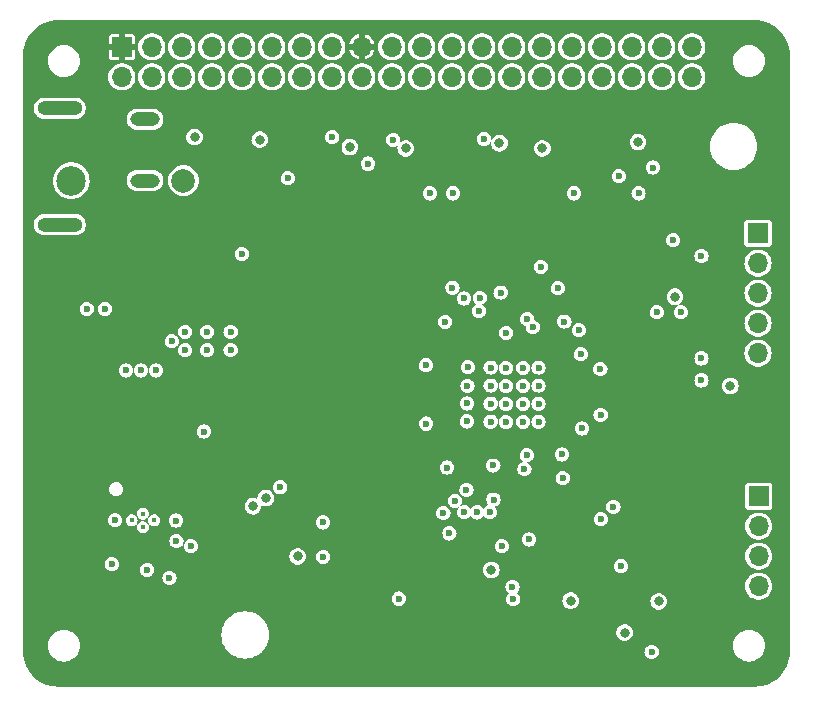
<source format=gbr>
G04 #@! TF.GenerationSoftware,KiCad,Pcbnew,7.0.5-0*
G04 #@! TF.CreationDate,2023-06-09T10:40:46+01:00*
G04 #@! TF.ProjectId,Hashat,48617368-6174-42e6-9b69-6361645f7063,rev?*
G04 #@! TF.SameCoordinates,Original*
G04 #@! TF.FileFunction,Copper,L3,Inr*
G04 #@! TF.FilePolarity,Positive*
%FSLAX46Y46*%
G04 Gerber Fmt 4.6, Leading zero omitted, Abs format (unit mm)*
G04 Created by KiCad (PCBNEW 7.0.5-0) date 2023-06-09 10:40:46*
%MOMM*%
%LPD*%
G01*
G04 APERTURE LIST*
G04 #@! TA.AperFunction,ComponentPad*
%ADD10R,1.700000X1.700000*%
G04 #@! TD*
G04 #@! TA.AperFunction,ComponentPad*
%ADD11O,1.700000X1.700000*%
G04 #@! TD*
G04 #@! TA.AperFunction,ComponentPad*
%ADD12C,2.500000*%
G04 #@! TD*
G04 #@! TA.AperFunction,ComponentPad*
%ADD13O,3.800000X1.200000*%
G04 #@! TD*
G04 #@! TA.AperFunction,ComponentPad*
%ADD14O,2.500000X1.200000*%
G04 #@! TD*
G04 #@! TA.AperFunction,ComponentPad*
%ADD15C,2.000000*%
G04 #@! TD*
G04 #@! TA.AperFunction,ComponentPad*
%ADD16C,0.400000*%
G04 #@! TD*
G04 #@! TA.AperFunction,ViaPad*
%ADD17C,0.600000*%
G04 #@! TD*
G04 #@! TA.AperFunction,ViaPad*
%ADD18C,0.800000*%
G04 #@! TD*
G04 APERTURE END LIST*
D10*
X139321000Y-95849000D03*
D11*
X139321000Y-98389000D03*
X139321000Y-100929000D03*
X139321000Y-103469000D03*
D12*
X81119000Y-69136000D03*
D13*
X80159000Y-63006000D03*
D14*
X87369000Y-63936000D03*
X87369000Y-69136000D03*
D15*
X90619000Y-69136000D03*
D13*
X80159000Y-72866000D03*
D10*
X139264000Y-73585000D03*
D11*
X139264000Y-76125000D03*
X139264000Y-78665000D03*
X139264000Y-81205000D03*
X139264000Y-83745000D03*
D10*
X85400000Y-57800000D03*
D11*
X85400000Y-60340000D03*
X87940000Y-57800000D03*
X87940000Y-60340000D03*
X90480000Y-57800000D03*
X90480000Y-60340000D03*
X93020000Y-57800000D03*
X93020000Y-60340000D03*
X95560000Y-57800000D03*
X95560000Y-60340000D03*
X98100000Y-57800000D03*
X98100000Y-60340000D03*
X100640000Y-57800000D03*
X100640000Y-60340000D03*
X103180000Y-57800000D03*
X103180000Y-60340000D03*
X105720000Y-57800000D03*
X105720000Y-60340000D03*
X108260000Y-57800000D03*
X108260000Y-60340000D03*
X110800000Y-57800000D03*
X110800000Y-60340000D03*
X113340000Y-57800000D03*
X113340000Y-60340000D03*
X115880000Y-57800000D03*
X115880000Y-60340000D03*
X118420000Y-57800000D03*
X118420000Y-60340000D03*
X120960000Y-57800000D03*
X120960000Y-60340000D03*
X123500000Y-57800000D03*
X123500000Y-60340000D03*
X126040000Y-57800000D03*
X126040000Y-60340000D03*
X128580000Y-57800000D03*
X128580000Y-60340000D03*
X131120000Y-57800000D03*
X131120000Y-60340000D03*
X133660000Y-57800000D03*
X133660000Y-60340000D03*
D16*
X87189691Y-97328200D03*
X88139691Y-97903200D03*
X86239691Y-97903200D03*
X87189691Y-98478200D03*
D17*
X108847000Y-104527000D03*
X90763745Y-81944278D03*
X120682000Y-86488333D03*
X119890000Y-99518000D03*
D18*
X116690000Y-102096000D03*
X136915000Y-86521000D03*
D17*
X117921000Y-89571000D03*
D18*
X97081000Y-65656000D03*
D17*
X112779000Y-81082000D03*
X119388000Y-88029666D03*
D18*
X129104000Y-65873000D03*
X123404000Y-104700000D03*
X117371000Y-65973000D03*
D17*
X119388000Y-84981000D03*
X88314000Y-85204000D03*
D18*
X96506000Y-96706000D03*
X121010000Y-66404500D03*
D17*
X120682000Y-89537000D03*
X92633745Y-83484278D03*
X117921000Y-84998000D03*
X119388000Y-86505333D03*
X87036000Y-85204000D03*
D18*
X132235000Y-78965000D03*
D17*
X84540782Y-101612400D03*
D18*
X91554000Y-65445000D03*
X104707000Y-66307000D03*
D17*
X119388000Y-89554000D03*
X94613745Y-83484278D03*
X116870000Y-96134000D03*
X89990782Y-97912400D03*
X120682000Y-88012666D03*
X116627000Y-86488333D03*
D18*
X100285000Y-100956000D03*
D17*
X116627000Y-84964000D03*
X116627000Y-88012666D03*
D18*
X130857000Y-104767000D03*
D17*
X117921000Y-86522333D03*
D18*
X97591000Y-96021000D03*
D17*
X113137000Y-99001000D03*
X112931000Y-93430000D03*
D18*
X127967000Y-107400500D03*
D17*
X116627000Y-89537000D03*
X92633745Y-81944278D03*
X132728000Y-80275000D03*
D18*
X109430000Y-66407000D03*
D17*
X90763745Y-83484278D03*
X132075000Y-74176000D03*
X89630000Y-82723000D03*
X91249000Y-100085000D03*
X119681000Y-92379000D03*
X120682000Y-84964000D03*
X117921000Y-88046666D03*
X94613745Y-81944278D03*
X130688000Y-80267000D03*
X120188381Y-81530045D03*
X84837000Y-97888000D03*
X85776000Y-85204000D03*
X130258000Y-109024000D03*
X127661000Y-101783000D03*
X102459000Y-98072500D03*
X102458896Y-100990000D03*
X134479000Y-84186000D03*
X134479000Y-75523000D03*
X134479000Y-86047000D03*
X98820000Y-95104000D03*
X95558000Y-75343000D03*
X85070000Y-96065000D03*
X128284000Y-104924000D03*
D18*
X104408000Y-68059000D03*
X123778000Y-101382000D03*
X129126000Y-68010000D03*
D17*
X133978000Y-104785000D03*
D18*
X93425000Y-97317000D03*
X117331000Y-68026000D03*
D17*
X87546671Y-102089293D03*
X114611000Y-89519000D03*
X111153000Y-84769000D03*
X114645000Y-88001000D03*
X92345000Y-90378000D03*
X114662000Y-86499000D03*
X111176000Y-89708000D03*
X114697000Y-84929000D03*
X124385000Y-90118000D03*
X129153000Y-70217000D03*
X124090000Y-81791000D03*
X123690000Y-70217000D03*
X99452000Y-68937000D03*
X111480000Y-70217000D03*
X113437000Y-70217000D03*
X124265000Y-83839000D03*
X122650000Y-92323000D03*
X114580000Y-95310000D03*
X113614000Y-96251000D03*
X125940000Y-88967000D03*
X122872000Y-81066500D03*
X125916500Y-85095000D03*
X112624000Y-97290000D03*
X113397000Y-78196000D03*
X114395000Y-79113000D03*
X115632000Y-80175000D03*
X114378000Y-97207000D03*
X115501000Y-97221000D03*
X116554000Y-97207000D03*
X116860900Y-93249000D03*
X119733000Y-80862000D03*
X125963872Y-97792872D03*
X127017500Y-96743000D03*
X117936900Y-82016000D03*
X122305000Y-78249000D03*
X117473500Y-78610000D03*
X120872000Y-76424000D03*
X115702000Y-79052000D03*
X106241000Y-67695000D03*
X118547000Y-104575000D03*
X130356000Y-68026000D03*
X108373000Y-65675000D03*
X127476000Y-68750500D03*
X118474000Y-103534000D03*
X117579000Y-100085000D03*
X83972000Y-79979000D03*
X89432582Y-102754600D03*
X90022582Y-99664600D03*
X82430000Y-79997000D03*
X103224000Y-65464000D03*
X116060000Y-65603000D03*
X122739000Y-94313000D03*
X119487000Y-93572000D03*
G04 #@! TA.AperFunction,Conductor*
G36*
X139000305Y-55525516D02*
G01*
X139310328Y-55541764D01*
X139311508Y-55541888D01*
X139617844Y-55590406D01*
X139619005Y-55590653D01*
X139918601Y-55670929D01*
X139919720Y-55671292D01*
X140209278Y-55782444D01*
X140210360Y-55782925D01*
X140486729Y-55923741D01*
X140487745Y-55924328D01*
X140682421Y-56050753D01*
X140747863Y-56093252D01*
X140748837Y-56093960D01*
X140989855Y-56289132D01*
X140990750Y-56289937D01*
X141210062Y-56509249D01*
X141210867Y-56510144D01*
X141406039Y-56751162D01*
X141406747Y-56752136D01*
X141417783Y-56769129D01*
X141575667Y-57012248D01*
X141576261Y-57013276D01*
X141666979Y-57191321D01*
X141717070Y-57289630D01*
X141717559Y-57290730D01*
X141828702Y-57580266D01*
X141829074Y-57581411D01*
X141909344Y-57880986D01*
X141909594Y-57882163D01*
X141958110Y-58188483D01*
X141958236Y-58189680D01*
X141974484Y-58499695D01*
X141974500Y-58500297D01*
X141974500Y-108999703D01*
X141974484Y-109000305D01*
X141958236Y-109310319D01*
X141958110Y-109311516D01*
X141909594Y-109617836D01*
X141909344Y-109619013D01*
X141829074Y-109918588D01*
X141828702Y-109919733D01*
X141717559Y-110209269D01*
X141717070Y-110210369D01*
X141576265Y-110486716D01*
X141575663Y-110487758D01*
X141406747Y-110747863D01*
X141406039Y-110748837D01*
X141210867Y-110989855D01*
X141210062Y-110990750D01*
X140990750Y-111210062D01*
X140989855Y-111210867D01*
X140748837Y-111406039D01*
X140747863Y-111406747D01*
X140487758Y-111575663D01*
X140486716Y-111576265D01*
X140210369Y-111717070D01*
X140209269Y-111717559D01*
X139919733Y-111828702D01*
X139918588Y-111829074D01*
X139619013Y-111909344D01*
X139617836Y-111909594D01*
X139311516Y-111958110D01*
X139310319Y-111958236D01*
X139000305Y-111974484D01*
X138999703Y-111974500D01*
X81005072Y-111974500D01*
X80000297Y-111974500D01*
X79999695Y-111974484D01*
X79689680Y-111958236D01*
X79688483Y-111958110D01*
X79382163Y-111909594D01*
X79380986Y-111909344D01*
X79081411Y-111829074D01*
X79080266Y-111828702D01*
X78790730Y-111717559D01*
X78789630Y-111717070D01*
X78755029Y-111699440D01*
X78513276Y-111576261D01*
X78512248Y-111575667D01*
X78393382Y-111498474D01*
X78252136Y-111406747D01*
X78251162Y-111406039D01*
X78010144Y-111210867D01*
X78009249Y-111210062D01*
X77789937Y-110990750D01*
X77789132Y-110989855D01*
X77593960Y-110748837D01*
X77593252Y-110747863D01*
X77529742Y-110650067D01*
X77424328Y-110487745D01*
X77423741Y-110486729D01*
X77282925Y-110210360D01*
X77282444Y-110209278D01*
X77171292Y-109919720D01*
X77170929Y-109918601D01*
X77090653Y-109619005D01*
X77090405Y-109617836D01*
X77089012Y-109609044D01*
X77041888Y-109311508D01*
X77041764Y-109310328D01*
X77025516Y-109000305D01*
X77025500Y-108999703D01*
X77025500Y-108500000D01*
X79144341Y-108500000D01*
X79164937Y-108735408D01*
X79165064Y-108735884D01*
X79165066Y-108735892D01*
X79225965Y-108963173D01*
X79225967Y-108963180D01*
X79226097Y-108963663D01*
X79226306Y-108964112D01*
X79226309Y-108964119D01*
X79325751Y-109177371D01*
X79325965Y-109177829D01*
X79326254Y-109178242D01*
X79326256Y-109178245D01*
X79461216Y-109370989D01*
X79461219Y-109370992D01*
X79461505Y-109371401D01*
X79628599Y-109538495D01*
X79629008Y-109538781D01*
X79629010Y-109538783D01*
X79696599Y-109586109D01*
X79822171Y-109674035D01*
X80036337Y-109773903D01*
X80264592Y-109835063D01*
X80441034Y-109850500D01*
X80558711Y-109850500D01*
X80558966Y-109850500D01*
X80735408Y-109835063D01*
X80963663Y-109773903D01*
X81177829Y-109674035D01*
X81371401Y-109538495D01*
X81538495Y-109371401D01*
X81674035Y-109177830D01*
X81773903Y-108963663D01*
X81835063Y-108735408D01*
X81855659Y-108500000D01*
X81835063Y-108264592D01*
X81773903Y-108036337D01*
X81748358Y-107981557D01*
X81674248Y-107822628D01*
X81674035Y-107822171D01*
X81538495Y-107628599D01*
X81510896Y-107601000D01*
X93832390Y-107601000D01*
X93832419Y-107601405D01*
X93851516Y-107868429D01*
X93852804Y-107886428D01*
X93852889Y-107886822D01*
X93852890Y-107886824D01*
X93885521Y-108036826D01*
X93913631Y-108166046D01*
X93913773Y-108166427D01*
X93913774Y-108166430D01*
X94007723Y-108418318D01*
X94013633Y-108434161D01*
X94013829Y-108434521D01*
X94013831Y-108434524D01*
X94101850Y-108595718D01*
X94150774Y-108685315D01*
X94322261Y-108914395D01*
X94524605Y-109116739D01*
X94753685Y-109288226D01*
X95004839Y-109425367D01*
X95272954Y-109525369D01*
X95552572Y-109586196D01*
X95766552Y-109601500D01*
X95909240Y-109601500D01*
X95909448Y-109601500D01*
X96123428Y-109586196D01*
X96403046Y-109525369D01*
X96671161Y-109425367D01*
X96922315Y-109288226D01*
X97151395Y-109116739D01*
X97244134Y-109024000D01*
X129652318Y-109024000D01*
X129652416Y-109024744D01*
X129672624Y-109178245D01*
X129672956Y-109180762D01*
X129673241Y-109181451D01*
X129673242Y-109181453D01*
X129717551Y-109288425D01*
X129733464Y-109326841D01*
X129829718Y-109452282D01*
X129955159Y-109548536D01*
X130101238Y-109609044D01*
X130258000Y-109629682D01*
X130414762Y-109609044D01*
X130560841Y-109548536D01*
X130686282Y-109452282D01*
X130782536Y-109326841D01*
X130843044Y-109180762D01*
X130863682Y-109024000D01*
X130843044Y-108867238D01*
X130782536Y-108721159D01*
X130686282Y-108595718D01*
X130561540Y-108500000D01*
X137144341Y-108500000D01*
X137164937Y-108735408D01*
X137165064Y-108735884D01*
X137165066Y-108735892D01*
X137225965Y-108963173D01*
X137225967Y-108963180D01*
X137226097Y-108963663D01*
X137226306Y-108964112D01*
X137226309Y-108964119D01*
X137325751Y-109177371D01*
X137325965Y-109177829D01*
X137326254Y-109178242D01*
X137326256Y-109178245D01*
X137461216Y-109370989D01*
X137461219Y-109370992D01*
X137461505Y-109371401D01*
X137628599Y-109538495D01*
X137629008Y-109538781D01*
X137629010Y-109538783D01*
X137696599Y-109586109D01*
X137822171Y-109674035D01*
X138036337Y-109773903D01*
X138264592Y-109835063D01*
X138441034Y-109850500D01*
X138558711Y-109850500D01*
X138558966Y-109850500D01*
X138735408Y-109835063D01*
X138963663Y-109773903D01*
X139177829Y-109674035D01*
X139371401Y-109538495D01*
X139538495Y-109371401D01*
X139674035Y-109177830D01*
X139773903Y-108963663D01*
X139835063Y-108735408D01*
X139855659Y-108500000D01*
X139835063Y-108264592D01*
X139773903Y-108036337D01*
X139748358Y-107981557D01*
X139674248Y-107822628D01*
X139674035Y-107822171D01*
X139538495Y-107628599D01*
X139371401Y-107461505D01*
X139370992Y-107461219D01*
X139370989Y-107461216D01*
X139178245Y-107326256D01*
X139178242Y-107326254D01*
X139177829Y-107325965D01*
X139177374Y-107325753D01*
X139177371Y-107325751D01*
X138964119Y-107226309D01*
X138964112Y-107226306D01*
X138963663Y-107226097D01*
X138963180Y-107225967D01*
X138963173Y-107225965D01*
X138735892Y-107165066D01*
X138735884Y-107165064D01*
X138735408Y-107164937D01*
X138734908Y-107164893D01*
X138734907Y-107164893D01*
X138559222Y-107149522D01*
X138559213Y-107149521D01*
X138558966Y-107149500D01*
X138441034Y-107149500D01*
X138440787Y-107149521D01*
X138440777Y-107149522D01*
X138265092Y-107164893D01*
X138265089Y-107164893D01*
X138264592Y-107164937D01*
X138264117Y-107165064D01*
X138264107Y-107165066D01*
X138036826Y-107225965D01*
X138036815Y-107225968D01*
X138036337Y-107226097D01*
X138035890Y-107226305D01*
X138035880Y-107226309D01*
X137822628Y-107325751D01*
X137822619Y-107325755D01*
X137822171Y-107325965D01*
X137821762Y-107326251D01*
X137821754Y-107326256D01*
X137629010Y-107461216D01*
X137629001Y-107461223D01*
X137628599Y-107461505D01*
X137628252Y-107461851D01*
X137628246Y-107461857D01*
X137461857Y-107628246D01*
X137461851Y-107628252D01*
X137461505Y-107628599D01*
X137461223Y-107629001D01*
X137461216Y-107629010D01*
X137326256Y-107821753D01*
X137326251Y-107821761D01*
X137325965Y-107822170D01*
X137325755Y-107822618D01*
X137325751Y-107822627D01*
X137226309Y-108035880D01*
X137226305Y-108035890D01*
X137226097Y-108036337D01*
X137225968Y-108036815D01*
X137225965Y-108036826D01*
X137165066Y-108264107D01*
X137165064Y-108264117D01*
X137164937Y-108264592D01*
X137164893Y-108265089D01*
X137164893Y-108265092D01*
X137149690Y-108438858D01*
X137144341Y-108500000D01*
X130561540Y-108500000D01*
X130560841Y-108499464D01*
X130560151Y-108499178D01*
X130560149Y-108499177D01*
X130415453Y-108439242D01*
X130415451Y-108439241D01*
X130414762Y-108438956D01*
X130414020Y-108438858D01*
X130414019Y-108438858D01*
X130258744Y-108418416D01*
X130258000Y-108418318D01*
X130257256Y-108418416D01*
X130101980Y-108438858D01*
X130101977Y-108438858D01*
X130101238Y-108438956D01*
X130100550Y-108439240D01*
X130100546Y-108439242D01*
X129955850Y-108499177D01*
X129955845Y-108499179D01*
X129955159Y-108499464D01*
X129954569Y-108499916D01*
X129954565Y-108499919D01*
X129830315Y-108595259D01*
X129830311Y-108595262D01*
X129829718Y-108595718D01*
X129829262Y-108596311D01*
X129829259Y-108596315D01*
X129733919Y-108720565D01*
X129733916Y-108720569D01*
X129733464Y-108721159D01*
X129733179Y-108721845D01*
X129733177Y-108721850D01*
X129673242Y-108866546D01*
X129673240Y-108866550D01*
X129672956Y-108867238D01*
X129672858Y-108867977D01*
X129672858Y-108867980D01*
X129660326Y-108963173D01*
X129652318Y-109024000D01*
X97244134Y-109024000D01*
X97353739Y-108914395D01*
X97525226Y-108685315D01*
X97662367Y-108434161D01*
X97762369Y-108166046D01*
X97823196Y-107886428D01*
X97843610Y-107601000D01*
X97829270Y-107400500D01*
X127261355Y-107400500D01*
X127281860Y-107569372D01*
X127282105Y-107570018D01*
X127304321Y-107628599D01*
X127342182Y-107728430D01*
X127342575Y-107728999D01*
X127342577Y-107729003D01*
X127394028Y-107803541D01*
X127438817Y-107868429D01*
X127566148Y-107981234D01*
X127635837Y-108017810D01*
X127716157Y-108059966D01*
X127716159Y-108059966D01*
X127716775Y-108060290D01*
X127853849Y-108094075D01*
X127881270Y-108100834D01*
X127881944Y-108101000D01*
X128051362Y-108101000D01*
X128052056Y-108101000D01*
X128217225Y-108060290D01*
X128367852Y-107981234D01*
X128495183Y-107868429D01*
X128591818Y-107728430D01*
X128652140Y-107569372D01*
X128672645Y-107400500D01*
X128652140Y-107231628D01*
X128591818Y-107072570D01*
X128495183Y-106932571D01*
X128367852Y-106819766D01*
X128367235Y-106819442D01*
X128217842Y-106741033D01*
X128217836Y-106741030D01*
X128217225Y-106740710D01*
X128216549Y-106740543D01*
X128216548Y-106740543D01*
X128052729Y-106700165D01*
X128052722Y-106700164D01*
X128052056Y-106700000D01*
X127881944Y-106700000D01*
X127881278Y-106700163D01*
X127881270Y-106700165D01*
X127717451Y-106740543D01*
X127717448Y-106740544D01*
X127716775Y-106740710D01*
X127716166Y-106741029D01*
X127716157Y-106741033D01*
X127566764Y-106819442D01*
X127566759Y-106819444D01*
X127566148Y-106819766D01*
X127565629Y-106820225D01*
X127565627Y-106820227D01*
X127439333Y-106932113D01*
X127439329Y-106932117D01*
X127438817Y-106932571D01*
X127438425Y-106933138D01*
X127438424Y-106933140D01*
X127342577Y-107071996D01*
X127342573Y-107072003D01*
X127342182Y-107072570D01*
X127341938Y-107073213D01*
X127341935Y-107073219D01*
X127283877Y-107226309D01*
X127281860Y-107231628D01*
X127281776Y-107232312D01*
X127281776Y-107232316D01*
X127270431Y-107325751D01*
X127261355Y-107400500D01*
X97829270Y-107400500D01*
X97823196Y-107315572D01*
X97762369Y-107035954D01*
X97662367Y-106767839D01*
X97525226Y-106516685D01*
X97353739Y-106287605D01*
X97151395Y-106085261D01*
X96922315Y-105913774D01*
X96671161Y-105776633D01*
X96670780Y-105776491D01*
X96670776Y-105776489D01*
X96403430Y-105676774D01*
X96403427Y-105676773D01*
X96403046Y-105676631D01*
X96402643Y-105676543D01*
X96402642Y-105676543D01*
X96123824Y-105615890D01*
X96123822Y-105615889D01*
X96123428Y-105615804D01*
X96123029Y-105615775D01*
X96123026Y-105615775D01*
X95909651Y-105600514D01*
X95909637Y-105600513D01*
X95909448Y-105600500D01*
X95766552Y-105600500D01*
X95766363Y-105600513D01*
X95766348Y-105600514D01*
X95552973Y-105615775D01*
X95552968Y-105615775D01*
X95552572Y-105615804D01*
X95552179Y-105615889D01*
X95552175Y-105615890D01*
X95273357Y-105676543D01*
X95273352Y-105676544D01*
X95272954Y-105676631D01*
X95272576Y-105676771D01*
X95272569Y-105676774D01*
X95005223Y-105776489D01*
X95005213Y-105776493D01*
X95004839Y-105776633D01*
X95004483Y-105776827D01*
X95004475Y-105776831D01*
X94754050Y-105913574D01*
X94754042Y-105913578D01*
X94753685Y-105913774D01*
X94753361Y-105914016D01*
X94753354Y-105914021D01*
X94524934Y-106085014D01*
X94524927Y-106085019D01*
X94524605Y-106085261D01*
X94524322Y-106085543D01*
X94524315Y-106085550D01*
X94322550Y-106287315D01*
X94322543Y-106287322D01*
X94322261Y-106287605D01*
X94322019Y-106287927D01*
X94322014Y-106287934D01*
X94151021Y-106516354D01*
X94151016Y-106516361D01*
X94150774Y-106516685D01*
X94150578Y-106517042D01*
X94150574Y-106517050D01*
X94013831Y-106767475D01*
X94013827Y-106767483D01*
X94013633Y-106767839D01*
X94013493Y-106768213D01*
X94013489Y-106768223D01*
X93913774Y-107035569D01*
X93913771Y-107035576D01*
X93913631Y-107035954D01*
X93913544Y-107036352D01*
X93913543Y-107036357D01*
X93871065Y-107231628D01*
X93852804Y-107315572D01*
X93852775Y-107315968D01*
X93852775Y-107315973D01*
X93834701Y-107568683D01*
X93832390Y-107601000D01*
X81510896Y-107601000D01*
X81371401Y-107461505D01*
X81370992Y-107461219D01*
X81370989Y-107461216D01*
X81178245Y-107326256D01*
X81178242Y-107326254D01*
X81177829Y-107325965D01*
X81177374Y-107325753D01*
X81177371Y-107325751D01*
X80964119Y-107226309D01*
X80964112Y-107226306D01*
X80963663Y-107226097D01*
X80963180Y-107225967D01*
X80963173Y-107225965D01*
X80735892Y-107165066D01*
X80735884Y-107165064D01*
X80735408Y-107164937D01*
X80734908Y-107164893D01*
X80734907Y-107164893D01*
X80559222Y-107149522D01*
X80559213Y-107149521D01*
X80558966Y-107149500D01*
X80441034Y-107149500D01*
X80440787Y-107149521D01*
X80440777Y-107149522D01*
X80265092Y-107164893D01*
X80265089Y-107164893D01*
X80264592Y-107164937D01*
X80264117Y-107165064D01*
X80264107Y-107165066D01*
X80036826Y-107225965D01*
X80036815Y-107225968D01*
X80036337Y-107226097D01*
X80035890Y-107226305D01*
X80035880Y-107226309D01*
X79822628Y-107325751D01*
X79822619Y-107325755D01*
X79822171Y-107325965D01*
X79821762Y-107326251D01*
X79821754Y-107326256D01*
X79629010Y-107461216D01*
X79629001Y-107461223D01*
X79628599Y-107461505D01*
X79628252Y-107461851D01*
X79628246Y-107461857D01*
X79461857Y-107628246D01*
X79461851Y-107628252D01*
X79461505Y-107628599D01*
X79461223Y-107629001D01*
X79461216Y-107629010D01*
X79326256Y-107821753D01*
X79326251Y-107821761D01*
X79325965Y-107822170D01*
X79325755Y-107822618D01*
X79325751Y-107822627D01*
X79226309Y-108035880D01*
X79226305Y-108035890D01*
X79226097Y-108036337D01*
X79225968Y-108036815D01*
X79225965Y-108036826D01*
X79165066Y-108264107D01*
X79165064Y-108264117D01*
X79164937Y-108264592D01*
X79164893Y-108265089D01*
X79164893Y-108265092D01*
X79149690Y-108438858D01*
X79144341Y-108500000D01*
X77025500Y-108500000D01*
X77025500Y-104527000D01*
X108241318Y-104527000D01*
X108261956Y-104683762D01*
X108262241Y-104684451D01*
X108262242Y-104684453D01*
X108296147Y-104766308D01*
X108322464Y-104829841D01*
X108322918Y-104830433D01*
X108322919Y-104830434D01*
X108403295Y-104935183D01*
X108418718Y-104955282D01*
X108544159Y-105051536D01*
X108690238Y-105112044D01*
X108847000Y-105132682D01*
X109003762Y-105112044D01*
X109149841Y-105051536D01*
X109275282Y-104955282D01*
X109371536Y-104829841D01*
X109432044Y-104683762D01*
X109452682Y-104527000D01*
X109432044Y-104370238D01*
X109371536Y-104224159D01*
X109275282Y-104098718D01*
X109246690Y-104076779D01*
X109150434Y-104002919D01*
X109150433Y-104002918D01*
X109149841Y-104002464D01*
X109149151Y-104002178D01*
X109149149Y-104002177D01*
X109004453Y-103942242D01*
X109004451Y-103942241D01*
X109003762Y-103941956D01*
X109003020Y-103941858D01*
X109003019Y-103941858D01*
X108847744Y-103921416D01*
X108847000Y-103921318D01*
X108846256Y-103921416D01*
X108690980Y-103941858D01*
X108690977Y-103941858D01*
X108690238Y-103941956D01*
X108689550Y-103942240D01*
X108689546Y-103942242D01*
X108544850Y-104002177D01*
X108544845Y-104002179D01*
X108544159Y-104002464D01*
X108543569Y-104002916D01*
X108543565Y-104002919D01*
X108419315Y-104098259D01*
X108419311Y-104098262D01*
X108418718Y-104098718D01*
X108418262Y-104099311D01*
X108418259Y-104099315D01*
X108322919Y-104223565D01*
X108322916Y-104223569D01*
X108322464Y-104224159D01*
X108322179Y-104224845D01*
X108322177Y-104224850D01*
X108262242Y-104369546D01*
X108262240Y-104369550D01*
X108261956Y-104370238D01*
X108241318Y-104527000D01*
X77025500Y-104527000D01*
X77025500Y-103534000D01*
X117868318Y-103534000D01*
X117868416Y-103534744D01*
X117887778Y-103681819D01*
X117888956Y-103690762D01*
X117949464Y-103836841D01*
X117949918Y-103837433D01*
X117949919Y-103837434D01*
X118014360Y-103921416D01*
X118045718Y-103962282D01*
X118171159Y-104058536D01*
X118185428Y-104064446D01*
X118193331Y-104067720D01*
X118199131Y-104073035D01*
X118200157Y-104080834D01*
X118195931Y-104087468D01*
X118119319Y-104146255D01*
X118119311Y-104146262D01*
X118118718Y-104146718D01*
X118118262Y-104147311D01*
X118118259Y-104147315D01*
X118022919Y-104271565D01*
X118022916Y-104271569D01*
X118022464Y-104272159D01*
X118022179Y-104272845D01*
X118022177Y-104272850D01*
X117962242Y-104417546D01*
X117962240Y-104417550D01*
X117961956Y-104418238D01*
X117941318Y-104575000D01*
X117941416Y-104575744D01*
X117957865Y-104700692D01*
X117961956Y-104731762D01*
X117962241Y-104732451D01*
X117962242Y-104732453D01*
X118018463Y-104868183D01*
X118022464Y-104877841D01*
X118022918Y-104878433D01*
X118022919Y-104878434D01*
X118081427Y-104954684D01*
X118118718Y-105003282D01*
X118244159Y-105099536D01*
X118390238Y-105160044D01*
X118547000Y-105180682D01*
X118703762Y-105160044D01*
X118849841Y-105099536D01*
X118975282Y-105003282D01*
X119071536Y-104877841D01*
X119132044Y-104731762D01*
X119136226Y-104700000D01*
X122698355Y-104700000D01*
X122698439Y-104700692D01*
X122714192Y-104830434D01*
X122718860Y-104868872D01*
X122719105Y-104869518D01*
X122769607Y-105002684D01*
X122779182Y-105027930D01*
X122779575Y-105028499D01*
X122779577Y-105028503D01*
X122824980Y-105094280D01*
X122875817Y-105167929D01*
X123003148Y-105280734D01*
X123072837Y-105317310D01*
X123153157Y-105359466D01*
X123153159Y-105359466D01*
X123153775Y-105359790D01*
X123290849Y-105393575D01*
X123318270Y-105400334D01*
X123318944Y-105400500D01*
X123488362Y-105400500D01*
X123489056Y-105400500D01*
X123654225Y-105359790D01*
X123804852Y-105280734D01*
X123932183Y-105167929D01*
X124028818Y-105027930D01*
X124089140Y-104868872D01*
X124101510Y-104767000D01*
X130151355Y-104767000D01*
X130151439Y-104767692D01*
X130164885Y-104878434D01*
X130171860Y-104935872D01*
X130172105Y-104936518D01*
X130206772Y-105027930D01*
X130232182Y-105094930D01*
X130232575Y-105095499D01*
X130232577Y-105095503D01*
X130276929Y-105159757D01*
X130328817Y-105234929D01*
X130456148Y-105347734D01*
X130479119Y-105359790D01*
X130606157Y-105426466D01*
X130606159Y-105426466D01*
X130606775Y-105426790D01*
X130743849Y-105460575D01*
X130771270Y-105467334D01*
X130771944Y-105467500D01*
X130941362Y-105467500D01*
X130942056Y-105467500D01*
X131107225Y-105426790D01*
X131257852Y-105347734D01*
X131385183Y-105234929D01*
X131481818Y-105094930D01*
X131542140Y-104935872D01*
X131562645Y-104767000D01*
X131542140Y-104598128D01*
X131481818Y-104439070D01*
X131385183Y-104299071D01*
X131257852Y-104186266D01*
X131257235Y-104185942D01*
X131107842Y-104107533D01*
X131107836Y-104107530D01*
X131107225Y-104107210D01*
X131106549Y-104107043D01*
X131106548Y-104107043D01*
X130942729Y-104066665D01*
X130942722Y-104066664D01*
X130942056Y-104066500D01*
X130771944Y-104066500D01*
X130771278Y-104066663D01*
X130771270Y-104066665D01*
X130607451Y-104107043D01*
X130607448Y-104107044D01*
X130606775Y-104107210D01*
X130606166Y-104107529D01*
X130606157Y-104107533D01*
X130456764Y-104185942D01*
X130456759Y-104185944D01*
X130456148Y-104186266D01*
X130455629Y-104186725D01*
X130455627Y-104186727D01*
X130329333Y-104298613D01*
X130329329Y-104298617D01*
X130328817Y-104299071D01*
X130328425Y-104299638D01*
X130328424Y-104299640D01*
X130232577Y-104438496D01*
X130232573Y-104438503D01*
X130232182Y-104439070D01*
X130231938Y-104439713D01*
X130231935Y-104439719D01*
X130172105Y-104597481D01*
X130171860Y-104598128D01*
X130151355Y-104767000D01*
X124101510Y-104767000D01*
X124109645Y-104700000D01*
X124089140Y-104531128D01*
X124028818Y-104372070D01*
X124027553Y-104370238D01*
X123978114Y-104298613D01*
X123932183Y-104232071D01*
X123804852Y-104119266D01*
X123782497Y-104107533D01*
X123654842Y-104040533D01*
X123654836Y-104040530D01*
X123654225Y-104040210D01*
X123653549Y-104040043D01*
X123653548Y-104040043D01*
X123489729Y-103999665D01*
X123489722Y-103999664D01*
X123489056Y-103999500D01*
X123318944Y-103999500D01*
X123318278Y-103999663D01*
X123318270Y-103999665D01*
X123154451Y-104040043D01*
X123154448Y-104040044D01*
X123153775Y-104040210D01*
X123153166Y-104040529D01*
X123153157Y-104040533D01*
X123003764Y-104118942D01*
X123003759Y-104118944D01*
X123003148Y-104119266D01*
X123002629Y-104119725D01*
X123002627Y-104119727D01*
X122876333Y-104231613D01*
X122876329Y-104231617D01*
X122875817Y-104232071D01*
X122875425Y-104232638D01*
X122875424Y-104232640D01*
X122779577Y-104371496D01*
X122779573Y-104371503D01*
X122779182Y-104372070D01*
X122778938Y-104372713D01*
X122778935Y-104372719D01*
X122720143Y-104527744D01*
X122718860Y-104531128D01*
X122718776Y-104531812D01*
X122718776Y-104531816D01*
X122700417Y-104683019D01*
X122698355Y-104700000D01*
X119136226Y-104700000D01*
X119152682Y-104575000D01*
X119132044Y-104418238D01*
X119071536Y-104272159D01*
X118975282Y-104146718D01*
X118923576Y-104107043D01*
X118850434Y-104050919D01*
X118850433Y-104050918D01*
X118849841Y-104050464D01*
X118849151Y-104050178D01*
X118849149Y-104050177D01*
X118827667Y-104041279D01*
X118821867Y-104035964D01*
X118820841Y-104028165D01*
X118825067Y-104021530D01*
X118902282Y-103962282D01*
X118998536Y-103836841D01*
X119059044Y-103690762D01*
X119079682Y-103534000D01*
X119071125Y-103469000D01*
X138165571Y-103469000D01*
X138185244Y-103681310D01*
X138185386Y-103681810D01*
X138185388Y-103681819D01*
X138243448Y-103885874D01*
X138243595Y-103886389D01*
X138338634Y-104077255D01*
X138338951Y-104077674D01*
X138338953Y-104077678D01*
X138466805Y-104246980D01*
X138466808Y-104246983D01*
X138467128Y-104247407D01*
X138527952Y-104302855D01*
X138624310Y-104390699D01*
X138624314Y-104390702D01*
X138624698Y-104391052D01*
X138625147Y-104391330D01*
X138702249Y-104439070D01*
X138805981Y-104503298D01*
X139004802Y-104580321D01*
X139214390Y-104619500D01*
X139427076Y-104619500D01*
X139427610Y-104619500D01*
X139637198Y-104580321D01*
X139836019Y-104503298D01*
X140017302Y-104391052D01*
X140174872Y-104247407D01*
X140303366Y-104077255D01*
X140398405Y-103886389D01*
X140456756Y-103681310D01*
X140476429Y-103469000D01*
X140456756Y-103256690D01*
X140398405Y-103051611D01*
X140303366Y-102860745D01*
X140254725Y-102796334D01*
X140175194Y-102691019D01*
X140175192Y-102691017D01*
X140174872Y-102690593D01*
X140090980Y-102614115D01*
X140017689Y-102547300D01*
X140017683Y-102547296D01*
X140017302Y-102546948D01*
X140016854Y-102546671D01*
X140016852Y-102546669D01*
X139836480Y-102434987D01*
X139836476Y-102434985D01*
X139836019Y-102434702D01*
X139835517Y-102434507D01*
X139835512Y-102434505D01*
X139637703Y-102357874D01*
X139637696Y-102357872D01*
X139637198Y-102357679D01*
X139636671Y-102357580D01*
X139636666Y-102357579D01*
X139428135Y-102318598D01*
X139428133Y-102318597D01*
X139427610Y-102318500D01*
X139214390Y-102318500D01*
X139213867Y-102318597D01*
X139213864Y-102318598D01*
X139005333Y-102357579D01*
X139005325Y-102357581D01*
X139004802Y-102357679D01*
X139004305Y-102357871D01*
X139004296Y-102357874D01*
X138806487Y-102434505D01*
X138806478Y-102434509D01*
X138805981Y-102434702D01*
X138805527Y-102434982D01*
X138805519Y-102434987D01*
X138625147Y-102546669D01*
X138625139Y-102546674D01*
X138624698Y-102546948D01*
X138624320Y-102547291D01*
X138624310Y-102547300D01*
X138467519Y-102690236D01*
X138467516Y-102690239D01*
X138467128Y-102690593D01*
X138466812Y-102691010D01*
X138466805Y-102691019D01*
X138338953Y-102860321D01*
X138338947Y-102860329D01*
X138338634Y-102860745D01*
X138338399Y-102861216D01*
X138338397Y-102861220D01*
X138243834Y-103051130D01*
X138243832Y-103051134D01*
X138243595Y-103051611D01*
X138243450Y-103052117D01*
X138243448Y-103052125D01*
X138185388Y-103256180D01*
X138185385Y-103256191D01*
X138185244Y-103256690D01*
X138185195Y-103257213D01*
X138185195Y-103257216D01*
X138177584Y-103339357D01*
X138165571Y-103469000D01*
X119071125Y-103469000D01*
X119059044Y-103377238D01*
X118998536Y-103231159D01*
X118902282Y-103105718D01*
X118776841Y-103009464D01*
X118776151Y-103009178D01*
X118776149Y-103009177D01*
X118631453Y-102949242D01*
X118631451Y-102949241D01*
X118630762Y-102948956D01*
X118630020Y-102948858D01*
X118630019Y-102948858D01*
X118474744Y-102928416D01*
X118474000Y-102928318D01*
X118473256Y-102928416D01*
X118317980Y-102948858D01*
X118317977Y-102948858D01*
X118317238Y-102948956D01*
X118316550Y-102949240D01*
X118316546Y-102949242D01*
X118171850Y-103009177D01*
X118171845Y-103009179D01*
X118171159Y-103009464D01*
X118170569Y-103009916D01*
X118170565Y-103009919D01*
X118046315Y-103105259D01*
X118046311Y-103105262D01*
X118045718Y-103105718D01*
X118045262Y-103106311D01*
X118045259Y-103106315D01*
X117949919Y-103230565D01*
X117949916Y-103230569D01*
X117949464Y-103231159D01*
X117949179Y-103231845D01*
X117949177Y-103231850D01*
X117889242Y-103376546D01*
X117889240Y-103376550D01*
X117888956Y-103377238D01*
X117868318Y-103534000D01*
X77025500Y-103534000D01*
X77025500Y-102754600D01*
X88826900Y-102754600D01*
X88847538Y-102911362D01*
X88847823Y-102912051D01*
X88847824Y-102912053D01*
X88888361Y-103009919D01*
X88908046Y-103057441D01*
X89004300Y-103182882D01*
X89129741Y-103279136D01*
X89275820Y-103339644D01*
X89432582Y-103360282D01*
X89589344Y-103339644D01*
X89735423Y-103279136D01*
X89860864Y-103182882D01*
X89957118Y-103057441D01*
X90017626Y-102911362D01*
X90038264Y-102754600D01*
X90017626Y-102597838D01*
X89957118Y-102451759D01*
X89860864Y-102326318D01*
X89850675Y-102318500D01*
X89736016Y-102230519D01*
X89736015Y-102230518D01*
X89735423Y-102230064D01*
X89734733Y-102229778D01*
X89734731Y-102229777D01*
X89590035Y-102169842D01*
X89590033Y-102169841D01*
X89589344Y-102169556D01*
X89588602Y-102169458D01*
X89588601Y-102169458D01*
X89433326Y-102149016D01*
X89432582Y-102148918D01*
X89431838Y-102149016D01*
X89276562Y-102169458D01*
X89276559Y-102169458D01*
X89275820Y-102169556D01*
X89275132Y-102169840D01*
X89275128Y-102169842D01*
X89130432Y-102229777D01*
X89130427Y-102229779D01*
X89129741Y-102230064D01*
X89129151Y-102230516D01*
X89129147Y-102230519D01*
X89004897Y-102325859D01*
X89004893Y-102325862D01*
X89004300Y-102326318D01*
X89003844Y-102326911D01*
X89003841Y-102326915D01*
X88908501Y-102451165D01*
X88908498Y-102451169D01*
X88908046Y-102451759D01*
X88907761Y-102452445D01*
X88907759Y-102452450D01*
X88847824Y-102597146D01*
X88847822Y-102597150D01*
X88847538Y-102597838D01*
X88847440Y-102598577D01*
X88847440Y-102598580D01*
X88834763Y-102694877D01*
X88826900Y-102754600D01*
X77025500Y-102754600D01*
X77025500Y-101612400D01*
X83935100Y-101612400D01*
X83937103Y-101627613D01*
X83955518Y-101767496D01*
X83955738Y-101769162D01*
X83956023Y-101769851D01*
X83956024Y-101769853D01*
X83989511Y-101850699D01*
X84016246Y-101915241D01*
X84112500Y-102040682D01*
X84237941Y-102136936D01*
X84384020Y-102197444D01*
X84540782Y-102218082D01*
X84697544Y-102197444D01*
X84843623Y-102136936D01*
X84905713Y-102089293D01*
X86940989Y-102089293D01*
X86941087Y-102090037D01*
X86959581Y-102230519D01*
X86961627Y-102246055D01*
X86961912Y-102246744D01*
X86961913Y-102246746D01*
X87020664Y-102388584D01*
X87022135Y-102392134D01*
X87022589Y-102392726D01*
X87022590Y-102392727D01*
X87046972Y-102424503D01*
X87118389Y-102517575D01*
X87243830Y-102613829D01*
X87389909Y-102674337D01*
X87546671Y-102694975D01*
X87703433Y-102674337D01*
X87849512Y-102613829D01*
X87974953Y-102517575D01*
X88071207Y-102392134D01*
X88131715Y-102246055D01*
X88151470Y-102096000D01*
X115984355Y-102096000D01*
X115984439Y-102096692D01*
X116000688Y-102230519D01*
X116004860Y-102264872D01*
X116005105Y-102265518D01*
X116053123Y-102392134D01*
X116065182Y-102423930D01*
X116065575Y-102424499D01*
X116065577Y-102424503D01*
X116072481Y-102434505D01*
X116161817Y-102563929D01*
X116289148Y-102676734D01*
X116323903Y-102694975D01*
X116439157Y-102755466D01*
X116439159Y-102755466D01*
X116439775Y-102755790D01*
X116576849Y-102789575D01*
X116604270Y-102796334D01*
X116604944Y-102796500D01*
X116774362Y-102796500D01*
X116775056Y-102796500D01*
X116940225Y-102755790D01*
X117090852Y-102676734D01*
X117218183Y-102563929D01*
X117314818Y-102423930D01*
X117375140Y-102264872D01*
X117395645Y-102096000D01*
X117375140Y-101927128D01*
X117320480Y-101783000D01*
X127055318Y-101783000D01*
X127055863Y-101787143D01*
X127074207Y-101926481D01*
X127075956Y-101939762D01*
X127076241Y-101940451D01*
X127076242Y-101940453D01*
X127117527Y-102040125D01*
X127136464Y-102085841D01*
X127136918Y-102086433D01*
X127136919Y-102086434D01*
X127221879Y-102197157D01*
X127232718Y-102211282D01*
X127358159Y-102307536D01*
X127504238Y-102368044D01*
X127661000Y-102388682D01*
X127817762Y-102368044D01*
X127963841Y-102307536D01*
X128089282Y-102211282D01*
X128185536Y-102085841D01*
X128246044Y-101939762D01*
X128266682Y-101783000D01*
X128246044Y-101626238D01*
X128185536Y-101480159D01*
X128089282Y-101354718D01*
X128078427Y-101346389D01*
X127964434Y-101258919D01*
X127964433Y-101258918D01*
X127963841Y-101258464D01*
X127963151Y-101258178D01*
X127963149Y-101258177D01*
X127818453Y-101198242D01*
X127818451Y-101198241D01*
X127817762Y-101197956D01*
X127817020Y-101197858D01*
X127817019Y-101197858D01*
X127661744Y-101177416D01*
X127661000Y-101177318D01*
X127660256Y-101177416D01*
X127504980Y-101197858D01*
X127504977Y-101197858D01*
X127504238Y-101197956D01*
X127503550Y-101198240D01*
X127503546Y-101198242D01*
X127358850Y-101258177D01*
X127358845Y-101258179D01*
X127358159Y-101258464D01*
X127357569Y-101258916D01*
X127357565Y-101258919D01*
X127233315Y-101354259D01*
X127233311Y-101354262D01*
X127232718Y-101354718D01*
X127232262Y-101355311D01*
X127232259Y-101355315D01*
X127136919Y-101479565D01*
X127136916Y-101479569D01*
X127136464Y-101480159D01*
X127136179Y-101480845D01*
X127136177Y-101480850D01*
X127076242Y-101625546D01*
X127076240Y-101625550D01*
X127075956Y-101626238D01*
X127075858Y-101626977D01*
X127075858Y-101626980D01*
X127071378Y-101661011D01*
X127055318Y-101783000D01*
X117320480Y-101783000D01*
X117314818Y-101768070D01*
X117218183Y-101628071D01*
X117090852Y-101515266D01*
X117089461Y-101514536D01*
X116940842Y-101436533D01*
X116940836Y-101436530D01*
X116940225Y-101436210D01*
X116939549Y-101436043D01*
X116939548Y-101436043D01*
X116775729Y-101395665D01*
X116775722Y-101395664D01*
X116775056Y-101395500D01*
X116604944Y-101395500D01*
X116604278Y-101395663D01*
X116604270Y-101395665D01*
X116440451Y-101436043D01*
X116440448Y-101436044D01*
X116439775Y-101436210D01*
X116439166Y-101436529D01*
X116439157Y-101436533D01*
X116289764Y-101514942D01*
X116289759Y-101514944D01*
X116289148Y-101515266D01*
X116288629Y-101515725D01*
X116288627Y-101515727D01*
X116162333Y-101627613D01*
X116162329Y-101627617D01*
X116161817Y-101628071D01*
X116161425Y-101628638D01*
X116161424Y-101628640D01*
X116065577Y-101767496D01*
X116065573Y-101767503D01*
X116065182Y-101768070D01*
X116064938Y-101768713D01*
X116064935Y-101768719D01*
X116009368Y-101915241D01*
X116004860Y-101927128D01*
X116004776Y-101927812D01*
X116004776Y-101927816D01*
X115985260Y-102088549D01*
X115984355Y-102096000D01*
X88151470Y-102096000D01*
X88152353Y-102089293D01*
X88131715Y-101932531D01*
X88071207Y-101786452D01*
X87974953Y-101661011D01*
X87915597Y-101615466D01*
X87850105Y-101565212D01*
X87850104Y-101565211D01*
X87849512Y-101564757D01*
X87848822Y-101564471D01*
X87848820Y-101564470D01*
X87704124Y-101504535D01*
X87704122Y-101504534D01*
X87703433Y-101504249D01*
X87702691Y-101504151D01*
X87702690Y-101504151D01*
X87547415Y-101483709D01*
X87546671Y-101483611D01*
X87545927Y-101483709D01*
X87390651Y-101504151D01*
X87390648Y-101504151D01*
X87389909Y-101504249D01*
X87389221Y-101504533D01*
X87389217Y-101504535D01*
X87244521Y-101564470D01*
X87244516Y-101564472D01*
X87243830Y-101564757D01*
X87243240Y-101565209D01*
X87243236Y-101565212D01*
X87118986Y-101660552D01*
X87118982Y-101660555D01*
X87118389Y-101661011D01*
X87117933Y-101661604D01*
X87117930Y-101661608D01*
X87022590Y-101785858D01*
X87022587Y-101785862D01*
X87022135Y-101786452D01*
X87021850Y-101787138D01*
X87021848Y-101787143D01*
X86961913Y-101931839D01*
X86961911Y-101931843D01*
X86961627Y-101932531D01*
X86961529Y-101933270D01*
X86961529Y-101933273D01*
X86947467Y-102040084D01*
X86940989Y-102089293D01*
X84905713Y-102089293D01*
X84969064Y-102040682D01*
X85065318Y-101915241D01*
X85125826Y-101769162D01*
X85146464Y-101612400D01*
X85125826Y-101455638D01*
X85065318Y-101309559D01*
X84969064Y-101184118D01*
X84843623Y-101087864D01*
X84842933Y-101087578D01*
X84842931Y-101087577D01*
X84698235Y-101027642D01*
X84698233Y-101027641D01*
X84697544Y-101027356D01*
X84696802Y-101027258D01*
X84696801Y-101027258D01*
X84541526Y-101006816D01*
X84540782Y-101006718D01*
X84540038Y-101006816D01*
X84384762Y-101027258D01*
X84384759Y-101027258D01*
X84384020Y-101027356D01*
X84383332Y-101027640D01*
X84383328Y-101027642D01*
X84238632Y-101087577D01*
X84238627Y-101087579D01*
X84237941Y-101087864D01*
X84237351Y-101088316D01*
X84237347Y-101088319D01*
X84113097Y-101183659D01*
X84113093Y-101183662D01*
X84112500Y-101184118D01*
X84112044Y-101184711D01*
X84112041Y-101184715D01*
X84016701Y-101308965D01*
X84016698Y-101308969D01*
X84016246Y-101309559D01*
X84015961Y-101310245D01*
X84015959Y-101310250D01*
X83956024Y-101454946D01*
X83956022Y-101454950D01*
X83955738Y-101455638D01*
X83955640Y-101456377D01*
X83955640Y-101456380D01*
X83945056Y-101536779D01*
X83935100Y-101612400D01*
X77025500Y-101612400D01*
X77025500Y-100956000D01*
X99579355Y-100956000D01*
X99579439Y-100956692D01*
X99595421Y-101088319D01*
X99599860Y-101124872D01*
X99600105Y-101125518D01*
X99650696Y-101258919D01*
X99660182Y-101283930D01*
X99660575Y-101284499D01*
X99660577Y-101284503D01*
X99702939Y-101345874D01*
X99756817Y-101423929D01*
X99884148Y-101536734D01*
X99885141Y-101537255D01*
X100034157Y-101615466D01*
X100034159Y-101615466D01*
X100034775Y-101615790D01*
X100171849Y-101649575D01*
X100199270Y-101656334D01*
X100199944Y-101656500D01*
X100369362Y-101656500D01*
X100370056Y-101656500D01*
X100535225Y-101615790D01*
X100685852Y-101536734D01*
X100813183Y-101423929D01*
X100909818Y-101283930D01*
X100970140Y-101124872D01*
X100986517Y-100990000D01*
X101853214Y-100990000D01*
X101873852Y-101146762D01*
X101874137Y-101147451D01*
X101874138Y-101147453D01*
X101930399Y-101283280D01*
X101934360Y-101292841D01*
X101934814Y-101293433D01*
X101934815Y-101293434D01*
X101981487Y-101354259D01*
X102030614Y-101418282D01*
X102156055Y-101514536D01*
X102302134Y-101575044D01*
X102458896Y-101595682D01*
X102615658Y-101575044D01*
X102761737Y-101514536D01*
X102887178Y-101418282D01*
X102983432Y-101292841D01*
X103043940Y-101146762D01*
X103064578Y-100990000D01*
X103056547Y-100929000D01*
X138165571Y-100929000D01*
X138165620Y-100929529D01*
X138180291Y-101087864D01*
X138185244Y-101141310D01*
X138185386Y-101141810D01*
X138185388Y-101141819D01*
X138233312Y-101310250D01*
X138243595Y-101346389D01*
X138338634Y-101537255D01*
X138338951Y-101537674D01*
X138338953Y-101537678D01*
X138466805Y-101706980D01*
X138466808Y-101706983D01*
X138467128Y-101707407D01*
X138467519Y-101707763D01*
X138624310Y-101850699D01*
X138624314Y-101850702D01*
X138624698Y-101851052D01*
X138625147Y-101851330D01*
X138728366Y-101915241D01*
X138805981Y-101963298D01*
X139004802Y-102040321D01*
X139214390Y-102079500D01*
X139427076Y-102079500D01*
X139427610Y-102079500D01*
X139637198Y-102040321D01*
X139836019Y-101963298D01*
X140017302Y-101851052D01*
X140174872Y-101707407D01*
X140303366Y-101537255D01*
X140398405Y-101346389D01*
X140456756Y-101141310D01*
X140476429Y-100929000D01*
X140456756Y-100716690D01*
X140398405Y-100511611D01*
X140303366Y-100320745D01*
X140265184Y-100270184D01*
X140175194Y-100151019D01*
X140175192Y-100151017D01*
X140174872Y-100150593D01*
X140112069Y-100093340D01*
X140017689Y-100007300D01*
X140017683Y-100007296D01*
X140017302Y-100006948D01*
X140016854Y-100006671D01*
X140016852Y-100006669D01*
X139836480Y-99894987D01*
X139836476Y-99894985D01*
X139836019Y-99894702D01*
X139835517Y-99894507D01*
X139835512Y-99894505D01*
X139637703Y-99817874D01*
X139637696Y-99817872D01*
X139637198Y-99817679D01*
X139636671Y-99817580D01*
X139636666Y-99817579D01*
X139428135Y-99778598D01*
X139428133Y-99778597D01*
X139427610Y-99778500D01*
X139214390Y-99778500D01*
X139213867Y-99778597D01*
X139213864Y-99778598D01*
X139005333Y-99817579D01*
X139005325Y-99817581D01*
X139004802Y-99817679D01*
X139004305Y-99817871D01*
X139004296Y-99817874D01*
X138806487Y-99894505D01*
X138806478Y-99894509D01*
X138805981Y-99894702D01*
X138805527Y-99894982D01*
X138805519Y-99894987D01*
X138625147Y-100006669D01*
X138625139Y-100006674D01*
X138624698Y-100006948D01*
X138624320Y-100007291D01*
X138624310Y-100007300D01*
X138467519Y-100150236D01*
X138467516Y-100150239D01*
X138467128Y-100150593D01*
X138466812Y-100151010D01*
X138466805Y-100151019D01*
X138338953Y-100320321D01*
X138338947Y-100320329D01*
X138338634Y-100320745D01*
X138338399Y-100321216D01*
X138338397Y-100321220D01*
X138243834Y-100511130D01*
X138243832Y-100511134D01*
X138243595Y-100511611D01*
X138243450Y-100512117D01*
X138243448Y-100512125D01*
X138185388Y-100716180D01*
X138185385Y-100716191D01*
X138185244Y-100716690D01*
X138185195Y-100717213D01*
X138185195Y-100717216D01*
X138174444Y-100833238D01*
X138165571Y-100929000D01*
X103056547Y-100929000D01*
X103043940Y-100833238D01*
X102983432Y-100687159D01*
X102887178Y-100561718D01*
X102823275Y-100512684D01*
X102762330Y-100465919D01*
X102762329Y-100465918D01*
X102761737Y-100465464D01*
X102761047Y-100465178D01*
X102761045Y-100465177D01*
X102616349Y-100405242D01*
X102616347Y-100405241D01*
X102615658Y-100404956D01*
X102614916Y-100404858D01*
X102614915Y-100404858D01*
X102459640Y-100384416D01*
X102458896Y-100384318D01*
X102458152Y-100384416D01*
X102302876Y-100404858D01*
X102302873Y-100404858D01*
X102302134Y-100404956D01*
X102301446Y-100405240D01*
X102301442Y-100405242D01*
X102156746Y-100465177D01*
X102156741Y-100465179D01*
X102156055Y-100465464D01*
X102155465Y-100465916D01*
X102155461Y-100465919D01*
X102031211Y-100561259D01*
X102031207Y-100561262D01*
X102030614Y-100561718D01*
X102030158Y-100562311D01*
X102030155Y-100562315D01*
X101934815Y-100686565D01*
X101934812Y-100686569D01*
X101934360Y-100687159D01*
X101934075Y-100687845D01*
X101934073Y-100687850D01*
X101874138Y-100832546D01*
X101874136Y-100832550D01*
X101873852Y-100833238D01*
X101853214Y-100990000D01*
X100986517Y-100990000D01*
X100990645Y-100956000D01*
X100970140Y-100787128D01*
X100909818Y-100628070D01*
X100813183Y-100488071D01*
X100685852Y-100375266D01*
X100685235Y-100374942D01*
X100535842Y-100296533D01*
X100535836Y-100296530D01*
X100535225Y-100296210D01*
X100534549Y-100296043D01*
X100534548Y-100296043D01*
X100370729Y-100255665D01*
X100370722Y-100255664D01*
X100370056Y-100255500D01*
X100199944Y-100255500D01*
X100199278Y-100255663D01*
X100199270Y-100255665D01*
X100035451Y-100296043D01*
X100035448Y-100296044D01*
X100034775Y-100296210D01*
X100034166Y-100296529D01*
X100034157Y-100296533D01*
X99884764Y-100374942D01*
X99884759Y-100374944D01*
X99884148Y-100375266D01*
X99883629Y-100375725D01*
X99883627Y-100375727D01*
X99757333Y-100487613D01*
X99757329Y-100487617D01*
X99756817Y-100488071D01*
X99756425Y-100488638D01*
X99756424Y-100488640D01*
X99660577Y-100627496D01*
X99660573Y-100627503D01*
X99660182Y-100628070D01*
X99659938Y-100628713D01*
X99659935Y-100628719D01*
X99600105Y-100786481D01*
X99599860Y-100787128D01*
X99579355Y-100956000D01*
X77025500Y-100956000D01*
X77025500Y-99664600D01*
X89416900Y-99664600D01*
X89437538Y-99821362D01*
X89437823Y-99822051D01*
X89437824Y-99822053D01*
X89489281Y-99946282D01*
X89498046Y-99967441D01*
X89594300Y-100092882D01*
X89719741Y-100189136D01*
X89865820Y-100249644D01*
X90022582Y-100270282D01*
X90179344Y-100249644D01*
X90325423Y-100189136D01*
X90450864Y-100092882D01*
X90456912Y-100085000D01*
X90643318Y-100085000D01*
X90643416Y-100085744D01*
X90652009Y-100151019D01*
X90663956Y-100241762D01*
X90664241Y-100242451D01*
X90664242Y-100242453D01*
X90723004Y-100384318D01*
X90724464Y-100387841D01*
X90724918Y-100388433D01*
X90724919Y-100388434D01*
X90801809Y-100488640D01*
X90820718Y-100513282D01*
X90946159Y-100609536D01*
X91092238Y-100670044D01*
X91249000Y-100690682D01*
X91405762Y-100670044D01*
X91551841Y-100609536D01*
X91677282Y-100513282D01*
X91773536Y-100387841D01*
X91834044Y-100241762D01*
X91854682Y-100085000D01*
X116973318Y-100085000D01*
X116973416Y-100085744D01*
X116982009Y-100151019D01*
X116993956Y-100241762D01*
X116994241Y-100242451D01*
X116994242Y-100242453D01*
X117053004Y-100384318D01*
X117054464Y-100387841D01*
X117054918Y-100388433D01*
X117054919Y-100388434D01*
X117131809Y-100488640D01*
X117150718Y-100513282D01*
X117276159Y-100609536D01*
X117422238Y-100670044D01*
X117579000Y-100690682D01*
X117735762Y-100670044D01*
X117881841Y-100609536D01*
X118007282Y-100513282D01*
X118103536Y-100387841D01*
X118164044Y-100241762D01*
X118184682Y-100085000D01*
X118164044Y-99928238D01*
X118103536Y-99782159D01*
X118007282Y-99656718D01*
X117881841Y-99560464D01*
X117881151Y-99560178D01*
X117881149Y-99560177D01*
X117779325Y-99518000D01*
X119284318Y-99518000D01*
X119304956Y-99674762D01*
X119305241Y-99675451D01*
X119305242Y-99675453D01*
X119364112Y-99817579D01*
X119365464Y-99820841D01*
X119461718Y-99946282D01*
X119587159Y-100042536D01*
X119733238Y-100103044D01*
X119890000Y-100123682D01*
X120046762Y-100103044D01*
X120192841Y-100042536D01*
X120318282Y-99946282D01*
X120414536Y-99820841D01*
X120475044Y-99674762D01*
X120495682Y-99518000D01*
X120475044Y-99361238D01*
X120414536Y-99215159D01*
X120318282Y-99089718D01*
X120192841Y-98993464D01*
X120192151Y-98993178D01*
X120192149Y-98993177D01*
X120047453Y-98933242D01*
X120047451Y-98933241D01*
X120046762Y-98932956D01*
X120046020Y-98932858D01*
X120046019Y-98932858D01*
X119890744Y-98912416D01*
X119890000Y-98912318D01*
X119889256Y-98912416D01*
X119733980Y-98932858D01*
X119733977Y-98932858D01*
X119733238Y-98932956D01*
X119732550Y-98933240D01*
X119732546Y-98933242D01*
X119587850Y-98993177D01*
X119587845Y-98993179D01*
X119587159Y-98993464D01*
X119586569Y-98993916D01*
X119586565Y-98993919D01*
X119462315Y-99089259D01*
X119462311Y-99089262D01*
X119461718Y-99089718D01*
X119461262Y-99090311D01*
X119461259Y-99090315D01*
X119365919Y-99214565D01*
X119365916Y-99214569D01*
X119365464Y-99215159D01*
X119365179Y-99215845D01*
X119365177Y-99215850D01*
X119305242Y-99360546D01*
X119305240Y-99360550D01*
X119304956Y-99361238D01*
X119304858Y-99361977D01*
X119304858Y-99361980D01*
X119289411Y-99479318D01*
X119284318Y-99518000D01*
X117779325Y-99518000D01*
X117736453Y-99500242D01*
X117736451Y-99500241D01*
X117735762Y-99499956D01*
X117735020Y-99499858D01*
X117735019Y-99499858D01*
X117579744Y-99479416D01*
X117579000Y-99479318D01*
X117578256Y-99479416D01*
X117422980Y-99499858D01*
X117422977Y-99499858D01*
X117422238Y-99499956D01*
X117421550Y-99500240D01*
X117421546Y-99500242D01*
X117276850Y-99560177D01*
X117276845Y-99560179D01*
X117276159Y-99560464D01*
X117275569Y-99560916D01*
X117275565Y-99560919D01*
X117151315Y-99656259D01*
X117151311Y-99656262D01*
X117150718Y-99656718D01*
X117150262Y-99657311D01*
X117150259Y-99657315D01*
X117054919Y-99781565D01*
X117054916Y-99781569D01*
X117054464Y-99782159D01*
X117054179Y-99782845D01*
X117054177Y-99782850D01*
X116994242Y-99927546D01*
X116994240Y-99927550D01*
X116993956Y-99928238D01*
X116973318Y-100085000D01*
X91854682Y-100085000D01*
X91834044Y-99928238D01*
X91773536Y-99782159D01*
X91677282Y-99656718D01*
X91551841Y-99560464D01*
X91551151Y-99560178D01*
X91551149Y-99560177D01*
X91406453Y-99500242D01*
X91406451Y-99500241D01*
X91405762Y-99499956D01*
X91405020Y-99499858D01*
X91405019Y-99499858D01*
X91249744Y-99479416D01*
X91249000Y-99479318D01*
X91248256Y-99479416D01*
X91092980Y-99499858D01*
X91092977Y-99499858D01*
X91092238Y-99499956D01*
X91091550Y-99500240D01*
X91091546Y-99500242D01*
X90946850Y-99560177D01*
X90946845Y-99560179D01*
X90946159Y-99560464D01*
X90945569Y-99560916D01*
X90945565Y-99560919D01*
X90821315Y-99656259D01*
X90821311Y-99656262D01*
X90820718Y-99656718D01*
X90820262Y-99657311D01*
X90820259Y-99657315D01*
X90724919Y-99781565D01*
X90724916Y-99781569D01*
X90724464Y-99782159D01*
X90724179Y-99782845D01*
X90724177Y-99782850D01*
X90664242Y-99927546D01*
X90664240Y-99927550D01*
X90663956Y-99928238D01*
X90643318Y-100085000D01*
X90456912Y-100085000D01*
X90547118Y-99967441D01*
X90607626Y-99821362D01*
X90628264Y-99664600D01*
X90607626Y-99507838D01*
X90547118Y-99361759D01*
X90450864Y-99236318D01*
X90325423Y-99140064D01*
X90324733Y-99139778D01*
X90324731Y-99139777D01*
X90180035Y-99079842D01*
X90180033Y-99079841D01*
X90179344Y-99079556D01*
X90178602Y-99079458D01*
X90178601Y-99079458D01*
X90023326Y-99059016D01*
X90022582Y-99058918D01*
X90021838Y-99059016D01*
X89866562Y-99079458D01*
X89866559Y-99079458D01*
X89865820Y-99079556D01*
X89865132Y-99079840D01*
X89865128Y-99079842D01*
X89720432Y-99139777D01*
X89720427Y-99139779D01*
X89719741Y-99140064D01*
X89719151Y-99140516D01*
X89719147Y-99140519D01*
X89594897Y-99235859D01*
X89594893Y-99235862D01*
X89594300Y-99236318D01*
X89593844Y-99236911D01*
X89593841Y-99236915D01*
X89498501Y-99361165D01*
X89498498Y-99361169D01*
X89498046Y-99361759D01*
X89497761Y-99362445D01*
X89497759Y-99362450D01*
X89437824Y-99507146D01*
X89437822Y-99507150D01*
X89437538Y-99507838D01*
X89437440Y-99508577D01*
X89437440Y-99508580D01*
X89430550Y-99560919D01*
X89416900Y-99664600D01*
X77025500Y-99664600D01*
X77025500Y-99001000D01*
X112531318Y-99001000D01*
X112551956Y-99157762D01*
X112552241Y-99158451D01*
X112552242Y-99158453D01*
X112575730Y-99215159D01*
X112612464Y-99303841D01*
X112612918Y-99304433D01*
X112612919Y-99304434D01*
X112657075Y-99361980D01*
X112708718Y-99429282D01*
X112834159Y-99525536D01*
X112980238Y-99586044D01*
X113137000Y-99606682D01*
X113293762Y-99586044D01*
X113439841Y-99525536D01*
X113565282Y-99429282D01*
X113661536Y-99303841D01*
X113722044Y-99157762D01*
X113742682Y-99001000D01*
X113722044Y-98844238D01*
X113661536Y-98698159D01*
X113565282Y-98572718D01*
X113439841Y-98476464D01*
X113439151Y-98476178D01*
X113439149Y-98476177D01*
X113294453Y-98416242D01*
X113294451Y-98416241D01*
X113293762Y-98415956D01*
X113293020Y-98415858D01*
X113293019Y-98415858D01*
X113161580Y-98398554D01*
X113137000Y-98395318D01*
X113136256Y-98395416D01*
X112980980Y-98415858D01*
X112980977Y-98415858D01*
X112980238Y-98415956D01*
X112979550Y-98416240D01*
X112979546Y-98416242D01*
X112834850Y-98476177D01*
X112834845Y-98476179D01*
X112834159Y-98476464D01*
X112833569Y-98476916D01*
X112833565Y-98476919D01*
X112709315Y-98572259D01*
X112709311Y-98572262D01*
X112708718Y-98572718D01*
X112708262Y-98573311D01*
X112708259Y-98573315D01*
X112612919Y-98697565D01*
X112612916Y-98697569D01*
X112612464Y-98698159D01*
X112612179Y-98698845D01*
X112612177Y-98698850D01*
X112552242Y-98843546D01*
X112552240Y-98843550D01*
X112551956Y-98844238D01*
X112551858Y-98844977D01*
X112551858Y-98844980D01*
X112549777Y-98860787D01*
X112531318Y-99001000D01*
X77025500Y-99001000D01*
X77025500Y-97888000D01*
X84231318Y-97888000D01*
X84231416Y-97888744D01*
X84248434Y-98018014D01*
X84251956Y-98044762D01*
X84252241Y-98045451D01*
X84252242Y-98045453D01*
X84273459Y-98096676D01*
X84312464Y-98190841D01*
X84312918Y-98191433D01*
X84312919Y-98191434D01*
X84322718Y-98204205D01*
X84408718Y-98316282D01*
X84534159Y-98412536D01*
X84680238Y-98473044D01*
X84837000Y-98493682D01*
X84954598Y-98478200D01*
X86684044Y-98478200D01*
X86684161Y-98479014D01*
X86701817Y-98601819D01*
X86704526Y-98620657D01*
X86704864Y-98621398D01*
X86704866Y-98621403D01*
X86763972Y-98750825D01*
X86764314Y-98751573D01*
X86858563Y-98860343D01*
X86859250Y-98860784D01*
X86859253Y-98860787D01*
X86933024Y-98908196D01*
X86979638Y-98938153D01*
X87117730Y-98978700D01*
X87260828Y-98978700D01*
X87261652Y-98978700D01*
X87399744Y-98938153D01*
X87520819Y-98860343D01*
X87615068Y-98751573D01*
X87674856Y-98620657D01*
X87695338Y-98478200D01*
X87674856Y-98335743D01*
X87615068Y-98204827D01*
X87520819Y-98096057D01*
X87520132Y-98095615D01*
X87520128Y-98095612D01*
X87400438Y-98018693D01*
X87400437Y-98018692D01*
X87399744Y-98018247D01*
X87398957Y-98018016D01*
X87398953Y-98018014D01*
X87262442Y-97977932D01*
X87261652Y-97977700D01*
X87117730Y-97977700D01*
X87116940Y-97977931D01*
X87116939Y-97977932D01*
X86980428Y-98018014D01*
X86980421Y-98018016D01*
X86979638Y-98018247D01*
X86978946Y-98018691D01*
X86978943Y-98018693D01*
X86859253Y-98095612D01*
X86859246Y-98095618D01*
X86858563Y-98096057D01*
X86858028Y-98096673D01*
X86858026Y-98096676D01*
X86764852Y-98204205D01*
X86764849Y-98204209D01*
X86764314Y-98204827D01*
X86763974Y-98205569D01*
X86763972Y-98205574D01*
X86704866Y-98334996D01*
X86704863Y-98335003D01*
X86704526Y-98335743D01*
X86704409Y-98336553D01*
X86704409Y-98336555D01*
X86693485Y-98412536D01*
X86684044Y-98478200D01*
X84954598Y-98478200D01*
X84993762Y-98473044D01*
X85139841Y-98412536D01*
X85265282Y-98316282D01*
X85361536Y-98190841D01*
X85422044Y-98044762D01*
X85440681Y-97903200D01*
X85734044Y-97903200D01*
X85734161Y-97904014D01*
X85750551Y-98018014D01*
X85754526Y-98045657D01*
X85754864Y-98046398D01*
X85754866Y-98046403D01*
X85813972Y-98175825D01*
X85814314Y-98176573D01*
X85908563Y-98285343D01*
X85909250Y-98285784D01*
X85909253Y-98285787D01*
X85958457Y-98317408D01*
X86029638Y-98363153D01*
X86167730Y-98403700D01*
X86310828Y-98403700D01*
X86311652Y-98403700D01*
X86449744Y-98363153D01*
X86570819Y-98285343D01*
X86665068Y-98176573D01*
X86724856Y-98045657D01*
X86745338Y-97903200D01*
X87634044Y-97903200D01*
X87634161Y-97904014D01*
X87650551Y-98018014D01*
X87654526Y-98045657D01*
X87654864Y-98046398D01*
X87654866Y-98046403D01*
X87713972Y-98175825D01*
X87714314Y-98176573D01*
X87808563Y-98285343D01*
X87809250Y-98285784D01*
X87809253Y-98285787D01*
X87858457Y-98317408D01*
X87929638Y-98363153D01*
X88067730Y-98403700D01*
X88210828Y-98403700D01*
X88211652Y-98403700D01*
X88349744Y-98363153D01*
X88470819Y-98285343D01*
X88565068Y-98176573D01*
X88624856Y-98045657D01*
X88644015Y-97912400D01*
X89385100Y-97912400D01*
X89385637Y-97916480D01*
X89402643Y-98045657D01*
X89405738Y-98069162D01*
X89406023Y-98069851D01*
X89406024Y-98069853D01*
X89462241Y-98205574D01*
X89466246Y-98215241D01*
X89562500Y-98340682D01*
X89687941Y-98436936D01*
X89834020Y-98497444D01*
X89990782Y-98518082D01*
X90147544Y-98497444D01*
X90293623Y-98436936D01*
X90419064Y-98340682D01*
X90515318Y-98215241D01*
X90574443Y-98072500D01*
X101853318Y-98072500D01*
X101853416Y-98073244D01*
X101872888Y-98221154D01*
X101873956Y-98229262D01*
X101874241Y-98229951D01*
X101874242Y-98229953D01*
X101929511Y-98363385D01*
X101934464Y-98375341D01*
X102030718Y-98500782D01*
X102156159Y-98597036D01*
X102302238Y-98657544D01*
X102459000Y-98678182D01*
X102615762Y-98657544D01*
X102761841Y-98597036D01*
X102887282Y-98500782D01*
X102983536Y-98375341D01*
X103044044Y-98229262D01*
X103064682Y-98072500D01*
X103044044Y-97915738D01*
X102983536Y-97769659D01*
X102887282Y-97644218D01*
X102877682Y-97636852D01*
X102762434Y-97548419D01*
X102762433Y-97548418D01*
X102761841Y-97547964D01*
X102761151Y-97547678D01*
X102761149Y-97547677D01*
X102616453Y-97487742D01*
X102616451Y-97487741D01*
X102615762Y-97487456D01*
X102615020Y-97487358D01*
X102615019Y-97487358D01*
X102459744Y-97466916D01*
X102459000Y-97466818D01*
X102458256Y-97466916D01*
X102302980Y-97487358D01*
X102302977Y-97487358D01*
X102302238Y-97487456D01*
X102301550Y-97487740D01*
X102301546Y-97487742D01*
X102156850Y-97547677D01*
X102156845Y-97547679D01*
X102156159Y-97547964D01*
X102155569Y-97548416D01*
X102155565Y-97548419D01*
X102031315Y-97643759D01*
X102031311Y-97643762D01*
X102030718Y-97644218D01*
X102030262Y-97644811D01*
X102030259Y-97644815D01*
X101934919Y-97769065D01*
X101934916Y-97769069D01*
X101934464Y-97769659D01*
X101934179Y-97770345D01*
X101934177Y-97770350D01*
X101874242Y-97915046D01*
X101874240Y-97915050D01*
X101873956Y-97915738D01*
X101873858Y-97916477D01*
X101873858Y-97916480D01*
X101860402Y-98018693D01*
X101853318Y-98072500D01*
X90574443Y-98072500D01*
X90575826Y-98069162D01*
X90596464Y-97912400D01*
X90575826Y-97755638D01*
X90515318Y-97609559D01*
X90419064Y-97484118D01*
X90402493Y-97471403D01*
X90294216Y-97388319D01*
X90294215Y-97388318D01*
X90293623Y-97387864D01*
X90292933Y-97387578D01*
X90292931Y-97387577D01*
X90148235Y-97327642D01*
X90148233Y-97327641D01*
X90147544Y-97327356D01*
X90146802Y-97327258D01*
X90146801Y-97327258D01*
X89991526Y-97306816D01*
X89990782Y-97306718D01*
X89990038Y-97306816D01*
X89834762Y-97327258D01*
X89834759Y-97327258D01*
X89834020Y-97327356D01*
X89833332Y-97327640D01*
X89833328Y-97327642D01*
X89688632Y-97387577D01*
X89688627Y-97387579D01*
X89687941Y-97387864D01*
X89687351Y-97388316D01*
X89687347Y-97388319D01*
X89563097Y-97483659D01*
X89563093Y-97483662D01*
X89562500Y-97484118D01*
X89562044Y-97484711D01*
X89562041Y-97484715D01*
X89466701Y-97608965D01*
X89466698Y-97608969D01*
X89466246Y-97609559D01*
X89465961Y-97610245D01*
X89465959Y-97610250D01*
X89406024Y-97754946D01*
X89406022Y-97754950D01*
X89405738Y-97755638D01*
X89405640Y-97756377D01*
X89405640Y-97756380D01*
X89402370Y-97781220D01*
X89385100Y-97912400D01*
X88644015Y-97912400D01*
X88645338Y-97903200D01*
X88624856Y-97760743D01*
X88622863Y-97756380D01*
X88571640Y-97644218D01*
X88565068Y-97629827D01*
X88470819Y-97521057D01*
X88470132Y-97520615D01*
X88470128Y-97520612D01*
X88350438Y-97443693D01*
X88350437Y-97443692D01*
X88349744Y-97443247D01*
X88348957Y-97443016D01*
X88348953Y-97443014D01*
X88212442Y-97402932D01*
X88211652Y-97402700D01*
X88067730Y-97402700D01*
X88066940Y-97402931D01*
X88066939Y-97402932D01*
X87930428Y-97443014D01*
X87930421Y-97443016D01*
X87929638Y-97443247D01*
X87928946Y-97443691D01*
X87928943Y-97443693D01*
X87809253Y-97520612D01*
X87809246Y-97520618D01*
X87808563Y-97521057D01*
X87808028Y-97521673D01*
X87808026Y-97521676D01*
X87714852Y-97629205D01*
X87714849Y-97629209D01*
X87714314Y-97629827D01*
X87713974Y-97630569D01*
X87713972Y-97630574D01*
X87654866Y-97759996D01*
X87654863Y-97760003D01*
X87654526Y-97760743D01*
X87654409Y-97761553D01*
X87654409Y-97761555D01*
X87644789Y-97828467D01*
X87634044Y-97903200D01*
X86745338Y-97903200D01*
X86724856Y-97760743D01*
X86722863Y-97756380D01*
X86671640Y-97644218D01*
X86665068Y-97629827D01*
X86570819Y-97521057D01*
X86570132Y-97520615D01*
X86570128Y-97520612D01*
X86450438Y-97443693D01*
X86450437Y-97443692D01*
X86449744Y-97443247D01*
X86448957Y-97443016D01*
X86448953Y-97443014D01*
X86312442Y-97402932D01*
X86311652Y-97402700D01*
X86167730Y-97402700D01*
X86166940Y-97402931D01*
X86166939Y-97402932D01*
X86030428Y-97443014D01*
X86030421Y-97443016D01*
X86029638Y-97443247D01*
X86028946Y-97443691D01*
X86028943Y-97443693D01*
X85909253Y-97520612D01*
X85909246Y-97520618D01*
X85908563Y-97521057D01*
X85908028Y-97521673D01*
X85908026Y-97521676D01*
X85814852Y-97629205D01*
X85814849Y-97629209D01*
X85814314Y-97629827D01*
X85813974Y-97630569D01*
X85813972Y-97630574D01*
X85754866Y-97759996D01*
X85754863Y-97760003D01*
X85754526Y-97760743D01*
X85754409Y-97761553D01*
X85754409Y-97761555D01*
X85744789Y-97828467D01*
X85734044Y-97903200D01*
X85440681Y-97903200D01*
X85442682Y-97888000D01*
X85422044Y-97731238D01*
X85361536Y-97585159D01*
X85265282Y-97459718D01*
X85248397Y-97446762D01*
X85140434Y-97363919D01*
X85140433Y-97363918D01*
X85139841Y-97363464D01*
X85139151Y-97363178D01*
X85139149Y-97363177D01*
X85054707Y-97328200D01*
X86684044Y-97328200D01*
X86684161Y-97329014D01*
X86700551Y-97443014D01*
X86704526Y-97470657D01*
X86704864Y-97471398D01*
X86704866Y-97471403D01*
X86757133Y-97585850D01*
X86764314Y-97601573D01*
X86858563Y-97710343D01*
X86859250Y-97710784D01*
X86859253Y-97710787D01*
X86927967Y-97754946D01*
X86979638Y-97788153D01*
X87117730Y-97828700D01*
X87260828Y-97828700D01*
X87261652Y-97828700D01*
X87399744Y-97788153D01*
X87520819Y-97710343D01*
X87615068Y-97601573D01*
X87674856Y-97470657D01*
X87695338Y-97328200D01*
X87674856Y-97185743D01*
X87650561Y-97132546D01*
X87615409Y-97055574D01*
X87615068Y-97054827D01*
X87520819Y-96946057D01*
X87520132Y-96945615D01*
X87520128Y-96945612D01*
X87400438Y-96868693D01*
X87400437Y-96868692D01*
X87399744Y-96868247D01*
X87398957Y-96868016D01*
X87398953Y-96868014D01*
X87262442Y-96827932D01*
X87261652Y-96827700D01*
X87117730Y-96827700D01*
X87116940Y-96827931D01*
X87116939Y-96827932D01*
X86980428Y-96868014D01*
X86980421Y-96868016D01*
X86979638Y-96868247D01*
X86978946Y-96868691D01*
X86978943Y-96868693D01*
X86859253Y-96945612D01*
X86859246Y-96945618D01*
X86858563Y-96946057D01*
X86858028Y-96946673D01*
X86858026Y-96946676D01*
X86764852Y-97054205D01*
X86764849Y-97054209D01*
X86764314Y-97054827D01*
X86763974Y-97055569D01*
X86763972Y-97055574D01*
X86704866Y-97184996D01*
X86704863Y-97185003D01*
X86704526Y-97185743D01*
X86704409Y-97186553D01*
X86704409Y-97186555D01*
X86684179Y-97327258D01*
X86684044Y-97328200D01*
X85054707Y-97328200D01*
X84994453Y-97303242D01*
X84994451Y-97303241D01*
X84993762Y-97302956D01*
X84993020Y-97302858D01*
X84993019Y-97302858D01*
X84837744Y-97282416D01*
X84837000Y-97282318D01*
X84836256Y-97282416D01*
X84680980Y-97302858D01*
X84680977Y-97302858D01*
X84680238Y-97302956D01*
X84679550Y-97303240D01*
X84679546Y-97303242D01*
X84534850Y-97363177D01*
X84534845Y-97363179D01*
X84534159Y-97363464D01*
X84533569Y-97363916D01*
X84533565Y-97363919D01*
X84409315Y-97459259D01*
X84409311Y-97459262D01*
X84408718Y-97459718D01*
X84408262Y-97460311D01*
X84408259Y-97460315D01*
X84312919Y-97584565D01*
X84312916Y-97584569D01*
X84312464Y-97585159D01*
X84312179Y-97585845D01*
X84312177Y-97585850D01*
X84252242Y-97730546D01*
X84252240Y-97730550D01*
X84251956Y-97731238D01*
X84251858Y-97731977D01*
X84251858Y-97731980D01*
X84239391Y-97826682D01*
X84231318Y-97888000D01*
X77025500Y-97888000D01*
X77025500Y-96706000D01*
X95800355Y-96706000D01*
X95800439Y-96706692D01*
X95820482Y-96871765D01*
X95820860Y-96874872D01*
X95821105Y-96875518D01*
X95868464Y-97000397D01*
X95881182Y-97033930D01*
X95881575Y-97034499D01*
X95881577Y-97034503D01*
X95895177Y-97054205D01*
X95977817Y-97173929D01*
X96105148Y-97286734D01*
X96136056Y-97302956D01*
X96255157Y-97365466D01*
X96255159Y-97365466D01*
X96255775Y-97365790D01*
X96392849Y-97399575D01*
X96420270Y-97406334D01*
X96420944Y-97406500D01*
X96590362Y-97406500D01*
X96591056Y-97406500D01*
X96756225Y-97365790D01*
X96900629Y-97290000D01*
X112018318Y-97290000D01*
X112018416Y-97290744D01*
X112038462Y-97443014D01*
X112038956Y-97446762D01*
X112039241Y-97447451D01*
X112039242Y-97447453D01*
X112081063Y-97548419D01*
X112099464Y-97592841D01*
X112195718Y-97718282D01*
X112321159Y-97814536D01*
X112467238Y-97875044D01*
X112624000Y-97895682D01*
X112780762Y-97875044D01*
X112926841Y-97814536D01*
X113052282Y-97718282D01*
X113148536Y-97592841D01*
X113209044Y-97446762D01*
X113229682Y-97290000D01*
X113209044Y-97133238D01*
X113148536Y-96987159D01*
X113052282Y-96861718D01*
X112931437Y-96768991D01*
X112927434Y-96765919D01*
X112927433Y-96765918D01*
X112926841Y-96765464D01*
X112926151Y-96765178D01*
X112926149Y-96765177D01*
X112781453Y-96705242D01*
X112781451Y-96705241D01*
X112780762Y-96704956D01*
X112780020Y-96704858D01*
X112780019Y-96704858D01*
X112624744Y-96684416D01*
X112624000Y-96684318D01*
X112623256Y-96684416D01*
X112467980Y-96704858D01*
X112467977Y-96704858D01*
X112467238Y-96704956D01*
X112466550Y-96705240D01*
X112466546Y-96705242D01*
X112321850Y-96765177D01*
X112321845Y-96765179D01*
X112321159Y-96765464D01*
X112320569Y-96765916D01*
X112320565Y-96765919D01*
X112196315Y-96861259D01*
X112196311Y-96861262D01*
X112195718Y-96861718D01*
X112195262Y-96862311D01*
X112195259Y-96862315D01*
X112099919Y-96986565D01*
X112099916Y-96986569D01*
X112099464Y-96987159D01*
X112099179Y-96987845D01*
X112099177Y-96987850D01*
X112039242Y-97132546D01*
X112039240Y-97132550D01*
X112038956Y-97133238D01*
X112038858Y-97133977D01*
X112038858Y-97133980D01*
X112031937Y-97186555D01*
X112018318Y-97290000D01*
X96900629Y-97290000D01*
X96906852Y-97286734D01*
X97034183Y-97173929D01*
X97130818Y-97033930D01*
X97191140Y-96874872D01*
X97211645Y-96706000D01*
X97202227Y-96628437D01*
X97204179Y-96620519D01*
X97210891Y-96615886D01*
X97218985Y-96616868D01*
X97295343Y-96656945D01*
X97340157Y-96680466D01*
X97340159Y-96680466D01*
X97340775Y-96680790D01*
X97445865Y-96706692D01*
X97505270Y-96721334D01*
X97505944Y-96721500D01*
X97675362Y-96721500D01*
X97676056Y-96721500D01*
X97841225Y-96680790D01*
X97991852Y-96601734D01*
X98119183Y-96488929D01*
X98215818Y-96348930D01*
X98252957Y-96251000D01*
X113008318Y-96251000D01*
X113028956Y-96407762D01*
X113029241Y-96408451D01*
X113029242Y-96408453D01*
X113062576Y-96488929D01*
X113089464Y-96553841D01*
X113089918Y-96554433D01*
X113089919Y-96554434D01*
X113170018Y-96658822D01*
X113185718Y-96679282D01*
X113311159Y-96775536D01*
X113457238Y-96836044D01*
X113614000Y-96856682D01*
X113770762Y-96836044D01*
X113916841Y-96775536D01*
X113933427Y-96762808D01*
X113941180Y-96760457D01*
X113948560Y-96763800D01*
X113951903Y-96771180D01*
X113949552Y-96778933D01*
X113853919Y-96903565D01*
X113853916Y-96903569D01*
X113853464Y-96904159D01*
X113853179Y-96904845D01*
X113853177Y-96904850D01*
X113793242Y-97049546D01*
X113793240Y-97049550D01*
X113792956Y-97050238D01*
X113792858Y-97050977D01*
X113792858Y-97050980D01*
X113782120Y-97132546D01*
X113772318Y-97207000D01*
X113792956Y-97363762D01*
X113793241Y-97364451D01*
X113793242Y-97364453D01*
X113845544Y-97490722D01*
X113853464Y-97509841D01*
X113853918Y-97510433D01*
X113853919Y-97510434D01*
X113930773Y-97610593D01*
X113949718Y-97635282D01*
X114075159Y-97731536D01*
X114221238Y-97792044D01*
X114378000Y-97812682D01*
X114534762Y-97792044D01*
X114680841Y-97731536D01*
X114806282Y-97635282D01*
X114902536Y-97509841D01*
X114925975Y-97453252D01*
X114930211Y-97448092D01*
X114936600Y-97446154D01*
X114942989Y-97448092D01*
X114947225Y-97453253D01*
X114975310Y-97521057D01*
X114976464Y-97523841D01*
X114976918Y-97524433D01*
X114976919Y-97524434D01*
X115061516Y-97634684D01*
X115072718Y-97649282D01*
X115198159Y-97745536D01*
X115344238Y-97806044D01*
X115501000Y-97826682D01*
X115657762Y-97806044D01*
X115803841Y-97745536D01*
X115929282Y-97649282D01*
X116023749Y-97526169D01*
X116029413Y-97522204D01*
X116036329Y-97522204D01*
X116041994Y-97526170D01*
X116125718Y-97635282D01*
X116251159Y-97731536D01*
X116397238Y-97792044D01*
X116554000Y-97812682D01*
X116704473Y-97792872D01*
X125358190Y-97792872D01*
X125358288Y-97793616D01*
X125374365Y-97915738D01*
X125378828Y-97949634D01*
X125379113Y-97950323D01*
X125379114Y-97950325D01*
X125429412Y-98071756D01*
X125439336Y-98095713D01*
X125439790Y-98096305D01*
X125439791Y-98096306D01*
X125522584Y-98204205D01*
X125535590Y-98221154D01*
X125661031Y-98317408D01*
X125807110Y-98377916D01*
X125963872Y-98398554D01*
X126036442Y-98389000D01*
X138165571Y-98389000D01*
X138165620Y-98389529D01*
X138182594Y-98572718D01*
X138185244Y-98601310D01*
X138185386Y-98601810D01*
X138185388Y-98601819D01*
X138243448Y-98805874D01*
X138243595Y-98806389D01*
X138338634Y-98997255D01*
X138338951Y-98997674D01*
X138338953Y-98997678D01*
X138466805Y-99166980D01*
X138466808Y-99166983D01*
X138467128Y-99167407D01*
X138467519Y-99167763D01*
X138624310Y-99310699D01*
X138624314Y-99310702D01*
X138624698Y-99311052D01*
X138805981Y-99423298D01*
X138806487Y-99423494D01*
X138950839Y-99479416D01*
X139004802Y-99500321D01*
X139214390Y-99539500D01*
X139427076Y-99539500D01*
X139427610Y-99539500D01*
X139637198Y-99500321D01*
X139836019Y-99423298D01*
X140017302Y-99311052D01*
X140174872Y-99167407D01*
X140303366Y-98997255D01*
X140398405Y-98806389D01*
X140456756Y-98601310D01*
X140476429Y-98389000D01*
X140456756Y-98176690D01*
X140398405Y-97971611D01*
X140303366Y-97780745D01*
X140284406Y-97755638D01*
X140175194Y-97611019D01*
X140175192Y-97611017D01*
X140174872Y-97610593D01*
X140080361Y-97524434D01*
X140017689Y-97467300D01*
X140017683Y-97467296D01*
X140017302Y-97466948D01*
X140016854Y-97466671D01*
X140016852Y-97466669D01*
X139836480Y-97354987D01*
X139836476Y-97354985D01*
X139836019Y-97354702D01*
X139835517Y-97354507D01*
X139835512Y-97354505D01*
X139637703Y-97277874D01*
X139637696Y-97277872D01*
X139637198Y-97277679D01*
X139636671Y-97277580D01*
X139636666Y-97277579D01*
X139428135Y-97238598D01*
X139428133Y-97238597D01*
X139427610Y-97238500D01*
X139214390Y-97238500D01*
X139213867Y-97238597D01*
X139213864Y-97238598D01*
X139005333Y-97277579D01*
X139005325Y-97277581D01*
X139004802Y-97277679D01*
X139004305Y-97277871D01*
X139004296Y-97277874D01*
X138806487Y-97354505D01*
X138806478Y-97354509D01*
X138805981Y-97354702D01*
X138805527Y-97354982D01*
X138805519Y-97354987D01*
X138625147Y-97466669D01*
X138625139Y-97466674D01*
X138624698Y-97466948D01*
X138624320Y-97467291D01*
X138624310Y-97467300D01*
X138467519Y-97610236D01*
X138467516Y-97610239D01*
X138467128Y-97610593D01*
X138466812Y-97611010D01*
X138466805Y-97611019D01*
X138338953Y-97780321D01*
X138338947Y-97780329D01*
X138338634Y-97780745D01*
X138338399Y-97781216D01*
X138338397Y-97781220D01*
X138243834Y-97971130D01*
X138243832Y-97971134D01*
X138243595Y-97971611D01*
X138243450Y-97972117D01*
X138243448Y-97972125D01*
X138185388Y-98176180D01*
X138185385Y-98176191D01*
X138185244Y-98176690D01*
X138185195Y-98177213D01*
X138185195Y-98177216D01*
X138166901Y-98374649D01*
X138165571Y-98389000D01*
X126036442Y-98389000D01*
X126120634Y-98377916D01*
X126266713Y-98317408D01*
X126392154Y-98221154D01*
X126488408Y-98095713D01*
X126548916Y-97949634D01*
X126569554Y-97792872D01*
X126548916Y-97636110D01*
X126488408Y-97490031D01*
X126392154Y-97364590D01*
X126344729Y-97328200D01*
X126267306Y-97268791D01*
X126267305Y-97268790D01*
X126266713Y-97268336D01*
X126266023Y-97268050D01*
X126266021Y-97268049D01*
X126121325Y-97208114D01*
X126121323Y-97208113D01*
X126120634Y-97207828D01*
X126119892Y-97207730D01*
X126119891Y-97207730D01*
X125964616Y-97187288D01*
X125963872Y-97187190D01*
X125963128Y-97187288D01*
X125807852Y-97207730D01*
X125807849Y-97207730D01*
X125807110Y-97207828D01*
X125806422Y-97208112D01*
X125806418Y-97208114D01*
X125661722Y-97268049D01*
X125661717Y-97268051D01*
X125661031Y-97268336D01*
X125660441Y-97268788D01*
X125660437Y-97268791D01*
X125536187Y-97364131D01*
X125536183Y-97364134D01*
X125535590Y-97364590D01*
X125535134Y-97365183D01*
X125535131Y-97365187D01*
X125439791Y-97489437D01*
X125439788Y-97489441D01*
X125439336Y-97490031D01*
X125439051Y-97490717D01*
X125439049Y-97490722D01*
X125379114Y-97635418D01*
X125379112Y-97635422D01*
X125378828Y-97636110D01*
X125378730Y-97636849D01*
X125378730Y-97636852D01*
X125364482Y-97745080D01*
X125358190Y-97792872D01*
X116704473Y-97792872D01*
X116710762Y-97792044D01*
X116856841Y-97731536D01*
X116982282Y-97635282D01*
X117078536Y-97509841D01*
X117139044Y-97363762D01*
X117159682Y-97207000D01*
X117139044Y-97050238D01*
X117078536Y-96904159D01*
X116982282Y-96778718D01*
X116944442Y-96749682D01*
X116940554Y-96744256D01*
X116940513Y-96743000D01*
X126411818Y-96743000D01*
X126411916Y-96743744D01*
X126426771Y-96856584D01*
X126432456Y-96899762D01*
X126432741Y-96900451D01*
X126432742Y-96900453D01*
X126488267Y-97034503D01*
X126492964Y-97045841D01*
X126589218Y-97171282D01*
X126714659Y-97267536D01*
X126860738Y-97328044D01*
X127017500Y-97348682D01*
X127174262Y-97328044D01*
X127320341Y-97267536D01*
X127445782Y-97171282D01*
X127542036Y-97045841D01*
X127602544Y-96899762D01*
X127623111Y-96743540D01*
X138170500Y-96743540D01*
X138170501Y-96743864D01*
X138170539Y-96744195D01*
X138170540Y-96744205D01*
X138172425Y-96760457D01*
X138173415Y-96768991D01*
X138173764Y-96769783D01*
X138173765Y-96769784D01*
X138217437Y-96868693D01*
X138218794Y-96871765D01*
X138298235Y-96951206D01*
X138401009Y-96996585D01*
X138426135Y-96999500D01*
X140215864Y-96999499D01*
X140240991Y-96996585D01*
X140343765Y-96951206D01*
X140423206Y-96871765D01*
X140468585Y-96768991D01*
X140471500Y-96743865D01*
X140471499Y-94954136D01*
X140468585Y-94929009D01*
X140423206Y-94826235D01*
X140343765Y-94746794D01*
X140342792Y-94746364D01*
X140342790Y-94746363D01*
X140241784Y-94701765D01*
X140241783Y-94701764D01*
X140240991Y-94701415D01*
X140240133Y-94701315D01*
X140240128Y-94701314D01*
X140216206Y-94698539D01*
X140216196Y-94698538D01*
X140215865Y-94698500D01*
X140215524Y-94698500D01*
X138426476Y-94698500D01*
X138426458Y-94698500D01*
X138426136Y-94698501D01*
X138425805Y-94698539D01*
X138425794Y-94698540D01*
X138401870Y-94701315D01*
X138401869Y-94701315D01*
X138401009Y-94701415D01*
X138400218Y-94701764D01*
X138400215Y-94701765D01*
X138299209Y-94746363D01*
X138299205Y-94746365D01*
X138298235Y-94746794D01*
X138297486Y-94747542D01*
X138297483Y-94747545D01*
X138219545Y-94825483D01*
X138219542Y-94825486D01*
X138218794Y-94826235D01*
X138218365Y-94827205D01*
X138218363Y-94827209D01*
X138173765Y-94928215D01*
X138173764Y-94928218D01*
X138173415Y-94929009D01*
X138173315Y-94929864D01*
X138173314Y-94929871D01*
X138170539Y-94953793D01*
X138170538Y-94953804D01*
X138170500Y-94954135D01*
X138170500Y-94954474D01*
X138170500Y-94954475D01*
X138170500Y-96743523D01*
X138170500Y-96743540D01*
X127623111Y-96743540D01*
X127623182Y-96743000D01*
X127602544Y-96586238D01*
X127542036Y-96440159D01*
X127445782Y-96314718D01*
X127415462Y-96291453D01*
X127320934Y-96218919D01*
X127320933Y-96218918D01*
X127320341Y-96218464D01*
X127319651Y-96218178D01*
X127319649Y-96218177D01*
X127174953Y-96158242D01*
X127174951Y-96158241D01*
X127174262Y-96157956D01*
X127173520Y-96157858D01*
X127173519Y-96157858D01*
X127018244Y-96137416D01*
X127017500Y-96137318D01*
X127016756Y-96137416D01*
X126861480Y-96157858D01*
X126861477Y-96157858D01*
X126860738Y-96157956D01*
X126860050Y-96158240D01*
X126860046Y-96158242D01*
X126715350Y-96218177D01*
X126715345Y-96218179D01*
X126714659Y-96218464D01*
X126714069Y-96218916D01*
X126714065Y-96218919D01*
X126589815Y-96314259D01*
X126589811Y-96314262D01*
X126589218Y-96314718D01*
X126588762Y-96315311D01*
X126588759Y-96315315D01*
X126493419Y-96439565D01*
X126493416Y-96439569D01*
X126492964Y-96440159D01*
X126492679Y-96440845D01*
X126492677Y-96440850D01*
X126432742Y-96585546D01*
X126432740Y-96585550D01*
X126432456Y-96586238D01*
X126432358Y-96586977D01*
X126432358Y-96586980D01*
X126417885Y-96696919D01*
X126411818Y-96743000D01*
X116940513Y-96743000D01*
X116940336Y-96737583D01*
X116943862Y-96731913D01*
X116949942Y-96729157D01*
X117026762Y-96719044D01*
X117172841Y-96658536D01*
X117298282Y-96562282D01*
X117394536Y-96436841D01*
X117455044Y-96290762D01*
X117475682Y-96134000D01*
X117455044Y-95977238D01*
X117394536Y-95831159D01*
X117298282Y-95705718D01*
X117276678Y-95689141D01*
X117173434Y-95609919D01*
X117173433Y-95609918D01*
X117172841Y-95609464D01*
X117172151Y-95609178D01*
X117172149Y-95609177D01*
X117027453Y-95549242D01*
X117027451Y-95549241D01*
X117026762Y-95548956D01*
X117026020Y-95548858D01*
X117026019Y-95548858D01*
X116870744Y-95528416D01*
X116870000Y-95528318D01*
X116869256Y-95528416D01*
X116713980Y-95548858D01*
X116713977Y-95548858D01*
X116713238Y-95548956D01*
X116712550Y-95549240D01*
X116712546Y-95549242D01*
X116567850Y-95609177D01*
X116567845Y-95609179D01*
X116567159Y-95609464D01*
X116566569Y-95609916D01*
X116566565Y-95609919D01*
X116442315Y-95705259D01*
X116442311Y-95705262D01*
X116441718Y-95705718D01*
X116441262Y-95706311D01*
X116441259Y-95706315D01*
X116345919Y-95830565D01*
X116345916Y-95830569D01*
X116345464Y-95831159D01*
X116345179Y-95831845D01*
X116345177Y-95831850D01*
X116285242Y-95976546D01*
X116285240Y-95976550D01*
X116284956Y-95977238D01*
X116284858Y-95977977D01*
X116284858Y-95977980D01*
X116275898Y-96046043D01*
X116264318Y-96134000D01*
X116284956Y-96290762D01*
X116285241Y-96291451D01*
X116285242Y-96291453D01*
X116308780Y-96348280D01*
X116345464Y-96436841D01*
X116441718Y-96562282D01*
X116442315Y-96562740D01*
X116479556Y-96591316D01*
X116483957Y-96598939D01*
X116481679Y-96607441D01*
X116474056Y-96611842D01*
X116397980Y-96621858D01*
X116397977Y-96621858D01*
X116397238Y-96621956D01*
X116396550Y-96622240D01*
X116396546Y-96622242D01*
X116251850Y-96682177D01*
X116251845Y-96682179D01*
X116251159Y-96682464D01*
X116250569Y-96682916D01*
X116250565Y-96682919D01*
X116126315Y-96778259D01*
X116126311Y-96778262D01*
X116125718Y-96778718D01*
X116125262Y-96779311D01*
X116125259Y-96779315D01*
X116031252Y-96901828D01*
X116025586Y-96905795D01*
X116018670Y-96905795D01*
X116013004Y-96901828D01*
X115991791Y-96874183D01*
X115929282Y-96792718D01*
X115866058Y-96744205D01*
X115804434Y-96696919D01*
X115804433Y-96696918D01*
X115803841Y-96696464D01*
X115803151Y-96696178D01*
X115803149Y-96696177D01*
X115658453Y-96636242D01*
X115658451Y-96636241D01*
X115657762Y-96635956D01*
X115657020Y-96635858D01*
X115657019Y-96635858D01*
X115501744Y-96615416D01*
X115501000Y-96615318D01*
X115500256Y-96615416D01*
X115344980Y-96635858D01*
X115344977Y-96635858D01*
X115344238Y-96635956D01*
X115343550Y-96636240D01*
X115343546Y-96636242D01*
X115198850Y-96696177D01*
X115198845Y-96696179D01*
X115198159Y-96696464D01*
X115197569Y-96696916D01*
X115197565Y-96696919D01*
X115073315Y-96792259D01*
X115073311Y-96792262D01*
X115072718Y-96792718D01*
X115072262Y-96793311D01*
X115072259Y-96793315D01*
X114976919Y-96917565D01*
X114976916Y-96917569D01*
X114976464Y-96918159D01*
X114976179Y-96918845D01*
X114976177Y-96918850D01*
X114953024Y-96974746D01*
X114946800Y-96980970D01*
X114937998Y-96980970D01*
X114931774Y-96974746D01*
X114902536Y-96904159D01*
X114806282Y-96778718D01*
X114793605Y-96768991D01*
X114681434Y-96682919D01*
X114681433Y-96682918D01*
X114680841Y-96682464D01*
X114680151Y-96682178D01*
X114680149Y-96682177D01*
X114535453Y-96622242D01*
X114535451Y-96622241D01*
X114534762Y-96621956D01*
X114534020Y-96621858D01*
X114534019Y-96621858D01*
X114383613Y-96602057D01*
X114378000Y-96601318D01*
X114377256Y-96601416D01*
X114221980Y-96621858D01*
X114221977Y-96621858D01*
X114221238Y-96621956D01*
X114220550Y-96622240D01*
X114220546Y-96622242D01*
X114075850Y-96682177D01*
X114075845Y-96682179D01*
X114075159Y-96682464D01*
X114074569Y-96682916D01*
X114074565Y-96682919D01*
X114058572Y-96695191D01*
X114050819Y-96697542D01*
X114043439Y-96694199D01*
X114040096Y-96686819D01*
X114042446Y-96679067D01*
X114138536Y-96553841D01*
X114199044Y-96407762D01*
X114219682Y-96251000D01*
X114199044Y-96094238D01*
X114138536Y-95948159D01*
X114042282Y-95822718D01*
X113916841Y-95726464D01*
X113916151Y-95726178D01*
X113916149Y-95726177D01*
X113771453Y-95666242D01*
X113771451Y-95666241D01*
X113770762Y-95665956D01*
X113770020Y-95665858D01*
X113770019Y-95665858D01*
X113614744Y-95645416D01*
X113614000Y-95645318D01*
X113613256Y-95645416D01*
X113457980Y-95665858D01*
X113457977Y-95665858D01*
X113457238Y-95665956D01*
X113456550Y-95666240D01*
X113456546Y-95666242D01*
X113311850Y-95726177D01*
X113311845Y-95726179D01*
X113311159Y-95726464D01*
X113310569Y-95726916D01*
X113310565Y-95726919D01*
X113186315Y-95822259D01*
X113186311Y-95822262D01*
X113185718Y-95822718D01*
X113185262Y-95823311D01*
X113185259Y-95823315D01*
X113089919Y-95947565D01*
X113089916Y-95947569D01*
X113089464Y-95948159D01*
X113089179Y-95948845D01*
X113089177Y-95948850D01*
X113029242Y-96093546D01*
X113029240Y-96093550D01*
X113028956Y-96094238D01*
X113028858Y-96094977D01*
X113028858Y-96094980D01*
X113011272Y-96228560D01*
X113008318Y-96251000D01*
X98252957Y-96251000D01*
X98276140Y-96189872D01*
X98296645Y-96021000D01*
X98276140Y-95852128D01*
X98215818Y-95693070D01*
X98119183Y-95553071D01*
X97991852Y-95440266D01*
X97991235Y-95439942D01*
X97841842Y-95361533D01*
X97841836Y-95361530D01*
X97841225Y-95361210D01*
X97840549Y-95361043D01*
X97840548Y-95361043D01*
X97676729Y-95320665D01*
X97676722Y-95320664D01*
X97676056Y-95320500D01*
X97505944Y-95320500D01*
X97505278Y-95320663D01*
X97505270Y-95320665D01*
X97341451Y-95361043D01*
X97341448Y-95361044D01*
X97340775Y-95361210D01*
X97340166Y-95361529D01*
X97340157Y-95361533D01*
X97190764Y-95439942D01*
X97190759Y-95439944D01*
X97190148Y-95440266D01*
X97189629Y-95440725D01*
X97189627Y-95440727D01*
X97063333Y-95552613D01*
X97063329Y-95552617D01*
X97062817Y-95553071D01*
X97062425Y-95553638D01*
X97062424Y-95553640D01*
X96966577Y-95692496D01*
X96966573Y-95692503D01*
X96966182Y-95693070D01*
X96965938Y-95693713D01*
X96965935Y-95693719D01*
X96911923Y-95836141D01*
X96905860Y-95852128D01*
X96905776Y-95852812D01*
X96905776Y-95852816D01*
X96887237Y-96005500D01*
X96885355Y-96021000D01*
X96885439Y-96021692D01*
X96894772Y-96098560D01*
X96892820Y-96106479D01*
X96886108Y-96111112D01*
X96878012Y-96110129D01*
X96756842Y-96046533D01*
X96756836Y-96046530D01*
X96756225Y-96046210D01*
X96755549Y-96046043D01*
X96755548Y-96046043D01*
X96591729Y-96005665D01*
X96591722Y-96005664D01*
X96591056Y-96005500D01*
X96420944Y-96005500D01*
X96420278Y-96005663D01*
X96420270Y-96005665D01*
X96256451Y-96046043D01*
X96256448Y-96046044D01*
X96255775Y-96046210D01*
X96255166Y-96046529D01*
X96255157Y-96046533D01*
X96105764Y-96124942D01*
X96105759Y-96124944D01*
X96105148Y-96125266D01*
X96104629Y-96125725D01*
X96104627Y-96125727D01*
X95978333Y-96237613D01*
X95978329Y-96237617D01*
X95977817Y-96238071D01*
X95977425Y-96238638D01*
X95977424Y-96238640D01*
X95881577Y-96377496D01*
X95881573Y-96377503D01*
X95881182Y-96378070D01*
X95880938Y-96378713D01*
X95880935Y-96378719D01*
X95821105Y-96536481D01*
X95820860Y-96537128D01*
X95820776Y-96537812D01*
X95820776Y-96537816D01*
X95802988Y-96684318D01*
X95800355Y-96706000D01*
X77025500Y-96706000D01*
X77025500Y-95251000D01*
X84315700Y-95251000D01*
X84315798Y-95251744D01*
X84336125Y-95406149D01*
X84336338Y-95407762D01*
X84336623Y-95408451D01*
X84336624Y-95408453D01*
X84394822Y-95548956D01*
X84396846Y-95553841D01*
X84397300Y-95554433D01*
X84397301Y-95554434D01*
X84467038Y-95645318D01*
X84493100Y-95679282D01*
X84618541Y-95775536D01*
X84764620Y-95836044D01*
X84921382Y-95856682D01*
X85078144Y-95836044D01*
X85224223Y-95775536D01*
X85349664Y-95679282D01*
X85445918Y-95553841D01*
X85506426Y-95407762D01*
X85527064Y-95251000D01*
X85507711Y-95104000D01*
X98214318Y-95104000D01*
X98234956Y-95260762D01*
X98235241Y-95261451D01*
X98235242Y-95261453D01*
X98276696Y-95361533D01*
X98295464Y-95406841D01*
X98295918Y-95407433D01*
X98295919Y-95407434D01*
X98388751Y-95528416D01*
X98391718Y-95532282D01*
X98517159Y-95628536D01*
X98663238Y-95689044D01*
X98820000Y-95709682D01*
X98976762Y-95689044D01*
X99122841Y-95628536D01*
X99248282Y-95532282D01*
X99344536Y-95406841D01*
X99384649Y-95310000D01*
X113974318Y-95310000D01*
X113974416Y-95310744D01*
X113987279Y-95408453D01*
X113994956Y-95466762D01*
X113995241Y-95467451D01*
X113995242Y-95467453D01*
X114054253Y-95609919D01*
X114055464Y-95612841D01*
X114055918Y-95613433D01*
X114055919Y-95613434D01*
X114142429Y-95726177D01*
X114151718Y-95738282D01*
X114277159Y-95834536D01*
X114423238Y-95895044D01*
X114580000Y-95915682D01*
X114736762Y-95895044D01*
X114882841Y-95834536D01*
X115008282Y-95738282D01*
X115104536Y-95612841D01*
X115165044Y-95466762D01*
X115185682Y-95310000D01*
X115165044Y-95153238D01*
X115104536Y-95007159D01*
X115008282Y-94881718D01*
X114951075Y-94837822D01*
X114883434Y-94785919D01*
X114883433Y-94785918D01*
X114882841Y-94785464D01*
X114882151Y-94785178D01*
X114882149Y-94785177D01*
X114737453Y-94725242D01*
X114737451Y-94725241D01*
X114736762Y-94724956D01*
X114736020Y-94724858D01*
X114736019Y-94724858D01*
X114580744Y-94704416D01*
X114580000Y-94704318D01*
X114579256Y-94704416D01*
X114423980Y-94724858D01*
X114423977Y-94724858D01*
X114423238Y-94724956D01*
X114422550Y-94725240D01*
X114422546Y-94725242D01*
X114277850Y-94785177D01*
X114277845Y-94785179D01*
X114277159Y-94785464D01*
X114276569Y-94785916D01*
X114276565Y-94785919D01*
X114152315Y-94881259D01*
X114152311Y-94881262D01*
X114151718Y-94881718D01*
X114151262Y-94882311D01*
X114151259Y-94882315D01*
X114055919Y-95006565D01*
X114055916Y-95006569D01*
X114055464Y-95007159D01*
X114055179Y-95007845D01*
X114055177Y-95007850D01*
X113995242Y-95152546D01*
X113995240Y-95152550D01*
X113994956Y-95153238D01*
X113994858Y-95153977D01*
X113994858Y-95153980D01*
X113980898Y-95260019D01*
X113974318Y-95310000D01*
X99384649Y-95310000D01*
X99405044Y-95260762D01*
X99425682Y-95104000D01*
X99405044Y-94947238D01*
X99344536Y-94801159D01*
X99248282Y-94675718D01*
X99122841Y-94579464D01*
X99122151Y-94579178D01*
X99122149Y-94579177D01*
X98977453Y-94519242D01*
X98977451Y-94519241D01*
X98976762Y-94518956D01*
X98976020Y-94518858D01*
X98976019Y-94518858D01*
X98820744Y-94498416D01*
X98820000Y-94498318D01*
X98819256Y-94498416D01*
X98663980Y-94518858D01*
X98663977Y-94518858D01*
X98663238Y-94518956D01*
X98662550Y-94519240D01*
X98662546Y-94519242D01*
X98517850Y-94579177D01*
X98517845Y-94579179D01*
X98517159Y-94579464D01*
X98516569Y-94579916D01*
X98516565Y-94579919D01*
X98392315Y-94675259D01*
X98392311Y-94675262D01*
X98391718Y-94675718D01*
X98391262Y-94676311D01*
X98391259Y-94676315D01*
X98295919Y-94800565D01*
X98295916Y-94800569D01*
X98295464Y-94801159D01*
X98295179Y-94801845D01*
X98295177Y-94801850D01*
X98235242Y-94946546D01*
X98235240Y-94946550D01*
X98234956Y-94947238D01*
X98234858Y-94947977D01*
X98234858Y-94947980D01*
X98234093Y-94953793D01*
X98214318Y-95104000D01*
X85507711Y-95104000D01*
X85506426Y-95094238D01*
X85445918Y-94948159D01*
X85349664Y-94822718D01*
X85301706Y-94785919D01*
X85224816Y-94726919D01*
X85224815Y-94726918D01*
X85224223Y-94726464D01*
X85223533Y-94726178D01*
X85223531Y-94726177D01*
X85078835Y-94666242D01*
X85078833Y-94666241D01*
X85078144Y-94665956D01*
X85077402Y-94665858D01*
X85077401Y-94665858D01*
X84922126Y-94645416D01*
X84921382Y-94645318D01*
X84920638Y-94645416D01*
X84765362Y-94665858D01*
X84765359Y-94665858D01*
X84764620Y-94665956D01*
X84763932Y-94666240D01*
X84763928Y-94666242D01*
X84619232Y-94726177D01*
X84619227Y-94726179D01*
X84618541Y-94726464D01*
X84617951Y-94726916D01*
X84617947Y-94726919D01*
X84493697Y-94822259D01*
X84493693Y-94822262D01*
X84493100Y-94822718D01*
X84492644Y-94823311D01*
X84492641Y-94823315D01*
X84397301Y-94947565D01*
X84397298Y-94947569D01*
X84396846Y-94948159D01*
X84396561Y-94948845D01*
X84396559Y-94948850D01*
X84336624Y-95093546D01*
X84336622Y-95093550D01*
X84336338Y-95094238D01*
X84336240Y-95094977D01*
X84336240Y-95094980D01*
X84328473Y-95153980D01*
X84315700Y-95251000D01*
X77025500Y-95251000D01*
X77025500Y-94313000D01*
X122133318Y-94313000D01*
X122153956Y-94469762D01*
X122154241Y-94470451D01*
X122154242Y-94470453D01*
X122199584Y-94579919D01*
X122214464Y-94615841D01*
X122214918Y-94616433D01*
X122214919Y-94616434D01*
X122299127Y-94726177D01*
X122310718Y-94741282D01*
X122436159Y-94837536D01*
X122582238Y-94898044D01*
X122739000Y-94918682D01*
X122895762Y-94898044D01*
X123041841Y-94837536D01*
X123167282Y-94741282D01*
X123263536Y-94615841D01*
X123324044Y-94469762D01*
X123344682Y-94313000D01*
X123324044Y-94156238D01*
X123263536Y-94010159D01*
X123167282Y-93884718D01*
X123128010Y-93854584D01*
X123042434Y-93788919D01*
X123042433Y-93788918D01*
X123041841Y-93788464D01*
X123041151Y-93788178D01*
X123041149Y-93788177D01*
X122896453Y-93728242D01*
X122896451Y-93728241D01*
X122895762Y-93727956D01*
X122895020Y-93727858D01*
X122895019Y-93727858D01*
X122739744Y-93707416D01*
X122739000Y-93707318D01*
X122738256Y-93707416D01*
X122582980Y-93727858D01*
X122582977Y-93727858D01*
X122582238Y-93727956D01*
X122581550Y-93728240D01*
X122581546Y-93728242D01*
X122436850Y-93788177D01*
X122436845Y-93788179D01*
X122436159Y-93788464D01*
X122435569Y-93788916D01*
X122435565Y-93788919D01*
X122311315Y-93884259D01*
X122311311Y-93884262D01*
X122310718Y-93884718D01*
X122310262Y-93885311D01*
X122310259Y-93885315D01*
X122214919Y-94009565D01*
X122214916Y-94009569D01*
X122214464Y-94010159D01*
X122214179Y-94010845D01*
X122214177Y-94010850D01*
X122154242Y-94155546D01*
X122154240Y-94155550D01*
X122153956Y-94156238D01*
X122153858Y-94156977D01*
X122153858Y-94156980D01*
X122151133Y-94177682D01*
X122133318Y-94313000D01*
X77025500Y-94313000D01*
X77025500Y-93430000D01*
X112325318Y-93430000D01*
X112325416Y-93430744D01*
X112344110Y-93572744D01*
X112345956Y-93586762D01*
X112346241Y-93587451D01*
X112346242Y-93587453D01*
X112405060Y-93729453D01*
X112406464Y-93732841D01*
X112406918Y-93733433D01*
X112406919Y-93733434D01*
X112499955Y-93854682D01*
X112502718Y-93858282D01*
X112628159Y-93954536D01*
X112774238Y-94015044D01*
X112931000Y-94035682D01*
X113087762Y-94015044D01*
X113233841Y-93954536D01*
X113359282Y-93858282D01*
X113455536Y-93732841D01*
X113516044Y-93586762D01*
X113536682Y-93430000D01*
X113516044Y-93273238D01*
X113506004Y-93249000D01*
X116255218Y-93249000D01*
X116275856Y-93405762D01*
X116276141Y-93406451D01*
X116276142Y-93406453D01*
X116285895Y-93430000D01*
X116336364Y-93551841D01*
X116336818Y-93552433D01*
X116336819Y-93552434D01*
X116351832Y-93572000D01*
X116432618Y-93677282D01*
X116558059Y-93773536D01*
X116704138Y-93834044D01*
X116860900Y-93854682D01*
X117017662Y-93834044D01*
X117163741Y-93773536D01*
X117289182Y-93677282D01*
X117369967Y-93572000D01*
X118881318Y-93572000D01*
X118881416Y-93572744D01*
X118895178Y-93677282D01*
X118901956Y-93728762D01*
X118902241Y-93729451D01*
X118902242Y-93729453D01*
X118955794Y-93858740D01*
X118962464Y-93874841D01*
X119058718Y-94000282D01*
X119184159Y-94096536D01*
X119330238Y-94157044D01*
X119487000Y-94177682D01*
X119643762Y-94157044D01*
X119789841Y-94096536D01*
X119915282Y-94000282D01*
X120011536Y-93874841D01*
X120072044Y-93728762D01*
X120092682Y-93572000D01*
X120072044Y-93415238D01*
X120011536Y-93269159D01*
X119915282Y-93143718D01*
X119894602Y-93127850D01*
X119790434Y-93047919D01*
X119790433Y-93047918D01*
X119789841Y-93047464D01*
X119789151Y-93047178D01*
X119789149Y-93047177D01*
X119688230Y-93005375D01*
X119682672Y-93000500D01*
X119681229Y-92993249D01*
X119684499Y-92986618D01*
X119691128Y-92983348D01*
X119837762Y-92964044D01*
X119983841Y-92903536D01*
X120109282Y-92807282D01*
X120205536Y-92681841D01*
X120266044Y-92535762D01*
X120286682Y-92379000D01*
X120279309Y-92323000D01*
X122044318Y-92323000D01*
X122044416Y-92323744D01*
X122051690Y-92379000D01*
X122064956Y-92479762D01*
X122125464Y-92625841D01*
X122125918Y-92626433D01*
X122125919Y-92626434D01*
X122138874Y-92643318D01*
X122221718Y-92751282D01*
X122347159Y-92847536D01*
X122493238Y-92908044D01*
X122650000Y-92928682D01*
X122806762Y-92908044D01*
X122952841Y-92847536D01*
X123078282Y-92751282D01*
X123174536Y-92625841D01*
X123235044Y-92479762D01*
X123255682Y-92323000D01*
X123235044Y-92166238D01*
X123174536Y-92020159D01*
X123078282Y-91894718D01*
X122952841Y-91798464D01*
X122952151Y-91798178D01*
X122952149Y-91798177D01*
X122807453Y-91738242D01*
X122807451Y-91738241D01*
X122806762Y-91737956D01*
X122806020Y-91737858D01*
X122806019Y-91737858D01*
X122650744Y-91717416D01*
X122650000Y-91717318D01*
X122649256Y-91717416D01*
X122493980Y-91737858D01*
X122493977Y-91737858D01*
X122493238Y-91737956D01*
X122492550Y-91738240D01*
X122492546Y-91738242D01*
X122347850Y-91798177D01*
X122347845Y-91798179D01*
X122347159Y-91798464D01*
X122346569Y-91798916D01*
X122346565Y-91798919D01*
X122222315Y-91894259D01*
X122222311Y-91894262D01*
X122221718Y-91894718D01*
X122221262Y-91895311D01*
X122221259Y-91895315D01*
X122125919Y-92019565D01*
X122125916Y-92019569D01*
X122125464Y-92020159D01*
X122125179Y-92020845D01*
X122125177Y-92020850D01*
X122065242Y-92165546D01*
X122065240Y-92165550D01*
X122064956Y-92166238D01*
X122064858Y-92166977D01*
X122064858Y-92166980D01*
X122057583Y-92222238D01*
X122044318Y-92323000D01*
X120279309Y-92323000D01*
X120266044Y-92222238D01*
X120205536Y-92076159D01*
X120109282Y-91950718D01*
X119983841Y-91854464D01*
X119983151Y-91854178D01*
X119983149Y-91854177D01*
X119838453Y-91794242D01*
X119838451Y-91794241D01*
X119837762Y-91793956D01*
X119837020Y-91793858D01*
X119837019Y-91793858D01*
X119681744Y-91773416D01*
X119681000Y-91773318D01*
X119680256Y-91773416D01*
X119524980Y-91793858D01*
X119524977Y-91793858D01*
X119524238Y-91793956D01*
X119523550Y-91794240D01*
X119523546Y-91794242D01*
X119378850Y-91854177D01*
X119378845Y-91854179D01*
X119378159Y-91854464D01*
X119377569Y-91854916D01*
X119377565Y-91854919D01*
X119253315Y-91950259D01*
X119253311Y-91950262D01*
X119252718Y-91950718D01*
X119252262Y-91951311D01*
X119252259Y-91951315D01*
X119156919Y-92075565D01*
X119156916Y-92075569D01*
X119156464Y-92076159D01*
X119156179Y-92076845D01*
X119156177Y-92076850D01*
X119096242Y-92221546D01*
X119096240Y-92221550D01*
X119095956Y-92222238D01*
X119095858Y-92222977D01*
X119095858Y-92222980D01*
X119078272Y-92356560D01*
X119075318Y-92379000D01*
X119095956Y-92535762D01*
X119096241Y-92536451D01*
X119096242Y-92536453D01*
X119149055Y-92663956D01*
X119156464Y-92681841D01*
X119252718Y-92807282D01*
X119378159Y-92903536D01*
X119479769Y-92945624D01*
X119485327Y-92950499D01*
X119486770Y-92957750D01*
X119483500Y-92964381D01*
X119476869Y-92967651D01*
X119330980Y-92986858D01*
X119330977Y-92986858D01*
X119330238Y-92986956D01*
X119329550Y-92987240D01*
X119329546Y-92987242D01*
X119184850Y-93047177D01*
X119184845Y-93047179D01*
X119184159Y-93047464D01*
X119183569Y-93047916D01*
X119183565Y-93047919D01*
X119059315Y-93143259D01*
X119059311Y-93143262D01*
X119058718Y-93143718D01*
X119058262Y-93144311D01*
X119058259Y-93144315D01*
X118962919Y-93268565D01*
X118962916Y-93268569D01*
X118962464Y-93269159D01*
X118962179Y-93269845D01*
X118962177Y-93269850D01*
X118902242Y-93414546D01*
X118902240Y-93414550D01*
X118901956Y-93415238D01*
X118901858Y-93415977D01*
X118901858Y-93415980D01*
X118884272Y-93549560D01*
X118881318Y-93572000D01*
X117369967Y-93572000D01*
X117385436Y-93551841D01*
X117445944Y-93405762D01*
X117466582Y-93249000D01*
X117445944Y-93092238D01*
X117385436Y-92946159D01*
X117289182Y-92820718D01*
X117270892Y-92806684D01*
X117164334Y-92724919D01*
X117164333Y-92724918D01*
X117163741Y-92724464D01*
X117163051Y-92724178D01*
X117163049Y-92724177D01*
X117018353Y-92664242D01*
X117018351Y-92664241D01*
X117017662Y-92663956D01*
X117016920Y-92663858D01*
X117016919Y-92663858D01*
X116861644Y-92643416D01*
X116860900Y-92643318D01*
X116860156Y-92643416D01*
X116704880Y-92663858D01*
X116704877Y-92663858D01*
X116704138Y-92663956D01*
X116703450Y-92664240D01*
X116703446Y-92664242D01*
X116558750Y-92724177D01*
X116558745Y-92724179D01*
X116558059Y-92724464D01*
X116557469Y-92724916D01*
X116557465Y-92724919D01*
X116433215Y-92820259D01*
X116433211Y-92820262D01*
X116432618Y-92820718D01*
X116432162Y-92821311D01*
X116432159Y-92821315D01*
X116336819Y-92945565D01*
X116336816Y-92945569D01*
X116336364Y-92946159D01*
X116336079Y-92946845D01*
X116336077Y-92946850D01*
X116276142Y-93091546D01*
X116276140Y-93091550D01*
X116275856Y-93092238D01*
X116275758Y-93092977D01*
X116275758Y-93092980D01*
X116269000Y-93144315D01*
X116255218Y-93249000D01*
X113506004Y-93249000D01*
X113455536Y-93127159D01*
X113359282Y-93001718D01*
X113340416Y-92987242D01*
X113234434Y-92905919D01*
X113234433Y-92905918D01*
X113233841Y-92905464D01*
X113233151Y-92905178D01*
X113233149Y-92905177D01*
X113088453Y-92845242D01*
X113088451Y-92845241D01*
X113087762Y-92844956D01*
X113087020Y-92844858D01*
X113087019Y-92844858D01*
X112931744Y-92824416D01*
X112931000Y-92824318D01*
X112930256Y-92824416D01*
X112774980Y-92844858D01*
X112774977Y-92844858D01*
X112774238Y-92844956D01*
X112773550Y-92845240D01*
X112773546Y-92845242D01*
X112628850Y-92905177D01*
X112628845Y-92905179D01*
X112628159Y-92905464D01*
X112627569Y-92905916D01*
X112627565Y-92905919D01*
X112503315Y-93001259D01*
X112503311Y-93001262D01*
X112502718Y-93001718D01*
X112502262Y-93002311D01*
X112502259Y-93002315D01*
X112406919Y-93126565D01*
X112406916Y-93126569D01*
X112406464Y-93127159D01*
X112406179Y-93127845D01*
X112406177Y-93127850D01*
X112346242Y-93272546D01*
X112346240Y-93272550D01*
X112345956Y-93273238D01*
X112325318Y-93430000D01*
X77025500Y-93430000D01*
X77025500Y-90378000D01*
X91739318Y-90378000D01*
X91759956Y-90534762D01*
X91760241Y-90535451D01*
X91760242Y-90535453D01*
X91804597Y-90642536D01*
X91820464Y-90680841D01*
X91916718Y-90806282D01*
X92042159Y-90902536D01*
X92188238Y-90963044D01*
X92345000Y-90983682D01*
X92501762Y-90963044D01*
X92647841Y-90902536D01*
X92773282Y-90806282D01*
X92869536Y-90680841D01*
X92930044Y-90534762D01*
X92950682Y-90378000D01*
X92930044Y-90221238D01*
X92869536Y-90075159D01*
X92773282Y-89949718D01*
X92770107Y-89947282D01*
X92648434Y-89853919D01*
X92648433Y-89853918D01*
X92647841Y-89853464D01*
X92647151Y-89853178D01*
X92647149Y-89853177D01*
X92502453Y-89793242D01*
X92502451Y-89793241D01*
X92501762Y-89792956D01*
X92501020Y-89792858D01*
X92501019Y-89792858D01*
X92345744Y-89772416D01*
X92345000Y-89772318D01*
X92344256Y-89772416D01*
X92188980Y-89792858D01*
X92188977Y-89792858D01*
X92188238Y-89792956D01*
X92187550Y-89793240D01*
X92187546Y-89793242D01*
X92042850Y-89853177D01*
X92042845Y-89853179D01*
X92042159Y-89853464D01*
X92041569Y-89853916D01*
X92041565Y-89853919D01*
X91917315Y-89949259D01*
X91917311Y-89949262D01*
X91916718Y-89949718D01*
X91916262Y-89950311D01*
X91916259Y-89950315D01*
X91820919Y-90074565D01*
X91820916Y-90074569D01*
X91820464Y-90075159D01*
X91820179Y-90075845D01*
X91820177Y-90075850D01*
X91760242Y-90220546D01*
X91760240Y-90220550D01*
X91759956Y-90221238D01*
X91759858Y-90221977D01*
X91759858Y-90221980D01*
X91742272Y-90355560D01*
X91739318Y-90378000D01*
X77025500Y-90378000D01*
X77025500Y-89708000D01*
X110570318Y-89708000D01*
X110570416Y-89708744D01*
X110589468Y-89853464D01*
X110590956Y-89864762D01*
X110591241Y-89865451D01*
X110591242Y-89865453D01*
X110646865Y-89999740D01*
X110651464Y-90010841D01*
X110651918Y-90011433D01*
X110651919Y-90011434D01*
X110736572Y-90121757D01*
X110747718Y-90136282D01*
X110873159Y-90232536D01*
X111019238Y-90293044D01*
X111176000Y-90313682D01*
X111332762Y-90293044D01*
X111478841Y-90232536D01*
X111604282Y-90136282D01*
X111700536Y-90010841D01*
X111761044Y-89864762D01*
X111781682Y-89708000D01*
X111761044Y-89551238D01*
X111747691Y-89519000D01*
X114005318Y-89519000D01*
X114005416Y-89519744D01*
X114015083Y-89593177D01*
X114025956Y-89675762D01*
X114026241Y-89676451D01*
X114026242Y-89676453D01*
X114074458Y-89792858D01*
X114086464Y-89821841D01*
X114182718Y-89947282D01*
X114308159Y-90043536D01*
X114454238Y-90104044D01*
X114611000Y-90124682D01*
X114767762Y-90104044D01*
X114913841Y-90043536D01*
X115039282Y-89947282D01*
X115135536Y-89821841D01*
X115196044Y-89675762D01*
X115214312Y-89537000D01*
X116021318Y-89537000D01*
X116021416Y-89537744D01*
X116041423Y-89689718D01*
X116041956Y-89693762D01*
X116042241Y-89694451D01*
X116042242Y-89694453D01*
X116095253Y-89822434D01*
X116102464Y-89839841D01*
X116102918Y-89840433D01*
X116102919Y-89840434D01*
X116185257Y-89947740D01*
X116198718Y-89965282D01*
X116324159Y-90061536D01*
X116470238Y-90122044D01*
X116627000Y-90142682D01*
X116783762Y-90122044D01*
X116929841Y-90061536D01*
X117055282Y-89965282D01*
X117151536Y-89839841D01*
X117212044Y-89693762D01*
X117228206Y-89571000D01*
X117315318Y-89571000D01*
X117335956Y-89727762D01*
X117336241Y-89728451D01*
X117336242Y-89728453D01*
X117392989Y-89865453D01*
X117396464Y-89873841D01*
X117396918Y-89874433D01*
X117396919Y-89874434D01*
X117479214Y-89981684D01*
X117492718Y-89999282D01*
X117618159Y-90095536D01*
X117764238Y-90156044D01*
X117921000Y-90176682D01*
X118077762Y-90156044D01*
X118223841Y-90095536D01*
X118349282Y-89999282D01*
X118445536Y-89873841D01*
X118506044Y-89727762D01*
X118526682Y-89571000D01*
X118524444Y-89554000D01*
X118782318Y-89554000D01*
X118782416Y-89554744D01*
X118800185Y-89689718D01*
X118802956Y-89710762D01*
X118803241Y-89711451D01*
X118803242Y-89711453D01*
X118862253Y-89853919D01*
X118863464Y-89856841D01*
X118863918Y-89857433D01*
X118863919Y-89857434D01*
X118946214Y-89964684D01*
X118959718Y-89982282D01*
X119085159Y-90078536D01*
X119231238Y-90139044D01*
X119388000Y-90159682D01*
X119544762Y-90139044D01*
X119690841Y-90078536D01*
X119816282Y-89982282D01*
X119912536Y-89856841D01*
X119973044Y-89710762D01*
X119993682Y-89554000D01*
X119991444Y-89537000D01*
X120076318Y-89537000D01*
X120076416Y-89537744D01*
X120096423Y-89689718D01*
X120096956Y-89693762D01*
X120097241Y-89694451D01*
X120097242Y-89694453D01*
X120150253Y-89822434D01*
X120157464Y-89839841D01*
X120157918Y-89840433D01*
X120157919Y-89840434D01*
X120240257Y-89947740D01*
X120253718Y-89965282D01*
X120379159Y-90061536D01*
X120525238Y-90122044D01*
X120682000Y-90142682D01*
X120838762Y-90122044D01*
X120848525Y-90118000D01*
X123779318Y-90118000D01*
X123782101Y-90139141D01*
X123794434Y-90232822D01*
X123799956Y-90274762D01*
X123800241Y-90275451D01*
X123800242Y-90275453D01*
X123842718Y-90378000D01*
X123860464Y-90420841D01*
X123956718Y-90546282D01*
X124082159Y-90642536D01*
X124228238Y-90703044D01*
X124385000Y-90723682D01*
X124541762Y-90703044D01*
X124687841Y-90642536D01*
X124813282Y-90546282D01*
X124909536Y-90420841D01*
X124970044Y-90274762D01*
X124990682Y-90118000D01*
X124970044Y-89961238D01*
X124909536Y-89815159D01*
X124813282Y-89689718D01*
X124687841Y-89593464D01*
X124687151Y-89593178D01*
X124687149Y-89593177D01*
X124542453Y-89533242D01*
X124542451Y-89533241D01*
X124541762Y-89532956D01*
X124541020Y-89532858D01*
X124541019Y-89532858D01*
X124385744Y-89512416D01*
X124385000Y-89512318D01*
X124384256Y-89512416D01*
X124228980Y-89532858D01*
X124228977Y-89532858D01*
X124228238Y-89532956D01*
X124227550Y-89533240D01*
X124227546Y-89533242D01*
X124082850Y-89593177D01*
X124082845Y-89593179D01*
X124082159Y-89593464D01*
X124081569Y-89593916D01*
X124081565Y-89593919D01*
X123957315Y-89689259D01*
X123957311Y-89689262D01*
X123956718Y-89689718D01*
X123956262Y-89690311D01*
X123956259Y-89690315D01*
X123860919Y-89814565D01*
X123860916Y-89814569D01*
X123860464Y-89815159D01*
X123860179Y-89815845D01*
X123860177Y-89815850D01*
X123800242Y-89960546D01*
X123800240Y-89960550D01*
X123799956Y-89961238D01*
X123799858Y-89961977D01*
X123799858Y-89961980D01*
X123784476Y-90078822D01*
X123779318Y-90118000D01*
X120848525Y-90118000D01*
X120984841Y-90061536D01*
X121110282Y-89965282D01*
X121206536Y-89839841D01*
X121267044Y-89693762D01*
X121287682Y-89537000D01*
X121267044Y-89380238D01*
X121206536Y-89234159D01*
X121110282Y-89108718D01*
X121101941Y-89102318D01*
X120985434Y-89012919D01*
X120985433Y-89012918D01*
X120984841Y-89012464D01*
X120984151Y-89012178D01*
X120984149Y-89012177D01*
X120875082Y-88967000D01*
X125334318Y-88967000D01*
X125354956Y-89123762D01*
X125355241Y-89124451D01*
X125355242Y-89124453D01*
X125415053Y-89268850D01*
X125415464Y-89269841D01*
X125415918Y-89270433D01*
X125415919Y-89270434D01*
X125486362Y-89362238D01*
X125511718Y-89395282D01*
X125637159Y-89491536D01*
X125783238Y-89552044D01*
X125940000Y-89572682D01*
X126096762Y-89552044D01*
X126242841Y-89491536D01*
X126368282Y-89395282D01*
X126464536Y-89269841D01*
X126525044Y-89123762D01*
X126545682Y-88967000D01*
X126525044Y-88810238D01*
X126464536Y-88664159D01*
X126368282Y-88538718D01*
X126242841Y-88442464D01*
X126242151Y-88442178D01*
X126242149Y-88442177D01*
X126097453Y-88382242D01*
X126097451Y-88382241D01*
X126096762Y-88381956D01*
X126096020Y-88381858D01*
X126096019Y-88381858D01*
X125940744Y-88361416D01*
X125940000Y-88361318D01*
X125939256Y-88361416D01*
X125783980Y-88381858D01*
X125783977Y-88381858D01*
X125783238Y-88381956D01*
X125782550Y-88382240D01*
X125782546Y-88382242D01*
X125637850Y-88442177D01*
X125637845Y-88442179D01*
X125637159Y-88442464D01*
X125636569Y-88442916D01*
X125636565Y-88442919D01*
X125512315Y-88538259D01*
X125512311Y-88538262D01*
X125511718Y-88538718D01*
X125511262Y-88539311D01*
X125511259Y-88539315D01*
X125415919Y-88663565D01*
X125415916Y-88663569D01*
X125415464Y-88664159D01*
X125415179Y-88664845D01*
X125415177Y-88664850D01*
X125355242Y-88809546D01*
X125355240Y-88809550D01*
X125354956Y-88810238D01*
X125334318Y-88967000D01*
X120875082Y-88967000D01*
X120839453Y-88952242D01*
X120839451Y-88952241D01*
X120838762Y-88951956D01*
X120838020Y-88951858D01*
X120838019Y-88951858D01*
X120682744Y-88931416D01*
X120682000Y-88931318D01*
X120681256Y-88931416D01*
X120525980Y-88951858D01*
X120525977Y-88951858D01*
X120525238Y-88951956D01*
X120524550Y-88952240D01*
X120524546Y-88952242D01*
X120379850Y-89012177D01*
X120379845Y-89012179D01*
X120379159Y-89012464D01*
X120378569Y-89012916D01*
X120378565Y-89012919D01*
X120254315Y-89108259D01*
X120254311Y-89108262D01*
X120253718Y-89108718D01*
X120253262Y-89109311D01*
X120253259Y-89109315D01*
X120157919Y-89233565D01*
X120157916Y-89233569D01*
X120157464Y-89234159D01*
X120157179Y-89234845D01*
X120157177Y-89234850D01*
X120097242Y-89379546D01*
X120097240Y-89379550D01*
X120096956Y-89380238D01*
X120076318Y-89537000D01*
X119991444Y-89537000D01*
X119973044Y-89397238D01*
X119912536Y-89251159D01*
X119816282Y-89125718D01*
X119814633Y-89124453D01*
X119691434Y-89029919D01*
X119691433Y-89029918D01*
X119690841Y-89029464D01*
X119690151Y-89029178D01*
X119690149Y-89029177D01*
X119545453Y-88969242D01*
X119545451Y-88969241D01*
X119544762Y-88968956D01*
X119544020Y-88968858D01*
X119544019Y-88968858D01*
X119388744Y-88948416D01*
X119388000Y-88948318D01*
X119387256Y-88948416D01*
X119231980Y-88968858D01*
X119231977Y-88968858D01*
X119231238Y-88968956D01*
X119230550Y-88969240D01*
X119230546Y-88969242D01*
X119085850Y-89029177D01*
X119085845Y-89029179D01*
X119085159Y-89029464D01*
X119084569Y-89029916D01*
X119084565Y-89029919D01*
X118960315Y-89125259D01*
X118960311Y-89125262D01*
X118959718Y-89125718D01*
X118959262Y-89126311D01*
X118959259Y-89126315D01*
X118863919Y-89250565D01*
X118863916Y-89250569D01*
X118863464Y-89251159D01*
X118863179Y-89251845D01*
X118863177Y-89251850D01*
X118803242Y-89396546D01*
X118803240Y-89396550D01*
X118802956Y-89397238D01*
X118802858Y-89397977D01*
X118802858Y-89397980D01*
X118787793Y-89512416D01*
X118782318Y-89554000D01*
X118524444Y-89554000D01*
X118506044Y-89414238D01*
X118445536Y-89268159D01*
X118349282Y-89142718D01*
X118223841Y-89046464D01*
X118223151Y-89046178D01*
X118223149Y-89046177D01*
X118078453Y-88986242D01*
X118078451Y-88986241D01*
X118077762Y-88985956D01*
X118077020Y-88985858D01*
X118077019Y-88985858D01*
X117921744Y-88965416D01*
X117921000Y-88965318D01*
X117920256Y-88965416D01*
X117764980Y-88985858D01*
X117764977Y-88985858D01*
X117764238Y-88985956D01*
X117763550Y-88986240D01*
X117763546Y-88986242D01*
X117618850Y-89046177D01*
X117618845Y-89046179D01*
X117618159Y-89046464D01*
X117617569Y-89046916D01*
X117617565Y-89046919D01*
X117493315Y-89142259D01*
X117493311Y-89142262D01*
X117492718Y-89142718D01*
X117492262Y-89143311D01*
X117492259Y-89143315D01*
X117396919Y-89267565D01*
X117396916Y-89267569D01*
X117396464Y-89268159D01*
X117396179Y-89268845D01*
X117396177Y-89268850D01*
X117336242Y-89413546D01*
X117336240Y-89413550D01*
X117335956Y-89414238D01*
X117335858Y-89414977D01*
X117335858Y-89414980D01*
X117325742Y-89491822D01*
X117315318Y-89571000D01*
X117228206Y-89571000D01*
X117232682Y-89537000D01*
X117212044Y-89380238D01*
X117151536Y-89234159D01*
X117055282Y-89108718D01*
X117046941Y-89102318D01*
X116930434Y-89012919D01*
X116930433Y-89012918D01*
X116929841Y-89012464D01*
X116929151Y-89012178D01*
X116929149Y-89012177D01*
X116784453Y-88952242D01*
X116784451Y-88952241D01*
X116783762Y-88951956D01*
X116783020Y-88951858D01*
X116783019Y-88951858D01*
X116627744Y-88931416D01*
X116627000Y-88931318D01*
X116626256Y-88931416D01*
X116470980Y-88951858D01*
X116470977Y-88951858D01*
X116470238Y-88951956D01*
X116469550Y-88952240D01*
X116469546Y-88952242D01*
X116324850Y-89012177D01*
X116324845Y-89012179D01*
X116324159Y-89012464D01*
X116323569Y-89012916D01*
X116323565Y-89012919D01*
X116199315Y-89108259D01*
X116199311Y-89108262D01*
X116198718Y-89108718D01*
X116198262Y-89109311D01*
X116198259Y-89109315D01*
X116102919Y-89233565D01*
X116102916Y-89233569D01*
X116102464Y-89234159D01*
X116102179Y-89234845D01*
X116102177Y-89234850D01*
X116042242Y-89379546D01*
X116042240Y-89379550D01*
X116041956Y-89380238D01*
X116021318Y-89537000D01*
X115214312Y-89537000D01*
X115216682Y-89519000D01*
X115196044Y-89362238D01*
X115135536Y-89216159D01*
X115039282Y-89090718D01*
X114913841Y-88994464D01*
X114913151Y-88994178D01*
X114913149Y-88994177D01*
X114768453Y-88934242D01*
X114768451Y-88934241D01*
X114767762Y-88933956D01*
X114767020Y-88933858D01*
X114767019Y-88933858D01*
X114611744Y-88913416D01*
X114611000Y-88913318D01*
X114610256Y-88913416D01*
X114454980Y-88933858D01*
X114454977Y-88933858D01*
X114454238Y-88933956D01*
X114453550Y-88934240D01*
X114453546Y-88934242D01*
X114308850Y-88994177D01*
X114308845Y-88994179D01*
X114308159Y-88994464D01*
X114307569Y-88994916D01*
X114307565Y-88994919D01*
X114183315Y-89090259D01*
X114183311Y-89090262D01*
X114182718Y-89090718D01*
X114182262Y-89091311D01*
X114182259Y-89091315D01*
X114086919Y-89215565D01*
X114086916Y-89215569D01*
X114086464Y-89216159D01*
X114086179Y-89216845D01*
X114086177Y-89216850D01*
X114026242Y-89361546D01*
X114026240Y-89361550D01*
X114025956Y-89362238D01*
X114025858Y-89362977D01*
X114025858Y-89362980D01*
X114020305Y-89405159D01*
X114005318Y-89519000D01*
X111747691Y-89519000D01*
X111700536Y-89405159D01*
X111604282Y-89279718D01*
X111478841Y-89183464D01*
X111478151Y-89183178D01*
X111478149Y-89183177D01*
X111333453Y-89123242D01*
X111333451Y-89123241D01*
X111332762Y-89122956D01*
X111332020Y-89122858D01*
X111332019Y-89122858D01*
X111176744Y-89102416D01*
X111176000Y-89102318D01*
X111175256Y-89102416D01*
X111019980Y-89122858D01*
X111019977Y-89122858D01*
X111019238Y-89122956D01*
X111018550Y-89123240D01*
X111018546Y-89123242D01*
X110873850Y-89183177D01*
X110873845Y-89183179D01*
X110873159Y-89183464D01*
X110872569Y-89183916D01*
X110872565Y-89183919D01*
X110748315Y-89279259D01*
X110748311Y-89279262D01*
X110747718Y-89279718D01*
X110747262Y-89280311D01*
X110747259Y-89280315D01*
X110651919Y-89404565D01*
X110651916Y-89404569D01*
X110651464Y-89405159D01*
X110651179Y-89405845D01*
X110651177Y-89405850D01*
X110591242Y-89550546D01*
X110591240Y-89550550D01*
X110590956Y-89551238D01*
X110590858Y-89551977D01*
X110590858Y-89551980D01*
X110585397Y-89593464D01*
X110570318Y-89708000D01*
X77025500Y-89708000D01*
X77025500Y-88001000D01*
X114039318Y-88001000D01*
X114059956Y-88157762D01*
X114060241Y-88158451D01*
X114060242Y-88158453D01*
X114079157Y-88204119D01*
X114120464Y-88303841D01*
X114120918Y-88304433D01*
X114120919Y-88304434D01*
X114180403Y-88381956D01*
X114216718Y-88429282D01*
X114342159Y-88525536D01*
X114488238Y-88586044D01*
X114645000Y-88606682D01*
X114801762Y-88586044D01*
X114947841Y-88525536D01*
X115073282Y-88429282D01*
X115169536Y-88303841D01*
X115230044Y-88157762D01*
X115249146Y-88012666D01*
X116021318Y-88012666D01*
X116041956Y-88169428D01*
X116042241Y-88170117D01*
X116042242Y-88170119D01*
X116097631Y-88303841D01*
X116102464Y-88315507D01*
X116102918Y-88316099D01*
X116102919Y-88316100D01*
X116189307Y-88428684D01*
X116198718Y-88440948D01*
X116324159Y-88537202D01*
X116470238Y-88597710D01*
X116627000Y-88618348D01*
X116783762Y-88597710D01*
X116929841Y-88537202D01*
X117055282Y-88440948D01*
X117151536Y-88315507D01*
X117212044Y-88169428D01*
X117228206Y-88046666D01*
X117315318Y-88046666D01*
X117335956Y-88203428D01*
X117336241Y-88204117D01*
X117336242Y-88204119D01*
X117389135Y-88331815D01*
X117396464Y-88349507D01*
X117396918Y-88350099D01*
X117396919Y-88350100D01*
X117479214Y-88457350D01*
X117492718Y-88474948D01*
X117618159Y-88571202D01*
X117764238Y-88631710D01*
X117921000Y-88652348D01*
X118077762Y-88631710D01*
X118223841Y-88571202D01*
X118349282Y-88474948D01*
X118445536Y-88349507D01*
X118506044Y-88203428D01*
X118526682Y-88046666D01*
X118524444Y-88029666D01*
X118782318Y-88029666D01*
X118802956Y-88186428D01*
X118803241Y-88187117D01*
X118803242Y-88187119D01*
X118856135Y-88314815D01*
X118863464Y-88332507D01*
X118863918Y-88333099D01*
X118863919Y-88333100D01*
X118947616Y-88442177D01*
X118959718Y-88457948D01*
X119085159Y-88554202D01*
X119231238Y-88614710D01*
X119388000Y-88635348D01*
X119544762Y-88614710D01*
X119690841Y-88554202D01*
X119816282Y-88457948D01*
X119912536Y-88332507D01*
X119973044Y-88186428D01*
X119993682Y-88029666D01*
X119991444Y-88012666D01*
X120076318Y-88012666D01*
X120096956Y-88169428D01*
X120097241Y-88170117D01*
X120097242Y-88170119D01*
X120152631Y-88303841D01*
X120157464Y-88315507D01*
X120157918Y-88316099D01*
X120157919Y-88316100D01*
X120244307Y-88428684D01*
X120253718Y-88440948D01*
X120379159Y-88537202D01*
X120525238Y-88597710D01*
X120682000Y-88618348D01*
X120838762Y-88597710D01*
X120984841Y-88537202D01*
X121110282Y-88440948D01*
X121206536Y-88315507D01*
X121267044Y-88169428D01*
X121287682Y-88012666D01*
X121267044Y-87855904D01*
X121206536Y-87709825D01*
X121110282Y-87584384D01*
X121094480Y-87572259D01*
X120985434Y-87488585D01*
X120985433Y-87488584D01*
X120984841Y-87488130D01*
X120984151Y-87487844D01*
X120984149Y-87487843D01*
X120839453Y-87427908D01*
X120839451Y-87427907D01*
X120838762Y-87427622D01*
X120838020Y-87427524D01*
X120838019Y-87427524D01*
X120682744Y-87407082D01*
X120682000Y-87406984D01*
X120681256Y-87407082D01*
X120525980Y-87427524D01*
X120525977Y-87427524D01*
X120525238Y-87427622D01*
X120524550Y-87427906D01*
X120524546Y-87427908D01*
X120379850Y-87487843D01*
X120379845Y-87487845D01*
X120379159Y-87488130D01*
X120378569Y-87488582D01*
X120378565Y-87488585D01*
X120254315Y-87583925D01*
X120254311Y-87583928D01*
X120253718Y-87584384D01*
X120253262Y-87584977D01*
X120253259Y-87584981D01*
X120157919Y-87709231D01*
X120157916Y-87709235D01*
X120157464Y-87709825D01*
X120157179Y-87710511D01*
X120157177Y-87710516D01*
X120097242Y-87855212D01*
X120097240Y-87855216D01*
X120096956Y-87855904D01*
X120076318Y-88012666D01*
X119991444Y-88012666D01*
X119973044Y-87872904D01*
X119912536Y-87726825D01*
X119816282Y-87601384D01*
X119778325Y-87572259D01*
X119691434Y-87505585D01*
X119691433Y-87505584D01*
X119690841Y-87505130D01*
X119690151Y-87504844D01*
X119690149Y-87504843D01*
X119545453Y-87444908D01*
X119545451Y-87444907D01*
X119544762Y-87444622D01*
X119544020Y-87444524D01*
X119544019Y-87444524D01*
X119388744Y-87424082D01*
X119388000Y-87423984D01*
X119387256Y-87424082D01*
X119231980Y-87444524D01*
X119231977Y-87444524D01*
X119231238Y-87444622D01*
X119230550Y-87444906D01*
X119230546Y-87444908D01*
X119085850Y-87504843D01*
X119085845Y-87504845D01*
X119085159Y-87505130D01*
X119084569Y-87505582D01*
X119084565Y-87505585D01*
X118960315Y-87600925D01*
X118960311Y-87600928D01*
X118959718Y-87601384D01*
X118959262Y-87601977D01*
X118959259Y-87601981D01*
X118863919Y-87726231D01*
X118863916Y-87726235D01*
X118863464Y-87726825D01*
X118863179Y-87727511D01*
X118863177Y-87727516D01*
X118803242Y-87872212D01*
X118803240Y-87872216D01*
X118802956Y-87872904D01*
X118782318Y-88029666D01*
X118524444Y-88029666D01*
X118506044Y-87889904D01*
X118445536Y-87743825D01*
X118349282Y-87618384D01*
X118223841Y-87522130D01*
X118223151Y-87521844D01*
X118223149Y-87521843D01*
X118078453Y-87461908D01*
X118078451Y-87461907D01*
X118077762Y-87461622D01*
X118077020Y-87461524D01*
X118077019Y-87461524D01*
X117921744Y-87441082D01*
X117921000Y-87440984D01*
X117920256Y-87441082D01*
X117764980Y-87461524D01*
X117764977Y-87461524D01*
X117764238Y-87461622D01*
X117763550Y-87461906D01*
X117763546Y-87461908D01*
X117618850Y-87521843D01*
X117618845Y-87521845D01*
X117618159Y-87522130D01*
X117617569Y-87522582D01*
X117617565Y-87522585D01*
X117493315Y-87617925D01*
X117493311Y-87617928D01*
X117492718Y-87618384D01*
X117492262Y-87618977D01*
X117492259Y-87618981D01*
X117396919Y-87743231D01*
X117396916Y-87743235D01*
X117396464Y-87743825D01*
X117396179Y-87744511D01*
X117396177Y-87744516D01*
X117336242Y-87889212D01*
X117336240Y-87889216D01*
X117335956Y-87889904D01*
X117315318Y-88046666D01*
X117228206Y-88046666D01*
X117232682Y-88012666D01*
X117212044Y-87855904D01*
X117151536Y-87709825D01*
X117055282Y-87584384D01*
X117039480Y-87572259D01*
X116930434Y-87488585D01*
X116930433Y-87488584D01*
X116929841Y-87488130D01*
X116929151Y-87487844D01*
X116929149Y-87487843D01*
X116784453Y-87427908D01*
X116784451Y-87427907D01*
X116783762Y-87427622D01*
X116783020Y-87427524D01*
X116783019Y-87427524D01*
X116627744Y-87407082D01*
X116627000Y-87406984D01*
X116626256Y-87407082D01*
X116470980Y-87427524D01*
X116470977Y-87427524D01*
X116470238Y-87427622D01*
X116469550Y-87427906D01*
X116469546Y-87427908D01*
X116324850Y-87487843D01*
X116324845Y-87487845D01*
X116324159Y-87488130D01*
X116323569Y-87488582D01*
X116323565Y-87488585D01*
X116199315Y-87583925D01*
X116199311Y-87583928D01*
X116198718Y-87584384D01*
X116198262Y-87584977D01*
X116198259Y-87584981D01*
X116102919Y-87709231D01*
X116102916Y-87709235D01*
X116102464Y-87709825D01*
X116102179Y-87710511D01*
X116102177Y-87710516D01*
X116042242Y-87855212D01*
X116042240Y-87855216D01*
X116041956Y-87855904D01*
X116021318Y-88012666D01*
X115249146Y-88012666D01*
X115250682Y-88001000D01*
X115230044Y-87844238D01*
X115169536Y-87698159D01*
X115073282Y-87572718D01*
X114963044Y-87488130D01*
X114948434Y-87476919D01*
X114948433Y-87476918D01*
X114947841Y-87476464D01*
X114947151Y-87476178D01*
X114947149Y-87476177D01*
X114802453Y-87416242D01*
X114802451Y-87416241D01*
X114801762Y-87415956D01*
X114801020Y-87415858D01*
X114801019Y-87415858D01*
X114645744Y-87395416D01*
X114645000Y-87395318D01*
X114644256Y-87395416D01*
X114488980Y-87415858D01*
X114488977Y-87415858D01*
X114488238Y-87415956D01*
X114487550Y-87416240D01*
X114487546Y-87416242D01*
X114342850Y-87476177D01*
X114342845Y-87476179D01*
X114342159Y-87476464D01*
X114341569Y-87476916D01*
X114341565Y-87476919D01*
X114217315Y-87572259D01*
X114217311Y-87572262D01*
X114216718Y-87572718D01*
X114216262Y-87573311D01*
X114216259Y-87573315D01*
X114120919Y-87697565D01*
X114120916Y-87697569D01*
X114120464Y-87698159D01*
X114120179Y-87698845D01*
X114120177Y-87698850D01*
X114060242Y-87843546D01*
X114060240Y-87843550D01*
X114059956Y-87844238D01*
X114039318Y-88001000D01*
X77025500Y-88001000D01*
X77025500Y-86499000D01*
X114056318Y-86499000D01*
X114056416Y-86499744D01*
X114076550Y-86652682D01*
X114076956Y-86655762D01*
X114077241Y-86656451D01*
X114077242Y-86656453D01*
X114133045Y-86791174D01*
X114137464Y-86801841D01*
X114137918Y-86802433D01*
X114137919Y-86802434D01*
X114173596Y-86848930D01*
X114233718Y-86927282D01*
X114359159Y-87023536D01*
X114505238Y-87084044D01*
X114662000Y-87104682D01*
X114818762Y-87084044D01*
X114964841Y-87023536D01*
X115090282Y-86927282D01*
X115186536Y-86801841D01*
X115247044Y-86655762D01*
X115267682Y-86499000D01*
X115266278Y-86488333D01*
X116021318Y-86488333D01*
X116021416Y-86489077D01*
X116040250Y-86632141D01*
X116041956Y-86645095D01*
X116042241Y-86645784D01*
X116042242Y-86645786D01*
X116056325Y-86679786D01*
X116102464Y-86791174D01*
X116102918Y-86791766D01*
X116102919Y-86791767D01*
X116115508Y-86808174D01*
X116198718Y-86916615D01*
X116324159Y-87012869D01*
X116470238Y-87073377D01*
X116627000Y-87094015D01*
X116783762Y-87073377D01*
X116929841Y-87012869D01*
X117055282Y-86916615D01*
X117151536Y-86791174D01*
X117212044Y-86645095D01*
X117228206Y-86522333D01*
X117315318Y-86522333D01*
X117335956Y-86679095D01*
X117336241Y-86679784D01*
X117336242Y-86679786D01*
X117389135Y-86807482D01*
X117396464Y-86825174D01*
X117396918Y-86825766D01*
X117396919Y-86825767D01*
X117479214Y-86933017D01*
X117492718Y-86950615D01*
X117618159Y-87046869D01*
X117764238Y-87107377D01*
X117921000Y-87128015D01*
X118077762Y-87107377D01*
X118223841Y-87046869D01*
X118349282Y-86950615D01*
X118445536Y-86825174D01*
X118506044Y-86679095D01*
X118526682Y-86522333D01*
X118524444Y-86505333D01*
X118782318Y-86505333D01*
X118784381Y-86521000D01*
X118799012Y-86632141D01*
X118802956Y-86662095D01*
X118803241Y-86662784D01*
X118803242Y-86662786D01*
X118860840Y-86801841D01*
X118863464Y-86808174D01*
X118863918Y-86808766D01*
X118863919Y-86808767D01*
X118954858Y-86927282D01*
X118959718Y-86933615D01*
X119085159Y-87029869D01*
X119231238Y-87090377D01*
X119388000Y-87111015D01*
X119544762Y-87090377D01*
X119690841Y-87029869D01*
X119816282Y-86933615D01*
X119912536Y-86808174D01*
X119973044Y-86662095D01*
X119993682Y-86505333D01*
X119991444Y-86488333D01*
X120076318Y-86488333D01*
X120076416Y-86489077D01*
X120095250Y-86632141D01*
X120096956Y-86645095D01*
X120097241Y-86645784D01*
X120097242Y-86645786D01*
X120111325Y-86679786D01*
X120157464Y-86791174D01*
X120157918Y-86791766D01*
X120157919Y-86791767D01*
X120170508Y-86808174D01*
X120253718Y-86916615D01*
X120379159Y-87012869D01*
X120525238Y-87073377D01*
X120682000Y-87094015D01*
X120838762Y-87073377D01*
X120984841Y-87012869D01*
X121110282Y-86916615D01*
X121206536Y-86791174D01*
X121267044Y-86645095D01*
X121287682Y-86488333D01*
X121267044Y-86331571D01*
X121206536Y-86185492D01*
X121110282Y-86060051D01*
X121101185Y-86053071D01*
X121093273Y-86047000D01*
X133873318Y-86047000D01*
X133873416Y-86047744D01*
X133893710Y-86201898D01*
X133893956Y-86203762D01*
X133894241Y-86204451D01*
X133894242Y-86204453D01*
X133951314Y-86342238D01*
X133954464Y-86349841D01*
X134050718Y-86475282D01*
X134176159Y-86571536D01*
X134322238Y-86632044D01*
X134479000Y-86652682D01*
X134635762Y-86632044D01*
X134781841Y-86571536D01*
X134847701Y-86521000D01*
X136209355Y-86521000D01*
X136229860Y-86689872D01*
X136230105Y-86690518D01*
X136281397Y-86825767D01*
X136290182Y-86848930D01*
X136290575Y-86849499D01*
X136290577Y-86849503D01*
X136336489Y-86916017D01*
X136386817Y-86988929D01*
X136514148Y-87101734D01*
X136564035Y-87127917D01*
X136664157Y-87180466D01*
X136664159Y-87180466D01*
X136664775Y-87180790D01*
X136801849Y-87214575D01*
X136829270Y-87221334D01*
X136829944Y-87221500D01*
X136999362Y-87221500D01*
X137000056Y-87221500D01*
X137165225Y-87180790D01*
X137315852Y-87101734D01*
X137443183Y-86988929D01*
X137539818Y-86848930D01*
X137600140Y-86689872D01*
X137620645Y-86521000D01*
X137600140Y-86352128D01*
X137539818Y-86193070D01*
X137443183Y-86053071D01*
X137315852Y-85940266D01*
X137310180Y-85937289D01*
X137165842Y-85861533D01*
X137165836Y-85861530D01*
X137165225Y-85861210D01*
X137164549Y-85861043D01*
X137164548Y-85861043D01*
X137000729Y-85820665D01*
X137000722Y-85820664D01*
X137000056Y-85820500D01*
X136829944Y-85820500D01*
X136829278Y-85820663D01*
X136829270Y-85820665D01*
X136665451Y-85861043D01*
X136665448Y-85861044D01*
X136664775Y-85861210D01*
X136664166Y-85861529D01*
X136664157Y-85861533D01*
X136514764Y-85939942D01*
X136514759Y-85939944D01*
X136514148Y-85940266D01*
X136513629Y-85940725D01*
X136513627Y-85940727D01*
X136387333Y-86052613D01*
X136387329Y-86052617D01*
X136386817Y-86053071D01*
X136386425Y-86053638D01*
X136386424Y-86053640D01*
X136290577Y-86192496D01*
X136290573Y-86192503D01*
X136290182Y-86193070D01*
X136289938Y-86193713D01*
X136289935Y-86193719D01*
X136230727Y-86349841D01*
X136229860Y-86352128D01*
X136229776Y-86352812D01*
X136229776Y-86352816D01*
X136213231Y-86489077D01*
X136209355Y-86521000D01*
X134847701Y-86521000D01*
X134907282Y-86475282D01*
X135003536Y-86349841D01*
X135064044Y-86203762D01*
X135084682Y-86047000D01*
X135064044Y-85890238D01*
X135003536Y-85744159D01*
X134907282Y-85618718D01*
X134781841Y-85522464D01*
X134781151Y-85522178D01*
X134781149Y-85522177D01*
X134636453Y-85462242D01*
X134636451Y-85462241D01*
X134635762Y-85461956D01*
X134635020Y-85461858D01*
X134635019Y-85461858D01*
X134479744Y-85441416D01*
X134479000Y-85441318D01*
X134478256Y-85441416D01*
X134322980Y-85461858D01*
X134322977Y-85461858D01*
X134322238Y-85461956D01*
X134321550Y-85462240D01*
X134321546Y-85462242D01*
X134176850Y-85522177D01*
X134176845Y-85522179D01*
X134176159Y-85522464D01*
X134175569Y-85522916D01*
X134175565Y-85522919D01*
X134051315Y-85618259D01*
X134051311Y-85618262D01*
X134050718Y-85618718D01*
X134050262Y-85619311D01*
X134050259Y-85619315D01*
X133954919Y-85743565D01*
X133954916Y-85743569D01*
X133954464Y-85744159D01*
X133954179Y-85744845D01*
X133954177Y-85744850D01*
X133894242Y-85889546D01*
X133894240Y-85889550D01*
X133893956Y-85890238D01*
X133893858Y-85890977D01*
X133893858Y-85890980D01*
X133882034Y-85980797D01*
X133873318Y-86047000D01*
X121093273Y-86047000D01*
X120985434Y-85964252D01*
X120985433Y-85964251D01*
X120984841Y-85963797D01*
X120984151Y-85963511D01*
X120984149Y-85963510D01*
X120839453Y-85903575D01*
X120839451Y-85903574D01*
X120838762Y-85903289D01*
X120838020Y-85903191D01*
X120838019Y-85903191D01*
X120682744Y-85882749D01*
X120682000Y-85882651D01*
X120681256Y-85882749D01*
X120525980Y-85903191D01*
X120525977Y-85903191D01*
X120525238Y-85903289D01*
X120524550Y-85903573D01*
X120524546Y-85903575D01*
X120379850Y-85963510D01*
X120379845Y-85963512D01*
X120379159Y-85963797D01*
X120378569Y-85964249D01*
X120378565Y-85964252D01*
X120254315Y-86059592D01*
X120254311Y-86059595D01*
X120253718Y-86060051D01*
X120253262Y-86060644D01*
X120253259Y-86060648D01*
X120157919Y-86184898D01*
X120157916Y-86184902D01*
X120157464Y-86185492D01*
X120157179Y-86186178D01*
X120157177Y-86186183D01*
X120097242Y-86330879D01*
X120097240Y-86330883D01*
X120096956Y-86331571D01*
X120096858Y-86332310D01*
X120096858Y-86332313D01*
X120094159Y-86352816D01*
X120076318Y-86488333D01*
X119991444Y-86488333D01*
X119973044Y-86348571D01*
X119912536Y-86202492D01*
X119816282Y-86077051D01*
X119807430Y-86070259D01*
X119691434Y-85981252D01*
X119691433Y-85981251D01*
X119690841Y-85980797D01*
X119690151Y-85980511D01*
X119690149Y-85980510D01*
X119545453Y-85920575D01*
X119545451Y-85920574D01*
X119544762Y-85920289D01*
X119544020Y-85920191D01*
X119544019Y-85920191D01*
X119388744Y-85899749D01*
X119388000Y-85899651D01*
X119387256Y-85899749D01*
X119231980Y-85920191D01*
X119231977Y-85920191D01*
X119231238Y-85920289D01*
X119230550Y-85920573D01*
X119230546Y-85920575D01*
X119085850Y-85980510D01*
X119085845Y-85980512D01*
X119085159Y-85980797D01*
X119084569Y-85981249D01*
X119084565Y-85981252D01*
X118960315Y-86076592D01*
X118960311Y-86076595D01*
X118959718Y-86077051D01*
X118959262Y-86077644D01*
X118959259Y-86077648D01*
X118863919Y-86201898D01*
X118863916Y-86201902D01*
X118863464Y-86202492D01*
X118863179Y-86203178D01*
X118863177Y-86203183D01*
X118803242Y-86347879D01*
X118803240Y-86347883D01*
X118802956Y-86348571D01*
X118802858Y-86349310D01*
X118802858Y-86349313D01*
X118802397Y-86352816D01*
X118782318Y-86505333D01*
X118524444Y-86505333D01*
X118506044Y-86365571D01*
X118445536Y-86219492D01*
X118349282Y-86094051D01*
X118223841Y-85997797D01*
X118223151Y-85997511D01*
X118223149Y-85997510D01*
X118078453Y-85937575D01*
X118078451Y-85937574D01*
X118077762Y-85937289D01*
X118077020Y-85937191D01*
X118077019Y-85937191D01*
X117921744Y-85916749D01*
X117921000Y-85916651D01*
X117920256Y-85916749D01*
X117764980Y-85937191D01*
X117764977Y-85937191D01*
X117764238Y-85937289D01*
X117763550Y-85937573D01*
X117763546Y-85937575D01*
X117618850Y-85997510D01*
X117618845Y-85997512D01*
X117618159Y-85997797D01*
X117617569Y-85998249D01*
X117617565Y-85998252D01*
X117493315Y-86093592D01*
X117493311Y-86093595D01*
X117492718Y-86094051D01*
X117492262Y-86094644D01*
X117492259Y-86094648D01*
X117396919Y-86218898D01*
X117396916Y-86218902D01*
X117396464Y-86219492D01*
X117396179Y-86220178D01*
X117396177Y-86220183D01*
X117336242Y-86364879D01*
X117336240Y-86364883D01*
X117335956Y-86365571D01*
X117315318Y-86522333D01*
X117228206Y-86522333D01*
X117232682Y-86488333D01*
X117212044Y-86331571D01*
X117151536Y-86185492D01*
X117055282Y-86060051D01*
X117046185Y-86053071D01*
X116930434Y-85964252D01*
X116930433Y-85964251D01*
X116929841Y-85963797D01*
X116929151Y-85963511D01*
X116929149Y-85963510D01*
X116784453Y-85903575D01*
X116784451Y-85903574D01*
X116783762Y-85903289D01*
X116783020Y-85903191D01*
X116783019Y-85903191D01*
X116627744Y-85882749D01*
X116627000Y-85882651D01*
X116626256Y-85882749D01*
X116470980Y-85903191D01*
X116470977Y-85903191D01*
X116470238Y-85903289D01*
X116469550Y-85903573D01*
X116469546Y-85903575D01*
X116324850Y-85963510D01*
X116324845Y-85963512D01*
X116324159Y-85963797D01*
X116323569Y-85964249D01*
X116323565Y-85964252D01*
X116199315Y-86059592D01*
X116199311Y-86059595D01*
X116198718Y-86060051D01*
X116198262Y-86060644D01*
X116198259Y-86060648D01*
X116102919Y-86184898D01*
X116102916Y-86184902D01*
X116102464Y-86185492D01*
X116102179Y-86186178D01*
X116102177Y-86186183D01*
X116042242Y-86330879D01*
X116042240Y-86330883D01*
X116041956Y-86331571D01*
X116041858Y-86332310D01*
X116041858Y-86332313D01*
X116039159Y-86352816D01*
X116021318Y-86488333D01*
X115266278Y-86488333D01*
X115247044Y-86342238D01*
X115186536Y-86196159D01*
X115090282Y-86070718D01*
X115077158Y-86060648D01*
X114965434Y-85974919D01*
X114965433Y-85974918D01*
X114964841Y-85974464D01*
X114964151Y-85974178D01*
X114964149Y-85974177D01*
X114819453Y-85914242D01*
X114819451Y-85914241D01*
X114818762Y-85913956D01*
X114818020Y-85913858D01*
X114818019Y-85913858D01*
X114662744Y-85893416D01*
X114662000Y-85893318D01*
X114661256Y-85893416D01*
X114505980Y-85913858D01*
X114505977Y-85913858D01*
X114505238Y-85913956D01*
X114504550Y-85914240D01*
X114504546Y-85914242D01*
X114359850Y-85974177D01*
X114359845Y-85974179D01*
X114359159Y-85974464D01*
X114358569Y-85974916D01*
X114358565Y-85974919D01*
X114234315Y-86070259D01*
X114234311Y-86070262D01*
X114233718Y-86070718D01*
X114233262Y-86071311D01*
X114233259Y-86071315D01*
X114137919Y-86195565D01*
X114137916Y-86195569D01*
X114137464Y-86196159D01*
X114137179Y-86196845D01*
X114137177Y-86196850D01*
X114077242Y-86341546D01*
X114077240Y-86341550D01*
X114076956Y-86342238D01*
X114076858Y-86342977D01*
X114076858Y-86342980D01*
X114075955Y-86349841D01*
X114056318Y-86499000D01*
X77025500Y-86499000D01*
X77025500Y-85204000D01*
X85170318Y-85204000D01*
X85170416Y-85204744D01*
X85190071Y-85354044D01*
X85190956Y-85360762D01*
X85191241Y-85361451D01*
X85191242Y-85361453D01*
X85250734Y-85505080D01*
X85251464Y-85506841D01*
X85251918Y-85507433D01*
X85251919Y-85507434D01*
X85325772Y-85603682D01*
X85347718Y-85632282D01*
X85473159Y-85728536D01*
X85619238Y-85789044D01*
X85776000Y-85809682D01*
X85932762Y-85789044D01*
X86078841Y-85728536D01*
X86204282Y-85632282D01*
X86300536Y-85506841D01*
X86361044Y-85360762D01*
X86381682Y-85204000D01*
X86430318Y-85204000D01*
X86430416Y-85204744D01*
X86450071Y-85354044D01*
X86450956Y-85360762D01*
X86451241Y-85361451D01*
X86451242Y-85361453D01*
X86510734Y-85505080D01*
X86511464Y-85506841D01*
X86511918Y-85507433D01*
X86511919Y-85507434D01*
X86585772Y-85603682D01*
X86607718Y-85632282D01*
X86733159Y-85728536D01*
X86879238Y-85789044D01*
X87036000Y-85809682D01*
X87192762Y-85789044D01*
X87338841Y-85728536D01*
X87464282Y-85632282D01*
X87560536Y-85506841D01*
X87621044Y-85360762D01*
X87641682Y-85204000D01*
X87708318Y-85204000D01*
X87708416Y-85204744D01*
X87728071Y-85354044D01*
X87728956Y-85360762D01*
X87729241Y-85361451D01*
X87729242Y-85361453D01*
X87788734Y-85505080D01*
X87789464Y-85506841D01*
X87789918Y-85507433D01*
X87789919Y-85507434D01*
X87863772Y-85603682D01*
X87885718Y-85632282D01*
X88011159Y-85728536D01*
X88157238Y-85789044D01*
X88314000Y-85809682D01*
X88470762Y-85789044D01*
X88616841Y-85728536D01*
X88742282Y-85632282D01*
X88838536Y-85506841D01*
X88899044Y-85360762D01*
X88919682Y-85204000D01*
X88899044Y-85047238D01*
X88838536Y-84901159D01*
X88742282Y-84775718D01*
X88733527Y-84769000D01*
X110547318Y-84769000D01*
X110567956Y-84925762D01*
X110568241Y-84926451D01*
X110568242Y-84926453D01*
X110591144Y-84981744D01*
X110628464Y-85071841D01*
X110628918Y-85072433D01*
X110628919Y-85072434D01*
X110692621Y-85155453D01*
X110724718Y-85197282D01*
X110850159Y-85293536D01*
X110996238Y-85354044D01*
X111153000Y-85374682D01*
X111309762Y-85354044D01*
X111455841Y-85293536D01*
X111581282Y-85197282D01*
X111677536Y-85071841D01*
X111736703Y-84929000D01*
X114091318Y-84929000D01*
X114111956Y-85085762D01*
X114112241Y-85086451D01*
X114112242Y-85086453D01*
X114160623Y-85203256D01*
X114172464Y-85231841D01*
X114172918Y-85232433D01*
X114172919Y-85232434D01*
X114220023Y-85293822D01*
X114268718Y-85357282D01*
X114394159Y-85453536D01*
X114540238Y-85514044D01*
X114697000Y-85534682D01*
X114853762Y-85514044D01*
X114999841Y-85453536D01*
X115125282Y-85357282D01*
X115221536Y-85231841D01*
X115282044Y-85085762D01*
X115298074Y-84964000D01*
X116021318Y-84964000D01*
X116021416Y-84964744D01*
X116035593Y-85072434D01*
X116041956Y-85120762D01*
X116042241Y-85121451D01*
X116042242Y-85121453D01*
X116087966Y-85231841D01*
X116102464Y-85266841D01*
X116102918Y-85267433D01*
X116102919Y-85267434D01*
X116115508Y-85283841D01*
X116198718Y-85392282D01*
X116324159Y-85488536D01*
X116470238Y-85549044D01*
X116627000Y-85569682D01*
X116783762Y-85549044D01*
X116929841Y-85488536D01*
X117055282Y-85392282D01*
X117151536Y-85266841D01*
X117212044Y-85120762D01*
X117228206Y-84998000D01*
X117315318Y-84998000D01*
X117335956Y-85154762D01*
X117336241Y-85155451D01*
X117336242Y-85155453D01*
X117393556Y-85293822D01*
X117396464Y-85300841D01*
X117396918Y-85301433D01*
X117396919Y-85301434D01*
X117479214Y-85408684D01*
X117492718Y-85426282D01*
X117618159Y-85522536D01*
X117764238Y-85583044D01*
X117921000Y-85603682D01*
X118077762Y-85583044D01*
X118223841Y-85522536D01*
X118349282Y-85426282D01*
X118445536Y-85300841D01*
X118506044Y-85154762D01*
X118526682Y-84998000D01*
X118524444Y-84981000D01*
X118782318Y-84981000D01*
X118802956Y-85137762D01*
X118803241Y-85138451D01*
X118803242Y-85138453D01*
X118856135Y-85266149D01*
X118863464Y-85283841D01*
X118863918Y-85284433D01*
X118863919Y-85284434D01*
X118946214Y-85391684D01*
X118959718Y-85409282D01*
X119085159Y-85505536D01*
X119231238Y-85566044D01*
X119388000Y-85586682D01*
X119544762Y-85566044D01*
X119690841Y-85505536D01*
X119816282Y-85409282D01*
X119912536Y-85283841D01*
X119973044Y-85137762D01*
X119993682Y-84981000D01*
X119991444Y-84964000D01*
X120076318Y-84964000D01*
X120076416Y-84964744D01*
X120090593Y-85072434D01*
X120096956Y-85120762D01*
X120097241Y-85121451D01*
X120097242Y-85121453D01*
X120142966Y-85231841D01*
X120157464Y-85266841D01*
X120157918Y-85267433D01*
X120157919Y-85267434D01*
X120170508Y-85283841D01*
X120253718Y-85392282D01*
X120379159Y-85488536D01*
X120525238Y-85549044D01*
X120682000Y-85569682D01*
X120838762Y-85549044D01*
X120984841Y-85488536D01*
X121110282Y-85392282D01*
X121206536Y-85266841D01*
X121267044Y-85120762D01*
X121270436Y-85095000D01*
X125310818Y-85095000D01*
X125331456Y-85251762D01*
X125331741Y-85252451D01*
X125331742Y-85252453D01*
X125389413Y-85391684D01*
X125391964Y-85397841D01*
X125392418Y-85398433D01*
X125392419Y-85398434D01*
X125487645Y-85522536D01*
X125488218Y-85523282D01*
X125613659Y-85619536D01*
X125759738Y-85680044D01*
X125916500Y-85700682D01*
X126073262Y-85680044D01*
X126219341Y-85619536D01*
X126344782Y-85523282D01*
X126441036Y-85397841D01*
X126501544Y-85251762D01*
X126522182Y-85095000D01*
X126501544Y-84938238D01*
X126441036Y-84792159D01*
X126344782Y-84666718D01*
X126337537Y-84661159D01*
X126219934Y-84570919D01*
X126219933Y-84570918D01*
X126219341Y-84570464D01*
X126218651Y-84570178D01*
X126218649Y-84570177D01*
X126073953Y-84510242D01*
X126073951Y-84510241D01*
X126073262Y-84509956D01*
X126072520Y-84509858D01*
X126072519Y-84509858D01*
X125917244Y-84489416D01*
X125916500Y-84489318D01*
X125915756Y-84489416D01*
X125760480Y-84509858D01*
X125760477Y-84509858D01*
X125759738Y-84509956D01*
X125759050Y-84510240D01*
X125759046Y-84510242D01*
X125614350Y-84570177D01*
X125614345Y-84570179D01*
X125613659Y-84570464D01*
X125613069Y-84570916D01*
X125613065Y-84570919D01*
X125488815Y-84666259D01*
X125488811Y-84666262D01*
X125488218Y-84666718D01*
X125487762Y-84667311D01*
X125487759Y-84667315D01*
X125392419Y-84791565D01*
X125392416Y-84791569D01*
X125391964Y-84792159D01*
X125391679Y-84792845D01*
X125391677Y-84792850D01*
X125331742Y-84937546D01*
X125331740Y-84937550D01*
X125331456Y-84938238D01*
X125310818Y-85095000D01*
X121270436Y-85095000D01*
X121287682Y-84964000D01*
X121267044Y-84807238D01*
X121206536Y-84661159D01*
X121110282Y-84535718D01*
X121093681Y-84522980D01*
X120985434Y-84439919D01*
X120985433Y-84439918D01*
X120984841Y-84439464D01*
X120984151Y-84439178D01*
X120984149Y-84439177D01*
X120839453Y-84379242D01*
X120839451Y-84379241D01*
X120838762Y-84378956D01*
X120838020Y-84378858D01*
X120838019Y-84378858D01*
X120682744Y-84358416D01*
X120682000Y-84358318D01*
X120681256Y-84358416D01*
X120525980Y-84378858D01*
X120525977Y-84378858D01*
X120525238Y-84378956D01*
X120524550Y-84379240D01*
X120524546Y-84379242D01*
X120379850Y-84439177D01*
X120379845Y-84439179D01*
X120379159Y-84439464D01*
X120378569Y-84439916D01*
X120378565Y-84439919D01*
X120254315Y-84535259D01*
X120254311Y-84535262D01*
X120253718Y-84535718D01*
X120253262Y-84536311D01*
X120253259Y-84536315D01*
X120157919Y-84660565D01*
X120157916Y-84660569D01*
X120157464Y-84661159D01*
X120157179Y-84661845D01*
X120157177Y-84661850D01*
X120097242Y-84806546D01*
X120097240Y-84806550D01*
X120096956Y-84807238D01*
X120076318Y-84964000D01*
X119991444Y-84964000D01*
X119973044Y-84824238D01*
X119912536Y-84678159D01*
X119816282Y-84552718D01*
X119733808Y-84489434D01*
X119691434Y-84456919D01*
X119691433Y-84456918D01*
X119690841Y-84456464D01*
X119690151Y-84456178D01*
X119690149Y-84456177D01*
X119545453Y-84396242D01*
X119545451Y-84396241D01*
X119544762Y-84395956D01*
X119544020Y-84395858D01*
X119544019Y-84395858D01*
X119388744Y-84375416D01*
X119388000Y-84375318D01*
X119387256Y-84375416D01*
X119231980Y-84395858D01*
X119231977Y-84395858D01*
X119231238Y-84395956D01*
X119230550Y-84396240D01*
X119230546Y-84396242D01*
X119085850Y-84456177D01*
X119085845Y-84456179D01*
X119085159Y-84456464D01*
X119084569Y-84456916D01*
X119084565Y-84456919D01*
X118960315Y-84552259D01*
X118960311Y-84552262D01*
X118959718Y-84552718D01*
X118959262Y-84553311D01*
X118959259Y-84553315D01*
X118863919Y-84677565D01*
X118863916Y-84677569D01*
X118863464Y-84678159D01*
X118863179Y-84678845D01*
X118863177Y-84678850D01*
X118803242Y-84823546D01*
X118803240Y-84823550D01*
X118802956Y-84824238D01*
X118782318Y-84981000D01*
X118524444Y-84981000D01*
X118506044Y-84841238D01*
X118445536Y-84695159D01*
X118349282Y-84569718D01*
X118271398Y-84509956D01*
X118224434Y-84473919D01*
X118224433Y-84473918D01*
X118223841Y-84473464D01*
X118223151Y-84473178D01*
X118223149Y-84473177D01*
X118078453Y-84413242D01*
X118078451Y-84413241D01*
X118077762Y-84412956D01*
X118077020Y-84412858D01*
X118077019Y-84412858D01*
X117921744Y-84392416D01*
X117921000Y-84392318D01*
X117920256Y-84392416D01*
X117764980Y-84412858D01*
X117764977Y-84412858D01*
X117764238Y-84412956D01*
X117763550Y-84413240D01*
X117763546Y-84413242D01*
X117618850Y-84473177D01*
X117618845Y-84473179D01*
X117618159Y-84473464D01*
X117617569Y-84473916D01*
X117617565Y-84473919D01*
X117493315Y-84569259D01*
X117493311Y-84569262D01*
X117492718Y-84569718D01*
X117492262Y-84570311D01*
X117492259Y-84570315D01*
X117396919Y-84694565D01*
X117396916Y-84694569D01*
X117396464Y-84695159D01*
X117396179Y-84695845D01*
X117396177Y-84695850D01*
X117336242Y-84840546D01*
X117336240Y-84840550D01*
X117335956Y-84841238D01*
X117315318Y-84998000D01*
X117228206Y-84998000D01*
X117232682Y-84964000D01*
X117212044Y-84807238D01*
X117151536Y-84661159D01*
X117055282Y-84535718D01*
X117038681Y-84522980D01*
X116930434Y-84439919D01*
X116930433Y-84439918D01*
X116929841Y-84439464D01*
X116929151Y-84439178D01*
X116929149Y-84439177D01*
X116784453Y-84379242D01*
X116784451Y-84379241D01*
X116783762Y-84378956D01*
X116783020Y-84378858D01*
X116783019Y-84378858D01*
X116627744Y-84358416D01*
X116627000Y-84358318D01*
X116626256Y-84358416D01*
X116470980Y-84378858D01*
X116470977Y-84378858D01*
X116470238Y-84378956D01*
X116469550Y-84379240D01*
X116469546Y-84379242D01*
X116324850Y-84439177D01*
X116324845Y-84439179D01*
X116324159Y-84439464D01*
X116323569Y-84439916D01*
X116323565Y-84439919D01*
X116199315Y-84535259D01*
X116199311Y-84535262D01*
X116198718Y-84535718D01*
X116198262Y-84536311D01*
X116198259Y-84536315D01*
X116102919Y-84660565D01*
X116102916Y-84660569D01*
X116102464Y-84661159D01*
X116102179Y-84661845D01*
X116102177Y-84661850D01*
X116042242Y-84806546D01*
X116042240Y-84806550D01*
X116041956Y-84807238D01*
X116021318Y-84964000D01*
X115298074Y-84964000D01*
X115302682Y-84929000D01*
X115282044Y-84772238D01*
X115221536Y-84626159D01*
X115125282Y-84500718D01*
X115110576Y-84489434D01*
X115000434Y-84404919D01*
X115000433Y-84404918D01*
X114999841Y-84404464D01*
X114999151Y-84404178D01*
X114999149Y-84404177D01*
X114854453Y-84344242D01*
X114854451Y-84344241D01*
X114853762Y-84343956D01*
X114853020Y-84343858D01*
X114853019Y-84343858D01*
X114697744Y-84323416D01*
X114697000Y-84323318D01*
X114696256Y-84323416D01*
X114540980Y-84343858D01*
X114540977Y-84343858D01*
X114540238Y-84343956D01*
X114539550Y-84344240D01*
X114539546Y-84344242D01*
X114394850Y-84404177D01*
X114394845Y-84404179D01*
X114394159Y-84404464D01*
X114393569Y-84404916D01*
X114393565Y-84404919D01*
X114269315Y-84500259D01*
X114269311Y-84500262D01*
X114268718Y-84500718D01*
X114268262Y-84501311D01*
X114268259Y-84501315D01*
X114172919Y-84625565D01*
X114172916Y-84625569D01*
X114172464Y-84626159D01*
X114172179Y-84626845D01*
X114172177Y-84626850D01*
X114112242Y-84771546D01*
X114112240Y-84771550D01*
X114111956Y-84772238D01*
X114111858Y-84772977D01*
X114111858Y-84772980D01*
X114105201Y-84823546D01*
X114091318Y-84929000D01*
X111736703Y-84929000D01*
X111738044Y-84925762D01*
X111758682Y-84769000D01*
X111738044Y-84612238D01*
X111677536Y-84466159D01*
X111581282Y-84340718D01*
X111455841Y-84244464D01*
X111455151Y-84244178D01*
X111455149Y-84244177D01*
X111310453Y-84184242D01*
X111310451Y-84184241D01*
X111309762Y-84183956D01*
X111309020Y-84183858D01*
X111309019Y-84183858D01*
X111153744Y-84163416D01*
X111153000Y-84163318D01*
X111152256Y-84163416D01*
X110996980Y-84183858D01*
X110996977Y-84183858D01*
X110996238Y-84183956D01*
X110995550Y-84184240D01*
X110995546Y-84184242D01*
X110850850Y-84244177D01*
X110850845Y-84244179D01*
X110850159Y-84244464D01*
X110849569Y-84244916D01*
X110849565Y-84244919D01*
X110725315Y-84340259D01*
X110725311Y-84340262D01*
X110724718Y-84340718D01*
X110724262Y-84341311D01*
X110724259Y-84341315D01*
X110628919Y-84465565D01*
X110628916Y-84465569D01*
X110628464Y-84466159D01*
X110628179Y-84466845D01*
X110628177Y-84466850D01*
X110568242Y-84611546D01*
X110568240Y-84611550D01*
X110567956Y-84612238D01*
X110567858Y-84612977D01*
X110567858Y-84612980D01*
X110557039Y-84695159D01*
X110547318Y-84769000D01*
X88733527Y-84769000D01*
X88616841Y-84679464D01*
X88616151Y-84679178D01*
X88616149Y-84679177D01*
X88471453Y-84619242D01*
X88471451Y-84619241D01*
X88470762Y-84618956D01*
X88470020Y-84618858D01*
X88470019Y-84618858D01*
X88314744Y-84598416D01*
X88314000Y-84598318D01*
X88313256Y-84598416D01*
X88157980Y-84618858D01*
X88157977Y-84618858D01*
X88157238Y-84618956D01*
X88156550Y-84619240D01*
X88156546Y-84619242D01*
X88011850Y-84679177D01*
X88011845Y-84679179D01*
X88011159Y-84679464D01*
X88010569Y-84679916D01*
X88010565Y-84679919D01*
X87886315Y-84775259D01*
X87886311Y-84775262D01*
X87885718Y-84775718D01*
X87885262Y-84776311D01*
X87885259Y-84776315D01*
X87789919Y-84900565D01*
X87789916Y-84900569D01*
X87789464Y-84901159D01*
X87789179Y-84901845D01*
X87789177Y-84901850D01*
X87729242Y-85046546D01*
X87729240Y-85046550D01*
X87728956Y-85047238D01*
X87708318Y-85204000D01*
X87641682Y-85204000D01*
X87621044Y-85047238D01*
X87560536Y-84901159D01*
X87464282Y-84775718D01*
X87338841Y-84679464D01*
X87338151Y-84679178D01*
X87338149Y-84679177D01*
X87193453Y-84619242D01*
X87193451Y-84619241D01*
X87192762Y-84618956D01*
X87192020Y-84618858D01*
X87192019Y-84618858D01*
X87036744Y-84598416D01*
X87036000Y-84598318D01*
X87035256Y-84598416D01*
X86879980Y-84618858D01*
X86879977Y-84618858D01*
X86879238Y-84618956D01*
X86878550Y-84619240D01*
X86878546Y-84619242D01*
X86733850Y-84679177D01*
X86733845Y-84679179D01*
X86733159Y-84679464D01*
X86732569Y-84679916D01*
X86732565Y-84679919D01*
X86608315Y-84775259D01*
X86608311Y-84775262D01*
X86607718Y-84775718D01*
X86607262Y-84776311D01*
X86607259Y-84776315D01*
X86511919Y-84900565D01*
X86511916Y-84900569D01*
X86511464Y-84901159D01*
X86511179Y-84901845D01*
X86511177Y-84901850D01*
X86451242Y-85046546D01*
X86451240Y-85046550D01*
X86450956Y-85047238D01*
X86430318Y-85204000D01*
X86381682Y-85204000D01*
X86361044Y-85047238D01*
X86300536Y-84901159D01*
X86204282Y-84775718D01*
X86078841Y-84679464D01*
X86078151Y-84679178D01*
X86078149Y-84679177D01*
X85933453Y-84619242D01*
X85933451Y-84619241D01*
X85932762Y-84618956D01*
X85932020Y-84618858D01*
X85932019Y-84618858D01*
X85776744Y-84598416D01*
X85776000Y-84598318D01*
X85775256Y-84598416D01*
X85619980Y-84618858D01*
X85619977Y-84618858D01*
X85619238Y-84618956D01*
X85618550Y-84619240D01*
X85618546Y-84619242D01*
X85473850Y-84679177D01*
X85473845Y-84679179D01*
X85473159Y-84679464D01*
X85472569Y-84679916D01*
X85472565Y-84679919D01*
X85348315Y-84775259D01*
X85348311Y-84775262D01*
X85347718Y-84775718D01*
X85347262Y-84776311D01*
X85347259Y-84776315D01*
X85251919Y-84900565D01*
X85251916Y-84900569D01*
X85251464Y-84901159D01*
X85251179Y-84901845D01*
X85251177Y-84901850D01*
X85191242Y-85046546D01*
X85191240Y-85046550D01*
X85190956Y-85047238D01*
X85170318Y-85204000D01*
X77025500Y-85204000D01*
X77025500Y-83484278D01*
X90158063Y-83484278D01*
X90158161Y-83485022D01*
X90173461Y-83601242D01*
X90178701Y-83641040D01*
X90178986Y-83641729D01*
X90178987Y-83641731D01*
X90227030Y-83757718D01*
X90239209Y-83787119D01*
X90335463Y-83912560D01*
X90460904Y-84008814D01*
X90606983Y-84069322D01*
X90763745Y-84089960D01*
X90920507Y-84069322D01*
X91066586Y-84008814D01*
X91192027Y-83912560D01*
X91288281Y-83787119D01*
X91348789Y-83641040D01*
X91369427Y-83484278D01*
X92028063Y-83484278D01*
X92028161Y-83485022D01*
X92043461Y-83601242D01*
X92048701Y-83641040D01*
X92048986Y-83641729D01*
X92048987Y-83641731D01*
X92097030Y-83757718D01*
X92109209Y-83787119D01*
X92205463Y-83912560D01*
X92330904Y-84008814D01*
X92476983Y-84069322D01*
X92633745Y-84089960D01*
X92790507Y-84069322D01*
X92936586Y-84008814D01*
X93062027Y-83912560D01*
X93158281Y-83787119D01*
X93218789Y-83641040D01*
X93239427Y-83484278D01*
X94008063Y-83484278D01*
X94008161Y-83485022D01*
X94023461Y-83601242D01*
X94028701Y-83641040D01*
X94028986Y-83641729D01*
X94028987Y-83641731D01*
X94077030Y-83757718D01*
X94089209Y-83787119D01*
X94185463Y-83912560D01*
X94310904Y-84008814D01*
X94456983Y-84069322D01*
X94613745Y-84089960D01*
X94770507Y-84069322D01*
X94916586Y-84008814D01*
X95042027Y-83912560D01*
X95098471Y-83839000D01*
X123659318Y-83839000D01*
X123679956Y-83995762D01*
X123680241Y-83996451D01*
X123680242Y-83996453D01*
X123718933Y-84089862D01*
X123740464Y-84141841D01*
X123836718Y-84267282D01*
X123962159Y-84363536D01*
X124108238Y-84424044D01*
X124265000Y-84444682D01*
X124421762Y-84424044D01*
X124567841Y-84363536D01*
X124693282Y-84267282D01*
X124755652Y-84186000D01*
X133873318Y-84186000D01*
X133893956Y-84342762D01*
X133894241Y-84343451D01*
X133894242Y-84343453D01*
X133948094Y-84473464D01*
X133954464Y-84488841D01*
X133954918Y-84489433D01*
X133954919Y-84489434D01*
X134049149Y-84612238D01*
X134050718Y-84614282D01*
X134176159Y-84710536D01*
X134322238Y-84771044D01*
X134479000Y-84791682D01*
X134635762Y-84771044D01*
X134781841Y-84710536D01*
X134907282Y-84614282D01*
X135003536Y-84488841D01*
X135064044Y-84342762D01*
X135084682Y-84186000D01*
X135064044Y-84029238D01*
X135003536Y-83883159D01*
X134907282Y-83757718D01*
X134890707Y-83745000D01*
X138108571Y-83745000D01*
X138128244Y-83957310D01*
X138128386Y-83957810D01*
X138128388Y-83957819D01*
X138180748Y-84141841D01*
X138186595Y-84162389D01*
X138281634Y-84353255D01*
X138281951Y-84353674D01*
X138281953Y-84353678D01*
X138409805Y-84522980D01*
X138409808Y-84522983D01*
X138410128Y-84523407D01*
X138460425Y-84569259D01*
X138567310Y-84666699D01*
X138567314Y-84666702D01*
X138567698Y-84667052D01*
X138748981Y-84779298D01*
X138947802Y-84856321D01*
X139157390Y-84895500D01*
X139370076Y-84895500D01*
X139370610Y-84895500D01*
X139580198Y-84856321D01*
X139779019Y-84779298D01*
X139960302Y-84667052D01*
X140117872Y-84523407D01*
X140246366Y-84353255D01*
X140341405Y-84162389D01*
X140399756Y-83957310D01*
X140419429Y-83745000D01*
X140399756Y-83532690D01*
X140341405Y-83327611D01*
X140246366Y-83136745D01*
X140246046Y-83136321D01*
X140118194Y-82967019D01*
X140118192Y-82967017D01*
X140117872Y-82966593D01*
X140021345Y-82878596D01*
X139960689Y-82823300D01*
X139960683Y-82823296D01*
X139960302Y-82822948D01*
X139959854Y-82822671D01*
X139959852Y-82822669D01*
X139779480Y-82710987D01*
X139779476Y-82710985D01*
X139779019Y-82710702D01*
X139778517Y-82710507D01*
X139778512Y-82710505D01*
X139580703Y-82633874D01*
X139580696Y-82633872D01*
X139580198Y-82633679D01*
X139579671Y-82633580D01*
X139579666Y-82633579D01*
X139371135Y-82594598D01*
X139371133Y-82594597D01*
X139370610Y-82594500D01*
X139157390Y-82594500D01*
X139156867Y-82594597D01*
X139156864Y-82594598D01*
X138948333Y-82633579D01*
X138948325Y-82633581D01*
X138947802Y-82633679D01*
X138947305Y-82633871D01*
X138947296Y-82633874D01*
X138749487Y-82710505D01*
X138749478Y-82710509D01*
X138748981Y-82710702D01*
X138748527Y-82710982D01*
X138748519Y-82710987D01*
X138568147Y-82822669D01*
X138568139Y-82822674D01*
X138567698Y-82822948D01*
X138567320Y-82823291D01*
X138567310Y-82823300D01*
X138410519Y-82966236D01*
X138410516Y-82966239D01*
X138410128Y-82966593D01*
X138409812Y-82967010D01*
X138409805Y-82967019D01*
X138281953Y-83136321D01*
X138281947Y-83136329D01*
X138281634Y-83136745D01*
X138281399Y-83137216D01*
X138281397Y-83137220D01*
X138186834Y-83327130D01*
X138186832Y-83327134D01*
X138186595Y-83327611D01*
X138186450Y-83328117D01*
X138186448Y-83328125D01*
X138128388Y-83532180D01*
X138128385Y-83532191D01*
X138128244Y-83532690D01*
X138128195Y-83533213D01*
X138128195Y-83533216D01*
X138116269Y-83661919D01*
X138108571Y-83745000D01*
X134890707Y-83745000D01*
X134808012Y-83681546D01*
X134782434Y-83661919D01*
X134782433Y-83661918D01*
X134781841Y-83661464D01*
X134781151Y-83661178D01*
X134781149Y-83661177D01*
X134636453Y-83601242D01*
X134636451Y-83601241D01*
X134635762Y-83600956D01*
X134635020Y-83600858D01*
X134635019Y-83600858D01*
X134479744Y-83580416D01*
X134479000Y-83580318D01*
X134478256Y-83580416D01*
X134322980Y-83600858D01*
X134322977Y-83600858D01*
X134322238Y-83600956D01*
X134321550Y-83601240D01*
X134321546Y-83601242D01*
X134176850Y-83661177D01*
X134176845Y-83661179D01*
X134176159Y-83661464D01*
X134175569Y-83661916D01*
X134175565Y-83661919D01*
X134051315Y-83757259D01*
X134051311Y-83757262D01*
X134050718Y-83757718D01*
X134050262Y-83758311D01*
X134050259Y-83758315D01*
X133954919Y-83882565D01*
X133954916Y-83882569D01*
X133954464Y-83883159D01*
X133954179Y-83883845D01*
X133954177Y-83883850D01*
X133894242Y-84028546D01*
X133894240Y-84028550D01*
X133893956Y-84029238D01*
X133893858Y-84029977D01*
X133893858Y-84029980D01*
X133876494Y-84161874D01*
X133873318Y-84186000D01*
X124755652Y-84186000D01*
X124789536Y-84141841D01*
X124850044Y-83995762D01*
X124870682Y-83839000D01*
X124850044Y-83682238D01*
X124789536Y-83536159D01*
X124693282Y-83410718D01*
X124567841Y-83314464D01*
X124567151Y-83314178D01*
X124567149Y-83314177D01*
X124422453Y-83254242D01*
X124422451Y-83254241D01*
X124421762Y-83253956D01*
X124421020Y-83253858D01*
X124421019Y-83253858D01*
X124265744Y-83233416D01*
X124265000Y-83233318D01*
X124264256Y-83233416D01*
X124108980Y-83253858D01*
X124108977Y-83253858D01*
X124108238Y-83253956D01*
X124107550Y-83254240D01*
X124107546Y-83254242D01*
X123962850Y-83314177D01*
X123962845Y-83314179D01*
X123962159Y-83314464D01*
X123961569Y-83314916D01*
X123961565Y-83314919D01*
X123837315Y-83410259D01*
X123837311Y-83410262D01*
X123836718Y-83410718D01*
X123836262Y-83411311D01*
X123836259Y-83411315D01*
X123740919Y-83535565D01*
X123740916Y-83535569D01*
X123740464Y-83536159D01*
X123740179Y-83536845D01*
X123740177Y-83536850D01*
X123680242Y-83681546D01*
X123680240Y-83681550D01*
X123679956Y-83682238D01*
X123679858Y-83682977D01*
X123679858Y-83682980D01*
X123670079Y-83757259D01*
X123659318Y-83839000D01*
X95098471Y-83839000D01*
X95138281Y-83787119D01*
X95198789Y-83641040D01*
X95219427Y-83484278D01*
X95198789Y-83327516D01*
X95138281Y-83181437D01*
X95042027Y-83055996D01*
X94916586Y-82959742D01*
X94915896Y-82959456D01*
X94915894Y-82959455D01*
X94771198Y-82899520D01*
X94771196Y-82899519D01*
X94770507Y-82899234D01*
X94769765Y-82899136D01*
X94769764Y-82899136D01*
X94627850Y-82880453D01*
X94613745Y-82878596D01*
X94599640Y-82880453D01*
X94457725Y-82899136D01*
X94457722Y-82899136D01*
X94456983Y-82899234D01*
X94456295Y-82899518D01*
X94456291Y-82899520D01*
X94311595Y-82959455D01*
X94311590Y-82959457D01*
X94310904Y-82959742D01*
X94310314Y-82960194D01*
X94310310Y-82960197D01*
X94186060Y-83055537D01*
X94186056Y-83055540D01*
X94185463Y-83055996D01*
X94185007Y-83056589D01*
X94185004Y-83056593D01*
X94089664Y-83180843D01*
X94089661Y-83180847D01*
X94089209Y-83181437D01*
X94088924Y-83182123D01*
X94088922Y-83182128D01*
X94028987Y-83326824D01*
X94028985Y-83326828D01*
X94028701Y-83327516D01*
X94008063Y-83484278D01*
X93239427Y-83484278D01*
X93218789Y-83327516D01*
X93158281Y-83181437D01*
X93062027Y-83055996D01*
X92936586Y-82959742D01*
X92935896Y-82959456D01*
X92935894Y-82959455D01*
X92791198Y-82899520D01*
X92791196Y-82899519D01*
X92790507Y-82899234D01*
X92789765Y-82899136D01*
X92789764Y-82899136D01*
X92647850Y-82880453D01*
X92633745Y-82878596D01*
X92619640Y-82880453D01*
X92477725Y-82899136D01*
X92477722Y-82899136D01*
X92476983Y-82899234D01*
X92476295Y-82899518D01*
X92476291Y-82899520D01*
X92331595Y-82959455D01*
X92331590Y-82959457D01*
X92330904Y-82959742D01*
X92330314Y-82960194D01*
X92330310Y-82960197D01*
X92206060Y-83055537D01*
X92206056Y-83055540D01*
X92205463Y-83055996D01*
X92205007Y-83056589D01*
X92205004Y-83056593D01*
X92109664Y-83180843D01*
X92109661Y-83180847D01*
X92109209Y-83181437D01*
X92108924Y-83182123D01*
X92108922Y-83182128D01*
X92048987Y-83326824D01*
X92048985Y-83326828D01*
X92048701Y-83327516D01*
X92028063Y-83484278D01*
X91369427Y-83484278D01*
X91348789Y-83327516D01*
X91288281Y-83181437D01*
X91192027Y-83055996D01*
X91066586Y-82959742D01*
X91065896Y-82959456D01*
X91065894Y-82959455D01*
X90921198Y-82899520D01*
X90921196Y-82899519D01*
X90920507Y-82899234D01*
X90919765Y-82899136D01*
X90919764Y-82899136D01*
X90777850Y-82880453D01*
X90763745Y-82878596D01*
X90749640Y-82880453D01*
X90607725Y-82899136D01*
X90607722Y-82899136D01*
X90606983Y-82899234D01*
X90606295Y-82899518D01*
X90606291Y-82899520D01*
X90461595Y-82959455D01*
X90461590Y-82959457D01*
X90460904Y-82959742D01*
X90460314Y-82960194D01*
X90460310Y-82960197D01*
X90336060Y-83055537D01*
X90336056Y-83055540D01*
X90335463Y-83055996D01*
X90335007Y-83056589D01*
X90335004Y-83056593D01*
X90239664Y-83180843D01*
X90239661Y-83180847D01*
X90239209Y-83181437D01*
X90238924Y-83182123D01*
X90238922Y-83182128D01*
X90178987Y-83326824D01*
X90178985Y-83326828D01*
X90178701Y-83327516D01*
X90158063Y-83484278D01*
X77025500Y-83484278D01*
X77025500Y-82723000D01*
X89024318Y-82723000D01*
X89044956Y-82879762D01*
X89045241Y-82880451D01*
X89045242Y-82880453D01*
X89080922Y-82966593D01*
X89105464Y-83025841D01*
X89201718Y-83151282D01*
X89327159Y-83247536D01*
X89473238Y-83308044D01*
X89630000Y-83328682D01*
X89786762Y-83308044D01*
X89932841Y-83247536D01*
X90058282Y-83151282D01*
X90154536Y-83025841D01*
X90215044Y-82879762D01*
X90235682Y-82723000D01*
X90215044Y-82566238D01*
X90154536Y-82420159D01*
X90058282Y-82294718D01*
X89997022Y-82247712D01*
X89933434Y-82198919D01*
X89933433Y-82198918D01*
X89932841Y-82198464D01*
X89932151Y-82198178D01*
X89932149Y-82198177D01*
X89787453Y-82138242D01*
X89787451Y-82138241D01*
X89786762Y-82137956D01*
X89786020Y-82137858D01*
X89786019Y-82137858D01*
X89630744Y-82117416D01*
X89630000Y-82117318D01*
X89629256Y-82117416D01*
X89473980Y-82137858D01*
X89473977Y-82137858D01*
X89473238Y-82137956D01*
X89472550Y-82138240D01*
X89472546Y-82138242D01*
X89327850Y-82198177D01*
X89327845Y-82198179D01*
X89327159Y-82198464D01*
X89326569Y-82198916D01*
X89326565Y-82198919D01*
X89202315Y-82294259D01*
X89202311Y-82294262D01*
X89201718Y-82294718D01*
X89201262Y-82295311D01*
X89201259Y-82295315D01*
X89105919Y-82419565D01*
X89105916Y-82419569D01*
X89105464Y-82420159D01*
X89105179Y-82420845D01*
X89105177Y-82420850D01*
X89045242Y-82565546D01*
X89045240Y-82565550D01*
X89044956Y-82566238D01*
X89044858Y-82566977D01*
X89044858Y-82566980D01*
X89027272Y-82700560D01*
X89024318Y-82723000D01*
X77025500Y-82723000D01*
X77025500Y-81944278D01*
X90158063Y-81944278D01*
X90158161Y-81945022D01*
X90172584Y-82054581D01*
X90178701Y-82101040D01*
X90178986Y-82101729D01*
X90178987Y-82101731D01*
X90236050Y-82239494D01*
X90239209Y-82247119D01*
X90239663Y-82247711D01*
X90239664Y-82247712D01*
X90291926Y-82315822D01*
X90335463Y-82372560D01*
X90460904Y-82468814D01*
X90606983Y-82529322D01*
X90763745Y-82549960D01*
X90920507Y-82529322D01*
X91066586Y-82468814D01*
X91192027Y-82372560D01*
X91288281Y-82247119D01*
X91348789Y-82101040D01*
X91369427Y-81944278D01*
X92028063Y-81944278D01*
X92028161Y-81945022D01*
X92042584Y-82054581D01*
X92048701Y-82101040D01*
X92048986Y-82101729D01*
X92048987Y-82101731D01*
X92106050Y-82239494D01*
X92109209Y-82247119D01*
X92109663Y-82247711D01*
X92109664Y-82247712D01*
X92161926Y-82315822D01*
X92205463Y-82372560D01*
X92330904Y-82468814D01*
X92476983Y-82529322D01*
X92633745Y-82549960D01*
X92790507Y-82529322D01*
X92936586Y-82468814D01*
X93062027Y-82372560D01*
X93158281Y-82247119D01*
X93218789Y-82101040D01*
X93239427Y-81944278D01*
X94008063Y-81944278D01*
X94008161Y-81945022D01*
X94022584Y-82054581D01*
X94028701Y-82101040D01*
X94028986Y-82101729D01*
X94028987Y-82101731D01*
X94086050Y-82239494D01*
X94089209Y-82247119D01*
X94089663Y-82247711D01*
X94089664Y-82247712D01*
X94141926Y-82315822D01*
X94185463Y-82372560D01*
X94310904Y-82468814D01*
X94456983Y-82529322D01*
X94613745Y-82549960D01*
X94770507Y-82529322D01*
X94916586Y-82468814D01*
X95042027Y-82372560D01*
X95138281Y-82247119D01*
X95198789Y-82101040D01*
X95209985Y-82016000D01*
X117331218Y-82016000D01*
X117331316Y-82016744D01*
X117344569Y-82117416D01*
X117351856Y-82172762D01*
X117352141Y-82173451D01*
X117352142Y-82173453D01*
X117402181Y-82294259D01*
X117412364Y-82318841D01*
X117508618Y-82444282D01*
X117634059Y-82540536D01*
X117780138Y-82601044D01*
X117936900Y-82621682D01*
X118093662Y-82601044D01*
X118239741Y-82540536D01*
X118365182Y-82444282D01*
X118461436Y-82318841D01*
X118521944Y-82172762D01*
X118542582Y-82016000D01*
X118521944Y-81859238D01*
X118461436Y-81713159D01*
X118365182Y-81587718D01*
X118290990Y-81530789D01*
X118240334Y-81491919D01*
X118240333Y-81491918D01*
X118239741Y-81491464D01*
X118239051Y-81491178D01*
X118239049Y-81491177D01*
X118094353Y-81431242D01*
X118094351Y-81431241D01*
X118093662Y-81430956D01*
X118092920Y-81430858D01*
X118092919Y-81430858D01*
X117937644Y-81410416D01*
X117936900Y-81410318D01*
X117936156Y-81410416D01*
X117780880Y-81430858D01*
X117780877Y-81430858D01*
X117780138Y-81430956D01*
X117779450Y-81431240D01*
X117779446Y-81431242D01*
X117634750Y-81491177D01*
X117634745Y-81491179D01*
X117634059Y-81491464D01*
X117633469Y-81491916D01*
X117633465Y-81491919D01*
X117509215Y-81587259D01*
X117509211Y-81587262D01*
X117508618Y-81587718D01*
X117508162Y-81588311D01*
X117508159Y-81588315D01*
X117412819Y-81712565D01*
X117412816Y-81712569D01*
X117412364Y-81713159D01*
X117412079Y-81713845D01*
X117412077Y-81713850D01*
X117352142Y-81858546D01*
X117352140Y-81858550D01*
X117351856Y-81859238D01*
X117331218Y-82016000D01*
X95209985Y-82016000D01*
X95219427Y-81944278D01*
X95198789Y-81787516D01*
X95138281Y-81641437D01*
X95042027Y-81515996D01*
X95034580Y-81510282D01*
X94917179Y-81420197D01*
X94917178Y-81420196D01*
X94916586Y-81419742D01*
X94915896Y-81419456D01*
X94915894Y-81419455D01*
X94771198Y-81359520D01*
X94771196Y-81359519D01*
X94770507Y-81359234D01*
X94769765Y-81359136D01*
X94769764Y-81359136D01*
X94614489Y-81338694D01*
X94613745Y-81338596D01*
X94613001Y-81338694D01*
X94457725Y-81359136D01*
X94457722Y-81359136D01*
X94456983Y-81359234D01*
X94456295Y-81359518D01*
X94456291Y-81359520D01*
X94311595Y-81419455D01*
X94311590Y-81419457D01*
X94310904Y-81419742D01*
X94310314Y-81420194D01*
X94310310Y-81420197D01*
X94186060Y-81515537D01*
X94186056Y-81515540D01*
X94185463Y-81515996D01*
X94185007Y-81516589D01*
X94185004Y-81516593D01*
X94089664Y-81640843D01*
X94089661Y-81640847D01*
X94089209Y-81641437D01*
X94088924Y-81642123D01*
X94088922Y-81642128D01*
X94028987Y-81786824D01*
X94028985Y-81786828D01*
X94028701Y-81787516D01*
X94028603Y-81788255D01*
X94028603Y-81788258D01*
X94022819Y-81832194D01*
X94008063Y-81944278D01*
X93239427Y-81944278D01*
X93218789Y-81787516D01*
X93158281Y-81641437D01*
X93062027Y-81515996D01*
X93054580Y-81510282D01*
X92937179Y-81420197D01*
X92937178Y-81420196D01*
X92936586Y-81419742D01*
X92935896Y-81419456D01*
X92935894Y-81419455D01*
X92791198Y-81359520D01*
X92791196Y-81359519D01*
X92790507Y-81359234D01*
X92789765Y-81359136D01*
X92789764Y-81359136D01*
X92634489Y-81338694D01*
X92633745Y-81338596D01*
X92633001Y-81338694D01*
X92477725Y-81359136D01*
X92477722Y-81359136D01*
X92476983Y-81359234D01*
X92476295Y-81359518D01*
X92476291Y-81359520D01*
X92331595Y-81419455D01*
X92331590Y-81419457D01*
X92330904Y-81419742D01*
X92330314Y-81420194D01*
X92330310Y-81420197D01*
X92206060Y-81515537D01*
X92206056Y-81515540D01*
X92205463Y-81515996D01*
X92205007Y-81516589D01*
X92205004Y-81516593D01*
X92109664Y-81640843D01*
X92109661Y-81640847D01*
X92109209Y-81641437D01*
X92108924Y-81642123D01*
X92108922Y-81642128D01*
X92048987Y-81786824D01*
X92048985Y-81786828D01*
X92048701Y-81787516D01*
X92048603Y-81788255D01*
X92048603Y-81788258D01*
X92042819Y-81832194D01*
X92028063Y-81944278D01*
X91369427Y-81944278D01*
X91348789Y-81787516D01*
X91288281Y-81641437D01*
X91192027Y-81515996D01*
X91184580Y-81510282D01*
X91067179Y-81420197D01*
X91067178Y-81420196D01*
X91066586Y-81419742D01*
X91065896Y-81419456D01*
X91065894Y-81419455D01*
X90921198Y-81359520D01*
X90921196Y-81359519D01*
X90920507Y-81359234D01*
X90919765Y-81359136D01*
X90919764Y-81359136D01*
X90764489Y-81338694D01*
X90763745Y-81338596D01*
X90763001Y-81338694D01*
X90607725Y-81359136D01*
X90607722Y-81359136D01*
X90606983Y-81359234D01*
X90606295Y-81359518D01*
X90606291Y-81359520D01*
X90461595Y-81419455D01*
X90461590Y-81419457D01*
X90460904Y-81419742D01*
X90460314Y-81420194D01*
X90460310Y-81420197D01*
X90336060Y-81515537D01*
X90336056Y-81515540D01*
X90335463Y-81515996D01*
X90335007Y-81516589D01*
X90335004Y-81516593D01*
X90239664Y-81640843D01*
X90239661Y-81640847D01*
X90239209Y-81641437D01*
X90238924Y-81642123D01*
X90238922Y-81642128D01*
X90178987Y-81786824D01*
X90178985Y-81786828D01*
X90178701Y-81787516D01*
X90178603Y-81788255D01*
X90178603Y-81788258D01*
X90172819Y-81832194D01*
X90158063Y-81944278D01*
X77025500Y-81944278D01*
X77025500Y-81082000D01*
X112173318Y-81082000D01*
X112173416Y-81082744D01*
X112191817Y-81222519D01*
X112193956Y-81238762D01*
X112194241Y-81239451D01*
X112194242Y-81239453D01*
X112249676Y-81373283D01*
X112254464Y-81384841D01*
X112254918Y-81385433D01*
X112254919Y-81385434D01*
X112338365Y-81494184D01*
X112350718Y-81510282D01*
X112476159Y-81606536D01*
X112622238Y-81667044D01*
X112779000Y-81687682D01*
X112935762Y-81667044D01*
X113081841Y-81606536D01*
X113207282Y-81510282D01*
X113303536Y-81384841D01*
X113364044Y-81238762D01*
X113384682Y-81082000D01*
X113364044Y-80925238D01*
X113337850Y-80862000D01*
X119127318Y-80862000D01*
X119127416Y-80862744D01*
X119144523Y-80992690D01*
X119147956Y-81018762D01*
X119148241Y-81019451D01*
X119148242Y-81019453D01*
X119167729Y-81066500D01*
X119208464Y-81164841D01*
X119208918Y-81165433D01*
X119208919Y-81165434D01*
X119224176Y-81185318D01*
X119304718Y-81290282D01*
X119430159Y-81386536D01*
X119576238Y-81447044D01*
X119576979Y-81447141D01*
X119576981Y-81447142D01*
X119578035Y-81447280D01*
X119581927Y-81447793D01*
X119587426Y-81450070D01*
X119591050Y-81454792D01*
X119591828Y-81460695D01*
X119587778Y-81491464D01*
X119582699Y-81530045D01*
X119582797Y-81530789D01*
X119601411Y-81672182D01*
X119603337Y-81686807D01*
X119603622Y-81687496D01*
X119603623Y-81687498D01*
X119655888Y-81813678D01*
X119663845Y-81832886D01*
X119664299Y-81833478D01*
X119664300Y-81833479D01*
X119684065Y-81859238D01*
X119760099Y-81958327D01*
X119885540Y-82054581D01*
X120031619Y-82115089D01*
X120188381Y-82135727D01*
X120345143Y-82115089D01*
X120491222Y-82054581D01*
X120616663Y-81958327D01*
X120712917Y-81832886D01*
X120730267Y-81791000D01*
X123484318Y-81791000D01*
X123504956Y-81947762D01*
X123505241Y-81948451D01*
X123505242Y-81948453D01*
X123519720Y-81983407D01*
X123565464Y-82093841D01*
X123565918Y-82094433D01*
X123565919Y-82094434D01*
X123645523Y-82198177D01*
X123661718Y-82219282D01*
X123787159Y-82315536D01*
X123933238Y-82376044D01*
X124090000Y-82396682D01*
X124246762Y-82376044D01*
X124392841Y-82315536D01*
X124518282Y-82219282D01*
X124614536Y-82093841D01*
X124675044Y-81947762D01*
X124695682Y-81791000D01*
X124675044Y-81634238D01*
X124614536Y-81488159D01*
X124518282Y-81362718D01*
X124392841Y-81266464D01*
X124392151Y-81266178D01*
X124392149Y-81266177D01*
X124247453Y-81206242D01*
X124247451Y-81206241D01*
X124246762Y-81205956D01*
X124246020Y-81205858D01*
X124246019Y-81205858D01*
X124239502Y-81205000D01*
X138108571Y-81205000D01*
X138108620Y-81205529D01*
X138122862Y-81359234D01*
X138128244Y-81417310D01*
X138128386Y-81417810D01*
X138128388Y-81417819D01*
X138186448Y-81621874D01*
X138186595Y-81622389D01*
X138281634Y-81813255D01*
X138281951Y-81813674D01*
X138281953Y-81813678D01*
X138409805Y-81982980D01*
X138409808Y-81982983D01*
X138410128Y-81983407D01*
X138445881Y-82016000D01*
X138567310Y-82126699D01*
X138567314Y-82126702D01*
X138567698Y-82127052D01*
X138748981Y-82239298D01*
X138947802Y-82316321D01*
X139157390Y-82355500D01*
X139370076Y-82355500D01*
X139370610Y-82355500D01*
X139580198Y-82316321D01*
X139779019Y-82239298D01*
X139960302Y-82127052D01*
X140117872Y-81983407D01*
X140246366Y-81813255D01*
X140341405Y-81622389D01*
X140399756Y-81417310D01*
X140419340Y-81205956D01*
X140419380Y-81205529D01*
X140419429Y-81205000D01*
X140399756Y-80992690D01*
X140341405Y-80787611D01*
X140246366Y-80596745D01*
X140246046Y-80596321D01*
X140118194Y-80427019D01*
X140118192Y-80427017D01*
X140117872Y-80426593D01*
X140013033Y-80331019D01*
X139960689Y-80283300D01*
X139960683Y-80283296D01*
X139960302Y-80282948D01*
X139959854Y-80282671D01*
X139959852Y-80282669D01*
X139779480Y-80170987D01*
X139779476Y-80170985D01*
X139779019Y-80170702D01*
X139778517Y-80170507D01*
X139778512Y-80170505D01*
X139580703Y-80093874D01*
X139580696Y-80093872D01*
X139580198Y-80093679D01*
X139579671Y-80093580D01*
X139579666Y-80093579D01*
X139371135Y-80054598D01*
X139371133Y-80054597D01*
X139370610Y-80054500D01*
X139157390Y-80054500D01*
X139156867Y-80054597D01*
X139156864Y-80054598D01*
X138948333Y-80093579D01*
X138948325Y-80093581D01*
X138947802Y-80093679D01*
X138947305Y-80093871D01*
X138947296Y-80093874D01*
X138749487Y-80170505D01*
X138749478Y-80170509D01*
X138748981Y-80170702D01*
X138748527Y-80170982D01*
X138748519Y-80170987D01*
X138568147Y-80282669D01*
X138568139Y-80282674D01*
X138567698Y-80282948D01*
X138567320Y-80283291D01*
X138567310Y-80283300D01*
X138410519Y-80426236D01*
X138410516Y-80426239D01*
X138410128Y-80426593D01*
X138409812Y-80427010D01*
X138409805Y-80427019D01*
X138281953Y-80596321D01*
X138281947Y-80596329D01*
X138281634Y-80596745D01*
X138281399Y-80597216D01*
X138281397Y-80597220D01*
X138186834Y-80787130D01*
X138186832Y-80787134D01*
X138186595Y-80787611D01*
X138186450Y-80788117D01*
X138186448Y-80788125D01*
X138128388Y-80992180D01*
X138128385Y-80992191D01*
X138128244Y-80992690D01*
X138128195Y-80993213D01*
X138128195Y-80993216D01*
X138121336Y-81067244D01*
X138108571Y-81205000D01*
X124239502Y-81205000D01*
X124090744Y-81185416D01*
X124090000Y-81185318D01*
X124089256Y-81185416D01*
X123933980Y-81205858D01*
X123933977Y-81205858D01*
X123933238Y-81205956D01*
X123932550Y-81206240D01*
X123932546Y-81206242D01*
X123787850Y-81266177D01*
X123787845Y-81266179D01*
X123787159Y-81266464D01*
X123786569Y-81266916D01*
X123786565Y-81266919D01*
X123662315Y-81362259D01*
X123662311Y-81362262D01*
X123661718Y-81362718D01*
X123661262Y-81363311D01*
X123661259Y-81363315D01*
X123565919Y-81487565D01*
X123565916Y-81487569D01*
X123565464Y-81488159D01*
X123565179Y-81488845D01*
X123565177Y-81488850D01*
X123505242Y-81633546D01*
X123505240Y-81633550D01*
X123504956Y-81634238D01*
X123504858Y-81634977D01*
X123504858Y-81634980D01*
X123498133Y-81686064D01*
X123484318Y-81791000D01*
X120730267Y-81791000D01*
X120773425Y-81686807D01*
X120794063Y-81530045D01*
X120773425Y-81373283D01*
X120712917Y-81227204D01*
X120616663Y-81101763D01*
X120570707Y-81066500D01*
X122266318Y-81066500D01*
X122266416Y-81067244D01*
X122284677Y-81205956D01*
X122286956Y-81223262D01*
X122287241Y-81223951D01*
X122287242Y-81223953D01*
X122344720Y-81362718D01*
X122347464Y-81369341D01*
X122347918Y-81369933D01*
X122347919Y-81369934D01*
X122394667Y-81430858D01*
X122443718Y-81494782D01*
X122569159Y-81591036D01*
X122715238Y-81651544D01*
X122872000Y-81672182D01*
X123028762Y-81651544D01*
X123174841Y-81591036D01*
X123300282Y-81494782D01*
X123396536Y-81369341D01*
X123457044Y-81223262D01*
X123477682Y-81066500D01*
X123457044Y-80909738D01*
X123396536Y-80763659D01*
X123300282Y-80638218D01*
X123254752Y-80603282D01*
X123175434Y-80542419D01*
X123175433Y-80542418D01*
X123174841Y-80541964D01*
X123174151Y-80541678D01*
X123174149Y-80541677D01*
X123029453Y-80481742D01*
X123029451Y-80481741D01*
X123028762Y-80481456D01*
X123028020Y-80481358D01*
X123028019Y-80481358D01*
X122872744Y-80460916D01*
X122872000Y-80460818D01*
X122871256Y-80460916D01*
X122715980Y-80481358D01*
X122715977Y-80481358D01*
X122715238Y-80481456D01*
X122714550Y-80481740D01*
X122714546Y-80481742D01*
X122569850Y-80541677D01*
X122569845Y-80541679D01*
X122569159Y-80541964D01*
X122568569Y-80542416D01*
X122568565Y-80542419D01*
X122444315Y-80637759D01*
X122444311Y-80637762D01*
X122443718Y-80638218D01*
X122443262Y-80638811D01*
X122443259Y-80638815D01*
X122347919Y-80763065D01*
X122347916Y-80763069D01*
X122347464Y-80763659D01*
X122347179Y-80764345D01*
X122347177Y-80764350D01*
X122287242Y-80909046D01*
X122287240Y-80909050D01*
X122286956Y-80909738D01*
X122286858Y-80910477D01*
X122286858Y-80910480D01*
X122274288Y-81005964D01*
X122266318Y-81066500D01*
X120570707Y-81066500D01*
X120491222Y-81005509D01*
X120490532Y-81005223D01*
X120490530Y-81005222D01*
X120345836Y-80945288D01*
X120345835Y-80945287D01*
X120345143Y-80945001D01*
X120344400Y-80944903D01*
X120344392Y-80944901D01*
X120339451Y-80944250D01*
X120331830Y-80939849D01*
X120329552Y-80931348D01*
X120330357Y-80925238D01*
X120338682Y-80862000D01*
X120318044Y-80705238D01*
X120257536Y-80559159D01*
X120161282Y-80433718D01*
X120159633Y-80432453D01*
X120036434Y-80337919D01*
X120036433Y-80337918D01*
X120035841Y-80337464D01*
X120035151Y-80337178D01*
X120035149Y-80337177D01*
X119890453Y-80277242D01*
X119890451Y-80277241D01*
X119889762Y-80276956D01*
X119889020Y-80276858D01*
X119889019Y-80276858D01*
X119814139Y-80267000D01*
X130082318Y-80267000D01*
X130082416Y-80267744D01*
X130100707Y-80406684D01*
X130102956Y-80423762D01*
X130103241Y-80424451D01*
X130103242Y-80424453D01*
X130161062Y-80564044D01*
X130163464Y-80569841D01*
X130163918Y-80570433D01*
X130163919Y-80570434D01*
X130189475Y-80603740D01*
X130259718Y-80695282D01*
X130385159Y-80791536D01*
X130531238Y-80852044D01*
X130688000Y-80872682D01*
X130844762Y-80852044D01*
X130990841Y-80791536D01*
X131116282Y-80695282D01*
X131212536Y-80569841D01*
X131273044Y-80423762D01*
X131292629Y-80275000D01*
X132122318Y-80275000D01*
X132122416Y-80275744D01*
X132142331Y-80427019D01*
X132142956Y-80431762D01*
X132143241Y-80432451D01*
X132143242Y-80432453D01*
X132199863Y-80569149D01*
X132203464Y-80577841D01*
X132203918Y-80578433D01*
X132203919Y-80578434D01*
X132296843Y-80699536D01*
X132299718Y-80703282D01*
X132425159Y-80799536D01*
X132571238Y-80860044D01*
X132728000Y-80880682D01*
X132884762Y-80860044D01*
X133030841Y-80799536D01*
X133156282Y-80703282D01*
X133252536Y-80577841D01*
X133313044Y-80431762D01*
X133333682Y-80275000D01*
X133313044Y-80118238D01*
X133252536Y-79972159D01*
X133156282Y-79846718D01*
X133030841Y-79750464D01*
X133030151Y-79750178D01*
X133030149Y-79750177D01*
X132885453Y-79690242D01*
X132885451Y-79690241D01*
X132884762Y-79689956D01*
X132884020Y-79689858D01*
X132884019Y-79689858D01*
X132728744Y-79669416D01*
X132728000Y-79669318D01*
X132727256Y-79669416D01*
X132571980Y-79689858D01*
X132571977Y-79689858D01*
X132571238Y-79689956D01*
X132570550Y-79690240D01*
X132570546Y-79690242D01*
X132425850Y-79750177D01*
X132425845Y-79750179D01*
X132425159Y-79750464D01*
X132424569Y-79750916D01*
X132424565Y-79750919D01*
X132300315Y-79846259D01*
X132300311Y-79846262D01*
X132299718Y-79846718D01*
X132299262Y-79847311D01*
X132299259Y-79847315D01*
X132203919Y-79971565D01*
X132203916Y-79971569D01*
X132203464Y-79972159D01*
X132203179Y-79972845D01*
X132203177Y-79972850D01*
X132143242Y-80117546D01*
X132143240Y-80117550D01*
X132142956Y-80118238D01*
X132142858Y-80118977D01*
X132142858Y-80118980D01*
X132140649Y-80135762D01*
X132122318Y-80275000D01*
X131292629Y-80275000D01*
X131293682Y-80267000D01*
X131273044Y-80110238D01*
X131212536Y-79964159D01*
X131116282Y-79838718D01*
X131035093Y-79776420D01*
X130991434Y-79742919D01*
X130991433Y-79742918D01*
X130990841Y-79742464D01*
X130990151Y-79742178D01*
X130990149Y-79742177D01*
X130845453Y-79682242D01*
X130845451Y-79682241D01*
X130844762Y-79681956D01*
X130844020Y-79681858D01*
X130844019Y-79681858D01*
X130688744Y-79661416D01*
X130688000Y-79661318D01*
X130687256Y-79661416D01*
X130531980Y-79681858D01*
X130531977Y-79681858D01*
X130531238Y-79681956D01*
X130530550Y-79682240D01*
X130530546Y-79682242D01*
X130385850Y-79742177D01*
X130385845Y-79742179D01*
X130385159Y-79742464D01*
X130384569Y-79742916D01*
X130384565Y-79742919D01*
X130260315Y-79838259D01*
X130260311Y-79838262D01*
X130259718Y-79838718D01*
X130259262Y-79839311D01*
X130259259Y-79839315D01*
X130163919Y-79963565D01*
X130163916Y-79963569D01*
X130163464Y-79964159D01*
X130163179Y-79964845D01*
X130163177Y-79964850D01*
X130103242Y-80109546D01*
X130103240Y-80109550D01*
X130102956Y-80110238D01*
X130102858Y-80110977D01*
X130102858Y-80110980D01*
X130097324Y-80153019D01*
X130082318Y-80267000D01*
X119814139Y-80267000D01*
X119733744Y-80256416D01*
X119733000Y-80256318D01*
X119732256Y-80256416D01*
X119576980Y-80276858D01*
X119576977Y-80276858D01*
X119576238Y-80276956D01*
X119575550Y-80277240D01*
X119575546Y-80277242D01*
X119430850Y-80337177D01*
X119430845Y-80337179D01*
X119430159Y-80337464D01*
X119429569Y-80337916D01*
X119429565Y-80337919D01*
X119305315Y-80433259D01*
X119305311Y-80433262D01*
X119304718Y-80433718D01*
X119304262Y-80434311D01*
X119304259Y-80434315D01*
X119208919Y-80558565D01*
X119208916Y-80558569D01*
X119208464Y-80559159D01*
X119208179Y-80559845D01*
X119208177Y-80559850D01*
X119148242Y-80704546D01*
X119148240Y-80704550D01*
X119147956Y-80705238D01*
X119147858Y-80705977D01*
X119147858Y-80705980D01*
X119135541Y-80799536D01*
X119127318Y-80862000D01*
X113337850Y-80862000D01*
X113303536Y-80779159D01*
X113207282Y-80653718D01*
X113140770Y-80602682D01*
X113082434Y-80557919D01*
X113082433Y-80557918D01*
X113081841Y-80557464D01*
X113081151Y-80557178D01*
X113081149Y-80557177D01*
X112936453Y-80497242D01*
X112936451Y-80497241D01*
X112935762Y-80496956D01*
X112935020Y-80496858D01*
X112935019Y-80496858D01*
X112813658Y-80480880D01*
X112779000Y-80476318D01*
X112778256Y-80476416D01*
X112622980Y-80496858D01*
X112622977Y-80496858D01*
X112622238Y-80496956D01*
X112621550Y-80497240D01*
X112621546Y-80497242D01*
X112476850Y-80557177D01*
X112476845Y-80557179D01*
X112476159Y-80557464D01*
X112475569Y-80557916D01*
X112475565Y-80557919D01*
X112351315Y-80653259D01*
X112351311Y-80653262D01*
X112350718Y-80653718D01*
X112350262Y-80654311D01*
X112350259Y-80654315D01*
X112254919Y-80778565D01*
X112254916Y-80778569D01*
X112254464Y-80779159D01*
X112254179Y-80779845D01*
X112254177Y-80779850D01*
X112194242Y-80924546D01*
X112194240Y-80924550D01*
X112193956Y-80925238D01*
X112193858Y-80925977D01*
X112193858Y-80925980D01*
X112183426Y-81005222D01*
X112173318Y-81082000D01*
X77025500Y-81082000D01*
X77025500Y-79997000D01*
X81824318Y-79997000D01*
X81844956Y-80153762D01*
X81845241Y-80154451D01*
X81845242Y-80154453D01*
X81898466Y-80282948D01*
X81905464Y-80299841D01*
X81905918Y-80300433D01*
X81905919Y-80300434D01*
X81999981Y-80423019D01*
X82001718Y-80425282D01*
X82127159Y-80521536D01*
X82273238Y-80582044D01*
X82430000Y-80602682D01*
X82586762Y-80582044D01*
X82732841Y-80521536D01*
X82858282Y-80425282D01*
X82954536Y-80299841D01*
X83015044Y-80153762D01*
X83035682Y-79997000D01*
X83033312Y-79979000D01*
X83366318Y-79979000D01*
X83366416Y-79979744D01*
X83384746Y-80118980D01*
X83386956Y-80135762D01*
X83387241Y-80136451D01*
X83387242Y-80136453D01*
X83445440Y-80276956D01*
X83447464Y-80281841D01*
X83447918Y-80282433D01*
X83447919Y-80282434D01*
X83485199Y-80331019D01*
X83543718Y-80407282D01*
X83669159Y-80503536D01*
X83815238Y-80564044D01*
X83972000Y-80584682D01*
X84128762Y-80564044D01*
X84274841Y-80503536D01*
X84400282Y-80407282D01*
X84496536Y-80281841D01*
X84540791Y-80175000D01*
X115026318Y-80175000D01*
X115026416Y-80175744D01*
X115042831Y-80300434D01*
X115046956Y-80331762D01*
X115047241Y-80332451D01*
X115047242Y-80332453D01*
X115106873Y-80476416D01*
X115107464Y-80477841D01*
X115107918Y-80478433D01*
X115107919Y-80478434D01*
X115203257Y-80602682D01*
X115203718Y-80603282D01*
X115329159Y-80699536D01*
X115475238Y-80760044D01*
X115632000Y-80780682D01*
X115788762Y-80760044D01*
X115934841Y-80699536D01*
X116060282Y-80603282D01*
X116156536Y-80477841D01*
X116217044Y-80331762D01*
X116237682Y-80175000D01*
X116217044Y-80018238D01*
X116156536Y-79872159D01*
X116060282Y-79746718D01*
X115991011Y-79693565D01*
X115935434Y-79650919D01*
X115935433Y-79650918D01*
X115934841Y-79650464D01*
X115934151Y-79650178D01*
X115934149Y-79650177D01*
X115906252Y-79638622D01*
X115901091Y-79634386D01*
X115899153Y-79627997D01*
X115901091Y-79621608D01*
X115906250Y-79617373D01*
X116004841Y-79576536D01*
X116130282Y-79480282D01*
X116226536Y-79354841D01*
X116287044Y-79208762D01*
X116307682Y-79052000D01*
X116287044Y-78895238D01*
X116226536Y-78749159D01*
X116130282Y-78623718D01*
X116112404Y-78610000D01*
X116867818Y-78610000D01*
X116867916Y-78610744D01*
X116886229Y-78749850D01*
X116888456Y-78766762D01*
X116888741Y-78767451D01*
X116888742Y-78767453D01*
X116941672Y-78895238D01*
X116948964Y-78912841D01*
X117045218Y-79038282D01*
X117170659Y-79134536D01*
X117316738Y-79195044D01*
X117473500Y-79215682D01*
X117630262Y-79195044D01*
X117776341Y-79134536D01*
X117901782Y-79038282D01*
X117958013Y-78965000D01*
X131529355Y-78965000D01*
X131529439Y-78965692D01*
X131547325Y-79113000D01*
X131549860Y-79133872D01*
X131550105Y-79134518D01*
X131602880Y-79273678D01*
X131610182Y-79292930D01*
X131610575Y-79293499D01*
X131610577Y-79293503D01*
X131652439Y-79354149D01*
X131706817Y-79432929D01*
X131834148Y-79545734D01*
X131891967Y-79576080D01*
X131984157Y-79624466D01*
X131984159Y-79624466D01*
X131984775Y-79624790D01*
X132088940Y-79650464D01*
X132149270Y-79665334D01*
X132149944Y-79665500D01*
X132319362Y-79665500D01*
X132320056Y-79665500D01*
X132485225Y-79624790D01*
X132635852Y-79545734D01*
X132763183Y-79432929D01*
X132859818Y-79292930D01*
X132920140Y-79133872D01*
X132940645Y-78965000D01*
X132920140Y-78796128D01*
X132870410Y-78665000D01*
X138108571Y-78665000D01*
X138108620Y-78665529D01*
X138120721Y-78796128D01*
X138128244Y-78877310D01*
X138128386Y-78877810D01*
X138128388Y-78877819D01*
X138177948Y-79052000D01*
X138186595Y-79082389D01*
X138281634Y-79273255D01*
X138281951Y-79273674D01*
X138281953Y-79273678D01*
X138409805Y-79442980D01*
X138409808Y-79442983D01*
X138410128Y-79443407D01*
X138410519Y-79443763D01*
X138567310Y-79586699D01*
X138567314Y-79586702D01*
X138567698Y-79587052D01*
X138568147Y-79587330D01*
X138720814Y-79681858D01*
X138748981Y-79699298D01*
X138947802Y-79776321D01*
X139157390Y-79815500D01*
X139370076Y-79815500D01*
X139370610Y-79815500D01*
X139580198Y-79776321D01*
X139779019Y-79699298D01*
X139960302Y-79587052D01*
X140117872Y-79443407D01*
X140246366Y-79273255D01*
X140341405Y-79082389D01*
X140399756Y-78877310D01*
X140419429Y-78665000D01*
X140399756Y-78452690D01*
X140341405Y-78247611D01*
X140246366Y-78056745D01*
X140206775Y-78004318D01*
X140118194Y-77887019D01*
X140118192Y-77887017D01*
X140117872Y-77886593D01*
X140045108Y-77820259D01*
X139960689Y-77743300D01*
X139960683Y-77743296D01*
X139960302Y-77742948D01*
X139959854Y-77742671D01*
X139959852Y-77742669D01*
X139779480Y-77630987D01*
X139779476Y-77630985D01*
X139779019Y-77630702D01*
X139778517Y-77630507D01*
X139778512Y-77630505D01*
X139580703Y-77553874D01*
X139580696Y-77553872D01*
X139580198Y-77553679D01*
X139579671Y-77553580D01*
X139579666Y-77553579D01*
X139371135Y-77514598D01*
X139371133Y-77514597D01*
X139370610Y-77514500D01*
X139157390Y-77514500D01*
X139156867Y-77514597D01*
X139156864Y-77514598D01*
X138948333Y-77553579D01*
X138948325Y-77553581D01*
X138947802Y-77553679D01*
X138947305Y-77553871D01*
X138947296Y-77553874D01*
X138749487Y-77630505D01*
X138749478Y-77630509D01*
X138748981Y-77630702D01*
X138748527Y-77630982D01*
X138748519Y-77630987D01*
X138568147Y-77742669D01*
X138568139Y-77742674D01*
X138567698Y-77742948D01*
X138567320Y-77743291D01*
X138567310Y-77743300D01*
X138410519Y-77886236D01*
X138410516Y-77886239D01*
X138410128Y-77886593D01*
X138409812Y-77887010D01*
X138409805Y-77887019D01*
X138281953Y-78056321D01*
X138281947Y-78056329D01*
X138281634Y-78056745D01*
X138281399Y-78057216D01*
X138281397Y-78057220D01*
X138186834Y-78247130D01*
X138186832Y-78247134D01*
X138186595Y-78247611D01*
X138186450Y-78248117D01*
X138186448Y-78248125D01*
X138128388Y-78452180D01*
X138128385Y-78452191D01*
X138128244Y-78452690D01*
X138128195Y-78453213D01*
X138128195Y-78453216D01*
X138111212Y-78636496D01*
X138108571Y-78665000D01*
X132870410Y-78665000D01*
X132859818Y-78637070D01*
X132763183Y-78497071D01*
X132635852Y-78384266D01*
X132635235Y-78383942D01*
X132485842Y-78305533D01*
X132485836Y-78305530D01*
X132485225Y-78305210D01*
X132484549Y-78305043D01*
X132484548Y-78305043D01*
X132320729Y-78264665D01*
X132320722Y-78264664D01*
X132320056Y-78264500D01*
X132149944Y-78264500D01*
X132149278Y-78264663D01*
X132149270Y-78264665D01*
X131985451Y-78305043D01*
X131985448Y-78305044D01*
X131984775Y-78305210D01*
X131984166Y-78305529D01*
X131984157Y-78305533D01*
X131834764Y-78383942D01*
X131834759Y-78383944D01*
X131834148Y-78384266D01*
X131833629Y-78384725D01*
X131833627Y-78384727D01*
X131707333Y-78496613D01*
X131707329Y-78496617D01*
X131706817Y-78497071D01*
X131706425Y-78497638D01*
X131706424Y-78497640D01*
X131610577Y-78636496D01*
X131610573Y-78636503D01*
X131610182Y-78637070D01*
X131609938Y-78637713D01*
X131609935Y-78637719D01*
X131550105Y-78795481D01*
X131549860Y-78796128D01*
X131549776Y-78796812D01*
X131549776Y-78796816D01*
X131535772Y-78912149D01*
X131529355Y-78965000D01*
X117958013Y-78965000D01*
X117998036Y-78912841D01*
X118058544Y-78766762D01*
X118079182Y-78610000D01*
X118058544Y-78453238D01*
X117998036Y-78307159D01*
X117953409Y-78249000D01*
X121699318Y-78249000D01*
X121719956Y-78405762D01*
X121720241Y-78406451D01*
X121720242Y-78406453D01*
X121770366Y-78527464D01*
X121780464Y-78551841D01*
X121780918Y-78552433D01*
X121780919Y-78552434D01*
X121808345Y-78588177D01*
X121876718Y-78677282D01*
X122002159Y-78773536D01*
X122148238Y-78834044D01*
X122305000Y-78854682D01*
X122461762Y-78834044D01*
X122607841Y-78773536D01*
X122733282Y-78677282D01*
X122829536Y-78551841D01*
X122890044Y-78405762D01*
X122910682Y-78249000D01*
X122890044Y-78092238D01*
X122829536Y-77946159D01*
X122733282Y-77820718D01*
X122607841Y-77724464D01*
X122607151Y-77724178D01*
X122607149Y-77724177D01*
X122462453Y-77664242D01*
X122462451Y-77664241D01*
X122461762Y-77663956D01*
X122461020Y-77663858D01*
X122461019Y-77663858D01*
X122305744Y-77643416D01*
X122305000Y-77643318D01*
X122304256Y-77643416D01*
X122148980Y-77663858D01*
X122148977Y-77663858D01*
X122148238Y-77663956D01*
X122147550Y-77664240D01*
X122147546Y-77664242D01*
X122002850Y-77724177D01*
X122002845Y-77724179D01*
X122002159Y-77724464D01*
X122001569Y-77724916D01*
X122001565Y-77724919D01*
X121877315Y-77820259D01*
X121877311Y-77820262D01*
X121876718Y-77820718D01*
X121876262Y-77821311D01*
X121876259Y-77821315D01*
X121780919Y-77945565D01*
X121780916Y-77945569D01*
X121780464Y-77946159D01*
X121780179Y-77946845D01*
X121780177Y-77946850D01*
X121720242Y-78091546D01*
X121720240Y-78091550D01*
X121719956Y-78092238D01*
X121719858Y-78092977D01*
X121719858Y-78092980D01*
X121706198Y-78196744D01*
X121699318Y-78249000D01*
X117953409Y-78249000D01*
X117901782Y-78181718D01*
X117776341Y-78085464D01*
X117775651Y-78085178D01*
X117775649Y-78085177D01*
X117630953Y-78025242D01*
X117630951Y-78025241D01*
X117630262Y-78024956D01*
X117629520Y-78024858D01*
X117629519Y-78024858D01*
X117474244Y-78004416D01*
X117473500Y-78004318D01*
X117472756Y-78004416D01*
X117317480Y-78024858D01*
X117317477Y-78024858D01*
X117316738Y-78024956D01*
X117316050Y-78025240D01*
X117316046Y-78025242D01*
X117171350Y-78085177D01*
X117171345Y-78085179D01*
X117170659Y-78085464D01*
X117170069Y-78085916D01*
X117170065Y-78085919D01*
X117045815Y-78181259D01*
X117045811Y-78181262D01*
X117045218Y-78181718D01*
X117044762Y-78182311D01*
X117044759Y-78182315D01*
X116949419Y-78306565D01*
X116949416Y-78306569D01*
X116948964Y-78307159D01*
X116948679Y-78307845D01*
X116948677Y-78307850D01*
X116888742Y-78452546D01*
X116888740Y-78452550D01*
X116888456Y-78453238D01*
X116888358Y-78453977D01*
X116888358Y-78453980D01*
X116875566Y-78551149D01*
X116867818Y-78610000D01*
X116112404Y-78610000D01*
X116004841Y-78527464D01*
X116004151Y-78527178D01*
X116004149Y-78527177D01*
X115859453Y-78467242D01*
X115859451Y-78467241D01*
X115858762Y-78466956D01*
X115858020Y-78466858D01*
X115858019Y-78466858D01*
X115702744Y-78446416D01*
X115702000Y-78446318D01*
X115701256Y-78446416D01*
X115545980Y-78466858D01*
X115545977Y-78466858D01*
X115545238Y-78466956D01*
X115544550Y-78467240D01*
X115544546Y-78467242D01*
X115399850Y-78527177D01*
X115399845Y-78527179D01*
X115399159Y-78527464D01*
X115398569Y-78527916D01*
X115398565Y-78527919D01*
X115274315Y-78623259D01*
X115274311Y-78623262D01*
X115273718Y-78623718D01*
X115273262Y-78624311D01*
X115273259Y-78624315D01*
X115177919Y-78748565D01*
X115177916Y-78748569D01*
X115177464Y-78749159D01*
X115177179Y-78749845D01*
X115177177Y-78749850D01*
X115117242Y-78894546D01*
X115117240Y-78894550D01*
X115116956Y-78895238D01*
X115116858Y-78895977D01*
X115116858Y-78895980D01*
X115099272Y-79029560D01*
X115096318Y-79052000D01*
X115116956Y-79208762D01*
X115117241Y-79209451D01*
X115117242Y-79209453D01*
X115151819Y-79292930D01*
X115177464Y-79354841D01*
X115177918Y-79355433D01*
X115177919Y-79355434D01*
X115237733Y-79433386D01*
X115273718Y-79480282D01*
X115399159Y-79576536D01*
X115423695Y-79586699D01*
X115427746Y-79588377D01*
X115433970Y-79594601D01*
X115433970Y-79603403D01*
X115427746Y-79609627D01*
X115329850Y-79650177D01*
X115329845Y-79650179D01*
X115329159Y-79650464D01*
X115328569Y-79650916D01*
X115328565Y-79650919D01*
X115204315Y-79746259D01*
X115204311Y-79746262D01*
X115203718Y-79746718D01*
X115203262Y-79747311D01*
X115203259Y-79747315D01*
X115107919Y-79871565D01*
X115107916Y-79871569D01*
X115107464Y-79872159D01*
X115107179Y-79872845D01*
X115107177Y-79872850D01*
X115047242Y-80017546D01*
X115047240Y-80017550D01*
X115046956Y-80018238D01*
X115026318Y-80175000D01*
X84540791Y-80175000D01*
X84557044Y-80135762D01*
X84577682Y-79979000D01*
X84557044Y-79822238D01*
X84496536Y-79676159D01*
X84400282Y-79550718D01*
X84387205Y-79540684D01*
X84275434Y-79454919D01*
X84275433Y-79454918D01*
X84274841Y-79454464D01*
X84274151Y-79454178D01*
X84274149Y-79454177D01*
X84129453Y-79394242D01*
X84129451Y-79394241D01*
X84128762Y-79393956D01*
X84128020Y-79393858D01*
X84128019Y-79393858D01*
X83972744Y-79373416D01*
X83972000Y-79373318D01*
X83971256Y-79373416D01*
X83815980Y-79393858D01*
X83815977Y-79393858D01*
X83815238Y-79393956D01*
X83814550Y-79394240D01*
X83814546Y-79394242D01*
X83669850Y-79454177D01*
X83669845Y-79454179D01*
X83669159Y-79454464D01*
X83668569Y-79454916D01*
X83668565Y-79454919D01*
X83544315Y-79550259D01*
X83544311Y-79550262D01*
X83543718Y-79550718D01*
X83543262Y-79551311D01*
X83543259Y-79551315D01*
X83447919Y-79675565D01*
X83447916Y-79675569D01*
X83447464Y-79676159D01*
X83447179Y-79676845D01*
X83447177Y-79676850D01*
X83387242Y-79821546D01*
X83387240Y-79821550D01*
X83386956Y-79822238D01*
X83386858Y-79822977D01*
X83386858Y-79822980D01*
X83380462Y-79871565D01*
X83366318Y-79979000D01*
X83033312Y-79979000D01*
X83015044Y-79840238D01*
X82954536Y-79694159D01*
X82858282Y-79568718D01*
X82827726Y-79545272D01*
X82733434Y-79472919D01*
X82733433Y-79472918D01*
X82732841Y-79472464D01*
X82732151Y-79472178D01*
X82732149Y-79472177D01*
X82587453Y-79412242D01*
X82587451Y-79412241D01*
X82586762Y-79411956D01*
X82586020Y-79411858D01*
X82586019Y-79411858D01*
X82430744Y-79391416D01*
X82430000Y-79391318D01*
X82429256Y-79391416D01*
X82273980Y-79411858D01*
X82273977Y-79411858D01*
X82273238Y-79411956D01*
X82272550Y-79412240D01*
X82272546Y-79412242D01*
X82127850Y-79472177D01*
X82127845Y-79472179D01*
X82127159Y-79472464D01*
X82126569Y-79472916D01*
X82126565Y-79472919D01*
X82002315Y-79568259D01*
X82002311Y-79568262D01*
X82001718Y-79568718D01*
X82001262Y-79569311D01*
X82001259Y-79569315D01*
X81905919Y-79693565D01*
X81905916Y-79693569D01*
X81905464Y-79694159D01*
X81905179Y-79694845D01*
X81905177Y-79694850D01*
X81845242Y-79839546D01*
X81845240Y-79839550D01*
X81844956Y-79840238D01*
X81844858Y-79840977D01*
X81844858Y-79840980D01*
X81828720Y-79963565D01*
X81824318Y-79997000D01*
X77025500Y-79997000D01*
X77025500Y-79113000D01*
X113789318Y-79113000D01*
X113809956Y-79269762D01*
X113810241Y-79270451D01*
X113810242Y-79270453D01*
X113868854Y-79411956D01*
X113870464Y-79415841D01*
X113870918Y-79416433D01*
X113870919Y-79416434D01*
X113900449Y-79454919D01*
X113966718Y-79541282D01*
X114092159Y-79637536D01*
X114238238Y-79698044D01*
X114395000Y-79718682D01*
X114551762Y-79698044D01*
X114697841Y-79637536D01*
X114823282Y-79541282D01*
X114919536Y-79415841D01*
X114980044Y-79269762D01*
X115000682Y-79113000D01*
X114980044Y-78956238D01*
X114919536Y-78810159D01*
X114823282Y-78684718D01*
X114697841Y-78588464D01*
X114697151Y-78588178D01*
X114697149Y-78588177D01*
X114552453Y-78528242D01*
X114552451Y-78528241D01*
X114551762Y-78527956D01*
X114551020Y-78527858D01*
X114551019Y-78527858D01*
X114395744Y-78507416D01*
X114395000Y-78507318D01*
X114394256Y-78507416D01*
X114238980Y-78527858D01*
X114238977Y-78527858D01*
X114238238Y-78527956D01*
X114237550Y-78528240D01*
X114237546Y-78528242D01*
X114092850Y-78588177D01*
X114092845Y-78588179D01*
X114092159Y-78588464D01*
X114091569Y-78588916D01*
X114091565Y-78588919D01*
X113967315Y-78684259D01*
X113967311Y-78684262D01*
X113966718Y-78684718D01*
X113966262Y-78685311D01*
X113966259Y-78685315D01*
X113870919Y-78809565D01*
X113870916Y-78809569D01*
X113870464Y-78810159D01*
X113870179Y-78810845D01*
X113870177Y-78810850D01*
X113810242Y-78955546D01*
X113810240Y-78955550D01*
X113809956Y-78956238D01*
X113809858Y-78956977D01*
X113809858Y-78956980D01*
X113808802Y-78965000D01*
X113789318Y-79113000D01*
X77025500Y-79113000D01*
X77025500Y-78196000D01*
X112791318Y-78196000D01*
X112811956Y-78352762D01*
X112812241Y-78353451D01*
X112812242Y-78353453D01*
X112871966Y-78497640D01*
X112872464Y-78498841D01*
X112968718Y-78624282D01*
X113094159Y-78720536D01*
X113240238Y-78781044D01*
X113397000Y-78801682D01*
X113553762Y-78781044D01*
X113699841Y-78720536D01*
X113825282Y-78624282D01*
X113921536Y-78498841D01*
X113982044Y-78352762D01*
X114002682Y-78196000D01*
X113982044Y-78039238D01*
X113921536Y-77893159D01*
X113825282Y-77767718D01*
X113792637Y-77742669D01*
X113700434Y-77671919D01*
X113700433Y-77671918D01*
X113699841Y-77671464D01*
X113699151Y-77671178D01*
X113699149Y-77671177D01*
X113554453Y-77611242D01*
X113554451Y-77611241D01*
X113553762Y-77610956D01*
X113553020Y-77610858D01*
X113553019Y-77610858D01*
X113397744Y-77590416D01*
X113397000Y-77590318D01*
X113396256Y-77590416D01*
X113240980Y-77610858D01*
X113240977Y-77610858D01*
X113240238Y-77610956D01*
X113239550Y-77611240D01*
X113239546Y-77611242D01*
X113094850Y-77671177D01*
X113094845Y-77671179D01*
X113094159Y-77671464D01*
X113093569Y-77671916D01*
X113093565Y-77671919D01*
X112969315Y-77767259D01*
X112969311Y-77767262D01*
X112968718Y-77767718D01*
X112968262Y-77768311D01*
X112968259Y-77768315D01*
X112872919Y-77892565D01*
X112872916Y-77892569D01*
X112872464Y-77893159D01*
X112872179Y-77893845D01*
X112872177Y-77893850D01*
X112812242Y-78038546D01*
X112812240Y-78038550D01*
X112811956Y-78039238D01*
X112811858Y-78039977D01*
X112811858Y-78039980D01*
X112804978Y-78092238D01*
X112791318Y-78196000D01*
X77025500Y-78196000D01*
X77025500Y-76424000D01*
X120266318Y-76424000D01*
X120286956Y-76580762D01*
X120347464Y-76726841D01*
X120443718Y-76852282D01*
X120569159Y-76948536D01*
X120715238Y-77009044D01*
X120872000Y-77029682D01*
X121028762Y-77009044D01*
X121174841Y-76948536D01*
X121300282Y-76852282D01*
X121396536Y-76726841D01*
X121457044Y-76580762D01*
X121477682Y-76424000D01*
X121457044Y-76267238D01*
X121396536Y-76121159D01*
X121300282Y-75995718D01*
X121174841Y-75899464D01*
X121174151Y-75899178D01*
X121174149Y-75899177D01*
X121029453Y-75839242D01*
X121029451Y-75839241D01*
X121028762Y-75838956D01*
X121028020Y-75838858D01*
X121028019Y-75838858D01*
X120872744Y-75818416D01*
X120872000Y-75818318D01*
X120871256Y-75818416D01*
X120715980Y-75838858D01*
X120715977Y-75838858D01*
X120715238Y-75838956D01*
X120714550Y-75839240D01*
X120714546Y-75839242D01*
X120569850Y-75899177D01*
X120569845Y-75899179D01*
X120569159Y-75899464D01*
X120568569Y-75899916D01*
X120568565Y-75899919D01*
X120444315Y-75995259D01*
X120444311Y-75995262D01*
X120443718Y-75995718D01*
X120443262Y-75996311D01*
X120443259Y-75996315D01*
X120347919Y-76120565D01*
X120347916Y-76120569D01*
X120347464Y-76121159D01*
X120347179Y-76121845D01*
X120347177Y-76121850D01*
X120287242Y-76266546D01*
X120287240Y-76266550D01*
X120286956Y-76267238D01*
X120266318Y-76424000D01*
X77025500Y-76424000D01*
X77025500Y-75343000D01*
X94952318Y-75343000D01*
X94972956Y-75499762D01*
X94973241Y-75500451D01*
X94973242Y-75500453D01*
X94982889Y-75523744D01*
X95033464Y-75645841D01*
X95033918Y-75646433D01*
X95033919Y-75646434D01*
X95080492Y-75707130D01*
X95129718Y-75771282D01*
X95255159Y-75867536D01*
X95401238Y-75928044D01*
X95558000Y-75948682D01*
X95714762Y-75928044D01*
X95860841Y-75867536D01*
X95986282Y-75771282D01*
X96082536Y-75645841D01*
X96133418Y-75523000D01*
X133873318Y-75523000D01*
X133893956Y-75679762D01*
X133894241Y-75680451D01*
X133894242Y-75680453D01*
X133932054Y-75771740D01*
X133954464Y-75825841D01*
X133954918Y-75826433D01*
X133954919Y-75826434D01*
X134010736Y-75899177D01*
X134050718Y-75951282D01*
X134176159Y-76047536D01*
X134322238Y-76108044D01*
X134479000Y-76128682D01*
X134506968Y-76125000D01*
X138108571Y-76125000D01*
X138128244Y-76337310D01*
X138128386Y-76337810D01*
X138128388Y-76337819D01*
X138186448Y-76541874D01*
X138186595Y-76542389D01*
X138281634Y-76733255D01*
X138281951Y-76733674D01*
X138281953Y-76733678D01*
X138409805Y-76902980D01*
X138409808Y-76902983D01*
X138410128Y-76903407D01*
X138410519Y-76903763D01*
X138567310Y-77046699D01*
X138567314Y-77046702D01*
X138567698Y-77047052D01*
X138748981Y-77159298D01*
X138947802Y-77236321D01*
X139157390Y-77275500D01*
X139370076Y-77275500D01*
X139370610Y-77275500D01*
X139580198Y-77236321D01*
X139779019Y-77159298D01*
X139960302Y-77047052D01*
X140117872Y-76903407D01*
X140246366Y-76733255D01*
X140341405Y-76542389D01*
X140399756Y-76337310D01*
X140419429Y-76125000D01*
X140399756Y-75912690D01*
X140341405Y-75707611D01*
X140246366Y-75516745D01*
X140133268Y-75366980D01*
X140118194Y-75347019D01*
X140118192Y-75347017D01*
X140117872Y-75346593D01*
X140069021Y-75302059D01*
X139960689Y-75203300D01*
X139960683Y-75203296D01*
X139960302Y-75202948D01*
X139959854Y-75202671D01*
X139959852Y-75202669D01*
X139779480Y-75090987D01*
X139779476Y-75090985D01*
X139779019Y-75090702D01*
X139778517Y-75090507D01*
X139778512Y-75090505D01*
X139580703Y-75013874D01*
X139580696Y-75013872D01*
X139580198Y-75013679D01*
X139579671Y-75013580D01*
X139579666Y-75013579D01*
X139371135Y-74974598D01*
X139371133Y-74974597D01*
X139370610Y-74974500D01*
X139157390Y-74974500D01*
X139156867Y-74974597D01*
X139156864Y-74974598D01*
X138948333Y-75013579D01*
X138948325Y-75013581D01*
X138947802Y-75013679D01*
X138947305Y-75013871D01*
X138947296Y-75013874D01*
X138749487Y-75090505D01*
X138749478Y-75090509D01*
X138748981Y-75090702D01*
X138748527Y-75090982D01*
X138748519Y-75090987D01*
X138568147Y-75202669D01*
X138568139Y-75202674D01*
X138567698Y-75202948D01*
X138567320Y-75203291D01*
X138567310Y-75203300D01*
X138410519Y-75346236D01*
X138410516Y-75346239D01*
X138410128Y-75346593D01*
X138409812Y-75347010D01*
X138409805Y-75347019D01*
X138281953Y-75516321D01*
X138281947Y-75516329D01*
X138281634Y-75516745D01*
X138281399Y-75517216D01*
X138281397Y-75517220D01*
X138186834Y-75707130D01*
X138186832Y-75707134D01*
X138186595Y-75707611D01*
X138186450Y-75708117D01*
X138186448Y-75708125D01*
X138128388Y-75912180D01*
X138128385Y-75912191D01*
X138128244Y-75912690D01*
X138128195Y-75913213D01*
X138128195Y-75913216D01*
X138120593Y-75995259D01*
X138108571Y-76125000D01*
X134506968Y-76125000D01*
X134635762Y-76108044D01*
X134781841Y-76047536D01*
X134907282Y-75951282D01*
X135003536Y-75825841D01*
X135064044Y-75679762D01*
X135084682Y-75523000D01*
X135064044Y-75366238D01*
X135003536Y-75220159D01*
X134907282Y-75094718D01*
X134901791Y-75090505D01*
X134782434Y-74998919D01*
X134782433Y-74998918D01*
X134781841Y-74998464D01*
X134781151Y-74998178D01*
X134781149Y-74998177D01*
X134636453Y-74938242D01*
X134636451Y-74938241D01*
X134635762Y-74937956D01*
X134635020Y-74937858D01*
X134635019Y-74937858D01*
X134479744Y-74917416D01*
X134479000Y-74917318D01*
X134478256Y-74917416D01*
X134322980Y-74937858D01*
X134322977Y-74937858D01*
X134322238Y-74937956D01*
X134321550Y-74938240D01*
X134321546Y-74938242D01*
X134176850Y-74998177D01*
X134176845Y-74998179D01*
X134176159Y-74998464D01*
X134175569Y-74998916D01*
X134175565Y-74998919D01*
X134051315Y-75094259D01*
X134051311Y-75094262D01*
X134050718Y-75094718D01*
X134050262Y-75095311D01*
X134050259Y-75095315D01*
X133954919Y-75219565D01*
X133954916Y-75219569D01*
X133954464Y-75220159D01*
X133954179Y-75220845D01*
X133954177Y-75220850D01*
X133894242Y-75365546D01*
X133894240Y-75365550D01*
X133893956Y-75366238D01*
X133873318Y-75523000D01*
X96133418Y-75523000D01*
X96143044Y-75499762D01*
X96163682Y-75343000D01*
X96143044Y-75186238D01*
X96082536Y-75040159D01*
X95986282Y-74914718D01*
X95860841Y-74818464D01*
X95860151Y-74818178D01*
X95860149Y-74818177D01*
X95715453Y-74758242D01*
X95715451Y-74758241D01*
X95714762Y-74757956D01*
X95714020Y-74757858D01*
X95714019Y-74757858D01*
X95558744Y-74737416D01*
X95558000Y-74737318D01*
X95557256Y-74737416D01*
X95401980Y-74757858D01*
X95401977Y-74757858D01*
X95401238Y-74757956D01*
X95400550Y-74758240D01*
X95400546Y-74758242D01*
X95255850Y-74818177D01*
X95255845Y-74818179D01*
X95255159Y-74818464D01*
X95254569Y-74818916D01*
X95254565Y-74818919D01*
X95130315Y-74914259D01*
X95130311Y-74914262D01*
X95129718Y-74914718D01*
X95129262Y-74915311D01*
X95129259Y-74915315D01*
X95033919Y-75039565D01*
X95033916Y-75039569D01*
X95033464Y-75040159D01*
X95033179Y-75040845D01*
X95033177Y-75040850D01*
X94973242Y-75185546D01*
X94973240Y-75185550D01*
X94972956Y-75186238D01*
X94972858Y-75186977D01*
X94972858Y-75186980D01*
X94968568Y-75219565D01*
X94952318Y-75343000D01*
X77025500Y-75343000D01*
X77025500Y-74176000D01*
X131469318Y-74176000D01*
X131489956Y-74332762D01*
X131550464Y-74478841D01*
X131550918Y-74479433D01*
X131550919Y-74479434D01*
X131570529Y-74504991D01*
X131646718Y-74604282D01*
X131772159Y-74700536D01*
X131918238Y-74761044D01*
X132075000Y-74781682D01*
X132231762Y-74761044D01*
X132377841Y-74700536D01*
X132503282Y-74604282D01*
X132599000Y-74479540D01*
X138113500Y-74479540D01*
X138113501Y-74479864D01*
X138113539Y-74480195D01*
X138113540Y-74480205D01*
X138116315Y-74504128D01*
X138116415Y
... [157892 chars truncated]
</source>
